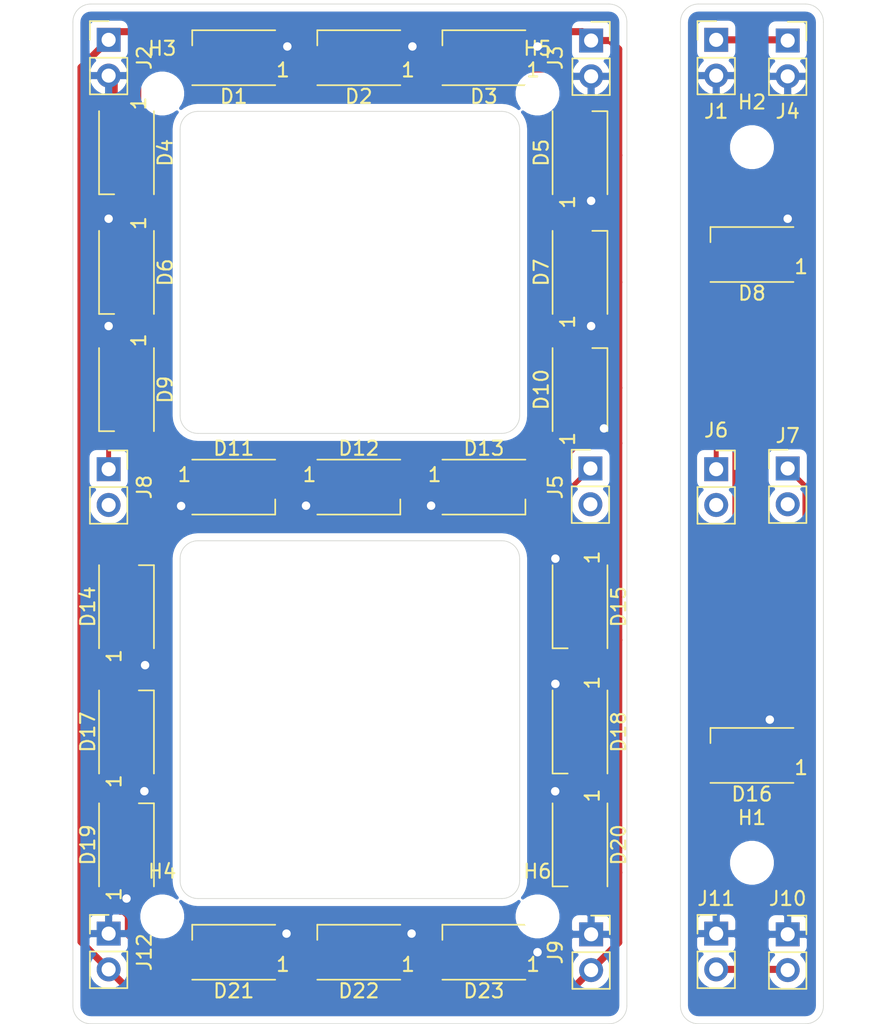
<source format=kicad_pcb>
(kicad_pcb (version 20171130) (host pcbnew "(5.1.9)-1")

  (general
    (thickness 1.6)
    (drawings 32)
    (tracks 303)
    (zones 0)
    (modules 41)
    (nets 32)
  )

  (page A4)
  (layers
    (0 F.Cu signal)
    (31 B.Cu signal)
    (32 B.Adhes user)
    (33 F.Adhes user)
    (34 B.Paste user)
    (35 F.Paste user)
    (36 B.SilkS user)
    (37 F.SilkS user)
    (38 B.Mask user)
    (39 F.Mask user)
    (40 Dwgs.User user)
    (41 Cmts.User user)
    (42 Eco1.User user)
    (43 Eco2.User user)
    (44 Edge.Cuts user)
    (45 Margin user)
    (46 B.CrtYd user)
    (47 F.CrtYd user)
    (48 B.Fab user)
    (49 F.Fab user)
  )

  (setup
    (last_trace_width 0.35)
    (trace_clearance 0.2)
    (zone_clearance 0.508)
    (zone_45_only no)
    (trace_min 0.2)
    (via_size 0.8)
    (via_drill 0.4)
    (via_min_size 0.4)
    (via_min_drill 0.3)
    (uvia_size 0.3)
    (uvia_drill 0.1)
    (uvias_allowed no)
    (uvia_min_size 0.2)
    (uvia_min_drill 0.1)
    (edge_width 0.05)
    (segment_width 0.2)
    (pcb_text_width 0.3)
    (pcb_text_size 1.5 1.5)
    (mod_edge_width 0.12)
    (mod_text_size 1 1)
    (mod_text_width 0.15)
    (pad_size 1.524 1.524)
    (pad_drill 0.762)
    (pad_to_mask_clearance 0)
    (aux_axis_origin 0 0)
    (visible_elements FFFFFF7F)
    (pcbplotparams
      (layerselection 0x010fc_ffffffff)
      (usegerberextensions false)
      (usegerberattributes true)
      (usegerberadvancedattributes true)
      (creategerberjobfile true)
      (excludeedgelayer true)
      (linewidth 0.100000)
      (plotframeref false)
      (viasonmask false)
      (mode 1)
      (useauxorigin false)
      (hpglpennumber 1)
      (hpglpenspeed 20)
      (hpglpendiameter 15.000000)
      (psnegative false)
      (psa4output false)
      (plotreference true)
      (plotvalue true)
      (plotinvisibletext false)
      (padsonsilk false)
      (subtractmaskfromsilk false)
      (outputformat 1)
      (mirror false)
      (drillshape 1)
      (scaleselection 1)
      (outputdirectory ""))
  )

  (net 0 "")
  (net 1 "Net-(D1-Pad1)")
  (net 2 GND)
  (net 3 +5V)
  (net 4 "Net-(D1-Pad3)")
  (net 5 "Net-(D2-Pad1)")
  (net 6 "Net-(D3-Pad1)")
  (net 7 "Net-(D4-Pad3)")
  (net 8 "Net-(D5-Pad1)")
  (net 9 "Net-(D6-Pad3)")
  (net 10 "Net-(D10-Pad3)")
  (net 11 "Net-(D16-Pad3)")
  (net 12 "Net-(D8-Pad3)")
  (net 13 "Net-(D9-Pad3)")
  (net 14 "Net-(D10-Pad1)")
  (net 15 "Net-(D11-Pad1)")
  (net 16 "Net-(D11-Pad3)")
  (net 17 "Net-(D12-Pad3)")
  (net 18 "Net-(D14-Pad1)")
  (net 19 "Net-(D15-Pad1)")
  (net 20 "Net-(D15-Pad3)")
  (net 21 "Net-(D16-Pad1)")
  (net 22 "Net-(D17-Pad1)")
  (net 23 "Net-(D18-Pad3)")
  (net 24 "Net-(D19-Pad1)")
  (net 25 "Net-(D20-Pad3)")
  (net 26 "Net-(D21-Pad1)")
  (net 27 "Net-(D22-Pad1)")
  (net 28 "Net-(J5-Pad2)")
  (net 29 "Net-(J6-Pad2)")
  (net 30 "Net-(J7-Pad2)")
  (net 31 "Net-(J8-Pad2)")

  (net_class Default "This is the default net class."
    (clearance 0.2)
    (trace_width 0.35)
    (via_dia 0.8)
    (via_drill 0.4)
    (uvia_dia 0.3)
    (uvia_drill 0.1)
    (add_net "Net-(D1-Pad1)")
    (add_net "Net-(D1-Pad3)")
    (add_net "Net-(D10-Pad1)")
    (add_net "Net-(D10-Pad3)")
    (add_net "Net-(D11-Pad1)")
    (add_net "Net-(D11-Pad3)")
    (add_net "Net-(D12-Pad3)")
    (add_net "Net-(D14-Pad1)")
    (add_net "Net-(D15-Pad1)")
    (add_net "Net-(D15-Pad3)")
    (add_net "Net-(D16-Pad1)")
    (add_net "Net-(D16-Pad3)")
    (add_net "Net-(D17-Pad1)")
    (add_net "Net-(D18-Pad3)")
    (add_net "Net-(D19-Pad1)")
    (add_net "Net-(D2-Pad1)")
    (add_net "Net-(D20-Pad3)")
    (add_net "Net-(D21-Pad1)")
    (add_net "Net-(D22-Pad1)")
    (add_net "Net-(D3-Pad1)")
    (add_net "Net-(D4-Pad3)")
    (add_net "Net-(D5-Pad1)")
    (add_net "Net-(D6-Pad3)")
    (add_net "Net-(D8-Pad3)")
    (add_net "Net-(D9-Pad3)")
    (add_net "Net-(J5-Pad2)")
    (add_net "Net-(J6-Pad2)")
    (add_net "Net-(J7-Pad2)")
    (add_net "Net-(J8-Pad2)")
  )

  (net_class power ""
    (clearance 0.3)
    (trace_width 0.5)
    (via_dia 1)
    (via_drill 0.6)
    (uvia_dia 0.3)
    (uvia_drill 0.1)
    (add_net +5V)
    (add_net GND)
  )

  (module MountingHole:MountingHole_2.1mm (layer F.Cu) (tedit 5B924765) (tstamp 6092FEF9)
    (at 88.9 106.68)
    (descr "Mounting Hole 2.1mm, no annular")
    (tags "mounting hole 2.1mm no annular")
    (path /60ABFBA3)
    (attr virtual)
    (fp_text reference H6 (at 0 -3.2) (layer F.SilkS)
      (effects (font (size 1 1) (thickness 0.15)))
    )
    (fp_text value MountingHole (at 0 3.2) (layer F.Fab)
      (effects (font (size 1 1) (thickness 0.15)))
    )
    (fp_text user %R (at 0.3 0) (layer F.Fab)
      (effects (font (size 1 1) (thickness 0.15)))
    )
    (fp_circle (center 0 0) (end 2.1 0) (layer Cmts.User) (width 0.15))
    (fp_circle (center 0 0) (end 2.35 0) (layer F.CrtYd) (width 0.05))
    (pad "" np_thru_hole circle (at 0 0) (size 2.1 2.1) (drill 2.1) (layers *.Cu *.Mask))
  )

  (module MountingHole:MountingHole_2.1mm (layer F.Cu) (tedit 5B924765) (tstamp 6092FEF1)
    (at 88.9 48.26)
    (descr "Mounting Hole 2.1mm, no annular")
    (tags "mounting hole 2.1mm no annular")
    (path /60ABE8DD)
    (attr virtual)
    (fp_text reference H5 (at 0 -3.2) (layer F.SilkS)
      (effects (font (size 1 1) (thickness 0.15)))
    )
    (fp_text value MountingHole (at 0 3.2) (layer F.Fab)
      (effects (font (size 1 1) (thickness 0.15)))
    )
    (fp_text user %R (at 0.3 0) (layer F.Fab)
      (effects (font (size 1 1) (thickness 0.15)))
    )
    (fp_circle (center 0 0) (end 2.1 0) (layer Cmts.User) (width 0.15))
    (fp_circle (center 0 0) (end 2.35 0) (layer F.CrtYd) (width 0.05))
    (pad "" np_thru_hole circle (at 0 0) (size 2.1 2.1) (drill 2.1) (layers *.Cu *.Mask))
  )

  (module MountingHole:MountingHole_2.1mm (layer F.Cu) (tedit 5B924765) (tstamp 6092FEE9)
    (at 62.23 106.68)
    (descr "Mounting Hole 2.1mm, no annular")
    (tags "mounting hole 2.1mm no annular")
    (path /60AC1B1D)
    (attr virtual)
    (fp_text reference H4 (at 0 -3.2) (layer F.SilkS)
      (effects (font (size 1 1) (thickness 0.15)))
    )
    (fp_text value MountingHole (at 0 3.2) (layer F.Fab)
      (effects (font (size 1 1) (thickness 0.15)))
    )
    (fp_text user %R (at 0.3 0) (layer F.Fab)
      (effects (font (size 1 1) (thickness 0.15)))
    )
    (fp_circle (center 0 0) (end 2.1 0) (layer Cmts.User) (width 0.15))
    (fp_circle (center 0 0) (end 2.35 0) (layer F.CrtYd) (width 0.05))
    (pad "" np_thru_hole circle (at 0 0) (size 2.1 2.1) (drill 2.1) (layers *.Cu *.Mask))
  )

  (module MountingHole:MountingHole_2.1mm (layer F.Cu) (tedit 5B924765) (tstamp 6092FEE1)
    (at 62.23 48.26)
    (descr "Mounting Hole 2.1mm, no annular")
    (tags "mounting hole 2.1mm no annular")
    (path /60ABD86A)
    (attr virtual)
    (fp_text reference H3 (at 0 -3.2) (layer F.SilkS)
      (effects (font (size 1 1) (thickness 0.15)))
    )
    (fp_text value MountingHole (at 0 3.2) (layer F.Fab)
      (effects (font (size 1 1) (thickness 0.15)))
    )
    (fp_text user %R (at 0.3 0) (layer F.Fab)
      (effects (font (size 1 1) (thickness 0.15)))
    )
    (fp_circle (center 0 0) (end 2.1 0) (layer Cmts.User) (width 0.15))
    (fp_circle (center 0 0) (end 2.35 0) (layer F.CrtYd) (width 0.05))
    (pad "" np_thru_hole circle (at 0 0) (size 2.1 2.1) (drill 2.1) (layers *.Cu *.Mask))
  )

  (module MountingHole:MountingHole_2.1mm (layer F.Cu) (tedit 5B924765) (tstamp 6092FED9)
    (at 104.14 52.07)
    (descr "Mounting Hole 2.1mm, no annular")
    (tags "mounting hole 2.1mm no annular")
    (path /60AC0B56)
    (attr virtual)
    (fp_text reference H2 (at 0 -3.2) (layer F.SilkS)
      (effects (font (size 1 1) (thickness 0.15)))
    )
    (fp_text value MountingHole (at 0 3.2) (layer F.Fab)
      (effects (font (size 1 1) (thickness 0.15)))
    )
    (fp_text user %R (at 0.3 0) (layer F.Fab)
      (effects (font (size 1 1) (thickness 0.15)))
    )
    (fp_circle (center 0 0) (end 2.1 0) (layer Cmts.User) (width 0.15))
    (fp_circle (center 0 0) (end 2.35 0) (layer F.CrtYd) (width 0.05))
    (pad "" np_thru_hole circle (at 0 0) (size 2.1 2.1) (drill 2.1) (layers *.Cu *.Mask))
  )

  (module MountingHole:MountingHole_2.1mm (layer F.Cu) (tedit 5B924765) (tstamp 6092FED1)
    (at 104.14 102.87)
    (descr "Mounting Hole 2.1mm, no annular")
    (tags "mounting hole 2.1mm no annular")
    (path /60ABC5D7)
    (attr virtual)
    (fp_text reference H1 (at 0 -3.2) (layer F.SilkS)
      (effects (font (size 1 1) (thickness 0.15)))
    )
    (fp_text value MountingHole (at 0 3.2) (layer F.Fab)
      (effects (font (size 1 1) (thickness 0.15)))
    )
    (fp_text user %R (at 0.3 0) (layer F.Fab)
      (effects (font (size 1 1) (thickness 0.15)))
    )
    (fp_circle (center 0 0) (end 2.1 0) (layer Cmts.User) (width 0.15))
    (fp_circle (center 0 0) (end 2.35 0) (layer F.CrtYd) (width 0.05))
    (pad "" np_thru_hole circle (at 0 0) (size 2.1 2.1) (drill 2.1) (layers *.Cu *.Mask))
  )

  (module Connector_PinSocket_2.54mm:PinSocket_1x02_P2.54mm_Vertical (layer F.Cu) (tedit 5A19A420) (tstamp 6092BAC0)
    (at 58.42 74.93)
    (descr "Through hole straight socket strip, 1x02, 2.54mm pitch, single row (from Kicad 4.0.7), script generated")
    (tags "Through hole socket strip THT 1x02 2.54mm single row")
    (path /609F334D)
    (fp_text reference J8 (at 2.54 1.27 90) (layer F.SilkS)
      (effects (font (size 1 1) (thickness 0.15)))
    )
    (fp_text value Conn_01x02_Female (at 0 5.31) (layer F.Fab)
      (effects (font (size 1 1) (thickness 0.15)))
    )
    (fp_text user %R (at 0 1.27 90) (layer F.Fab)
      (effects (font (size 1 1) (thickness 0.15)))
    )
    (fp_line (start -1.27 -1.27) (end 0.635 -1.27) (layer F.Fab) (width 0.1))
    (fp_line (start 0.635 -1.27) (end 1.27 -0.635) (layer F.Fab) (width 0.1))
    (fp_line (start 1.27 -0.635) (end 1.27 3.81) (layer F.Fab) (width 0.1))
    (fp_line (start 1.27 3.81) (end -1.27 3.81) (layer F.Fab) (width 0.1))
    (fp_line (start -1.27 3.81) (end -1.27 -1.27) (layer F.Fab) (width 0.1))
    (fp_line (start -1.33 1.27) (end 1.33 1.27) (layer F.SilkS) (width 0.12))
    (fp_line (start -1.33 1.27) (end -1.33 3.87) (layer F.SilkS) (width 0.12))
    (fp_line (start -1.33 3.87) (end 1.33 3.87) (layer F.SilkS) (width 0.12))
    (fp_line (start 1.33 1.27) (end 1.33 3.87) (layer F.SilkS) (width 0.12))
    (fp_line (start 1.33 -1.33) (end 1.33 0) (layer F.SilkS) (width 0.12))
    (fp_line (start 0 -1.33) (end 1.33 -1.33) (layer F.SilkS) (width 0.12))
    (fp_line (start -1.8 -1.8) (end 1.75 -1.8) (layer F.CrtYd) (width 0.05))
    (fp_line (start 1.75 -1.8) (end 1.75 4.3) (layer F.CrtYd) (width 0.05))
    (fp_line (start 1.75 4.3) (end -1.8 4.3) (layer F.CrtYd) (width 0.05))
    (fp_line (start -1.8 4.3) (end -1.8 -1.8) (layer F.CrtYd) (width 0.05))
    (pad 2 thru_hole oval (at 0 2.54) (size 1.7 1.7) (drill 1) (layers *.Cu *.Mask)
      (net 31 "Net-(J8-Pad2)"))
    (pad 1 thru_hole rect (at 0 0) (size 1.7 1.7) (drill 1) (layers *.Cu *.Mask)
      (net 13 "Net-(D9-Pad3)"))
    (model ${KISYS3DMOD}/Connector_PinSocket_2.54mm.3dshapes/PinSocket_1x02_P2.54mm_Vertical.wrl
      (at (xyz 0 0 0))
      (scale (xyz 1 1 1))
      (rotate (xyz 0 0 0))
    )
  )

  (module Connector_PinHeader_2.54mm:PinHeader_1x02_P2.54mm_Vertical (layer F.Cu) (tedit 59FED5CC) (tstamp 6092BAAA)
    (at 106.68 74.88)
    (descr "Through hole straight pin header, 1x02, 2.54mm pitch, single row")
    (tags "Through hole pin header THT 1x02 2.54mm single row")
    (path /609F78CE)
    (fp_text reference J7 (at 0 -2.33) (layer F.SilkS)
      (effects (font (size 1 1) (thickness 0.15)))
    )
    (fp_text value Conn_01x02_Male (at 0 4.87) (layer F.Fab)
      (effects (font (size 1 1) (thickness 0.15)))
    )
    (fp_text user %R (at 0 1.27 90) (layer F.Fab)
      (effects (font (size 1 1) (thickness 0.15)))
    )
    (fp_line (start -0.635 -1.27) (end 1.27 -1.27) (layer F.Fab) (width 0.1))
    (fp_line (start 1.27 -1.27) (end 1.27 3.81) (layer F.Fab) (width 0.1))
    (fp_line (start 1.27 3.81) (end -1.27 3.81) (layer F.Fab) (width 0.1))
    (fp_line (start -1.27 3.81) (end -1.27 -0.635) (layer F.Fab) (width 0.1))
    (fp_line (start -1.27 -0.635) (end -0.635 -1.27) (layer F.Fab) (width 0.1))
    (fp_line (start -1.33 3.87) (end 1.33 3.87) (layer F.SilkS) (width 0.12))
    (fp_line (start -1.33 1.27) (end -1.33 3.87) (layer F.SilkS) (width 0.12))
    (fp_line (start 1.33 1.27) (end 1.33 3.87) (layer F.SilkS) (width 0.12))
    (fp_line (start -1.33 1.27) (end 1.33 1.27) (layer F.SilkS) (width 0.12))
    (fp_line (start -1.33 0) (end -1.33 -1.33) (layer F.SilkS) (width 0.12))
    (fp_line (start -1.33 -1.33) (end 0 -1.33) (layer F.SilkS) (width 0.12))
    (fp_line (start -1.8 -1.8) (end -1.8 4.35) (layer F.CrtYd) (width 0.05))
    (fp_line (start -1.8 4.35) (end 1.8 4.35) (layer F.CrtYd) (width 0.05))
    (fp_line (start 1.8 4.35) (end 1.8 -1.8) (layer F.CrtYd) (width 0.05))
    (fp_line (start 1.8 -1.8) (end -1.8 -1.8) (layer F.CrtYd) (width 0.05))
    (pad 2 thru_hole oval (at 0 2.54) (size 1.7 1.7) (drill 1) (layers *.Cu *.Mask)
      (net 30 "Net-(J7-Pad2)"))
    (pad 1 thru_hole rect (at 0 0) (size 1.7 1.7) (drill 1) (layers *.Cu *.Mask)
      (net 21 "Net-(D16-Pad1)"))
    (model ${KISYS3DMOD}/Connector_PinHeader_2.54mm.3dshapes/PinHeader_1x02_P2.54mm_Vertical.wrl
      (at (xyz 0 0 0))
      (scale (xyz 1 1 1))
      (rotate (xyz 0 0 0))
    )
  )

  (module Connector_PinSocket_2.54mm:PinSocket_1x02_P2.54mm_Vertical (layer F.Cu) (tedit 5A19A420) (tstamp 6092BA94)
    (at 101.6 74.93)
    (descr "Through hole straight socket strip, 1x02, 2.54mm pitch, single row (from Kicad 4.0.7), script generated")
    (tags "Through hole socket strip THT 1x02 2.54mm single row")
    (path /609F55ED)
    (fp_text reference J6 (at 0 -2.77) (layer F.SilkS)
      (effects (font (size 1 1) (thickness 0.15)))
    )
    (fp_text value Conn_01x02_Female (at 0 5.31) (layer F.Fab)
      (effects (font (size 1 1) (thickness 0.15)))
    )
    (fp_text user %R (at 0 1.27 90) (layer F.Fab)
      (effects (font (size 1 1) (thickness 0.15)))
    )
    (fp_line (start -1.27 -1.27) (end 0.635 -1.27) (layer F.Fab) (width 0.1))
    (fp_line (start 0.635 -1.27) (end 1.27 -0.635) (layer F.Fab) (width 0.1))
    (fp_line (start 1.27 -0.635) (end 1.27 3.81) (layer F.Fab) (width 0.1))
    (fp_line (start 1.27 3.81) (end -1.27 3.81) (layer F.Fab) (width 0.1))
    (fp_line (start -1.27 3.81) (end -1.27 -1.27) (layer F.Fab) (width 0.1))
    (fp_line (start -1.33 1.27) (end 1.33 1.27) (layer F.SilkS) (width 0.12))
    (fp_line (start -1.33 1.27) (end -1.33 3.87) (layer F.SilkS) (width 0.12))
    (fp_line (start -1.33 3.87) (end 1.33 3.87) (layer F.SilkS) (width 0.12))
    (fp_line (start 1.33 1.27) (end 1.33 3.87) (layer F.SilkS) (width 0.12))
    (fp_line (start 1.33 -1.33) (end 1.33 0) (layer F.SilkS) (width 0.12))
    (fp_line (start 0 -1.33) (end 1.33 -1.33) (layer F.SilkS) (width 0.12))
    (fp_line (start -1.8 -1.8) (end 1.75 -1.8) (layer F.CrtYd) (width 0.05))
    (fp_line (start 1.75 -1.8) (end 1.75 4.3) (layer F.CrtYd) (width 0.05))
    (fp_line (start 1.75 4.3) (end -1.8 4.3) (layer F.CrtYd) (width 0.05))
    (fp_line (start -1.8 4.3) (end -1.8 -1.8) (layer F.CrtYd) (width 0.05))
    (pad 2 thru_hole oval (at 0 2.54) (size 1.7 1.7) (drill 1) (layers *.Cu *.Mask)
      (net 29 "Net-(J6-Pad2)"))
    (pad 1 thru_hole rect (at 0 0) (size 1.7 1.7) (drill 1) (layers *.Cu *.Mask)
      (net 12 "Net-(D8-Pad3)"))
    (model ${KISYS3DMOD}/Connector_PinSocket_2.54mm.3dshapes/PinSocket_1x02_P2.54mm_Vertical.wrl
      (at (xyz 0 0 0))
      (scale (xyz 1 1 1))
      (rotate (xyz 0 0 0))
    )
  )

  (module Connector_PinHeader_2.54mm:PinHeader_1x02_P2.54mm_Vertical (layer F.Cu) (tedit 59FED5CC) (tstamp 6092BA7E)
    (at 92.66 74.88)
    (descr "Through hole straight pin header, 1x02, 2.54mm pitch, single row")
    (tags "Through hole pin header THT 1x02 2.54mm single row")
    (path /609EF087)
    (fp_text reference J5 (at -2.49 1.32 90) (layer F.SilkS)
      (effects (font (size 1 1) (thickness 0.15)))
    )
    (fp_text value Conn_01x02_Male (at 0 4.87) (layer F.Fab)
      (effects (font (size 1 1) (thickness 0.15)))
    )
    (fp_text user %R (at 0 3.392858 90) (layer F.Fab)
      (effects (font (size 1 1) (thickness 0.15)))
    )
    (fp_line (start -0.635 -1.27) (end 1.27 -1.27) (layer F.Fab) (width 0.1))
    (fp_line (start 1.27 -1.27) (end 1.27 3.81) (layer F.Fab) (width 0.1))
    (fp_line (start 1.27 3.81) (end -1.27 3.81) (layer F.Fab) (width 0.1))
    (fp_line (start -1.27 3.81) (end -1.27 -0.635) (layer F.Fab) (width 0.1))
    (fp_line (start -1.27 -0.635) (end -0.635 -1.27) (layer F.Fab) (width 0.1))
    (fp_line (start -1.33 3.87) (end 1.33 3.87) (layer F.SilkS) (width 0.12))
    (fp_line (start -1.33 1.27) (end -1.33 3.87) (layer F.SilkS) (width 0.12))
    (fp_line (start 1.33 1.27) (end 1.33 3.87) (layer F.SilkS) (width 0.12))
    (fp_line (start -1.33 1.27) (end 1.33 1.27) (layer F.SilkS) (width 0.12))
    (fp_line (start -1.33 0) (end -1.33 -1.33) (layer F.SilkS) (width 0.12))
    (fp_line (start -1.33 -1.33) (end 0 -1.33) (layer F.SilkS) (width 0.12))
    (fp_line (start -1.8 -1.8) (end -1.8 4.35) (layer F.CrtYd) (width 0.05))
    (fp_line (start -1.8 4.35) (end 1.8 4.35) (layer F.CrtYd) (width 0.05))
    (fp_line (start 1.8 4.35) (end 1.8 -1.8) (layer F.CrtYd) (width 0.05))
    (fp_line (start 1.8 -1.8) (end -1.8 -1.8) (layer F.CrtYd) (width 0.05))
    (pad 2 thru_hole oval (at 0 2.54) (size 1.7 1.7) (drill 1) (layers *.Cu *.Mask)
      (net 28 "Net-(J5-Pad2)"))
    (pad 1 thru_hole rect (at 0 0) (size 1.7 1.7) (drill 1) (layers *.Cu *.Mask)
      (net 19 "Net-(D15-Pad1)"))
    (model ${KISYS3DMOD}/Connector_PinHeader_2.54mm.3dshapes/PinHeader_1x02_P2.54mm_Vertical.wrl
      (at (xyz 0 0 0))
      (scale (xyz 1 1 1))
      (rotate (xyz 0 0 0))
    )
  )

  (module Connector_PinHeader_2.54mm:PinHeader_1x02_P2.54mm_Vertical (layer F.Cu) (tedit 59FED5CC) (tstamp 6092A0C0)
    (at 58.42 107.9)
    (descr "Through hole straight pin header, 1x02, 2.54mm pitch, single row")
    (tags "Through hole pin header THT 1x02 2.54mm single row")
    (path /6097CCC5)
    (fp_text reference J12 (at 2.54 1.32 90) (layer F.SilkS)
      (effects (font (size 1 1) (thickness 0.15)))
    )
    (fp_text value Conn_01x02_Male (at 0 4.87) (layer F.Fab)
      (effects (font (size 1 1) (thickness 0.15)))
    )
    (fp_text user %R (at 0 1.27 90) (layer F.Fab)
      (effects (font (size 1 1) (thickness 0.15)))
    )
    (fp_line (start -0.635 -1.27) (end 1.27 -1.27) (layer F.Fab) (width 0.1))
    (fp_line (start 1.27 -1.27) (end 1.27 3.81) (layer F.Fab) (width 0.1))
    (fp_line (start 1.27 3.81) (end -1.27 3.81) (layer F.Fab) (width 0.1))
    (fp_line (start -1.27 3.81) (end -1.27 -0.635) (layer F.Fab) (width 0.1))
    (fp_line (start -1.27 -0.635) (end -0.635 -1.27) (layer F.Fab) (width 0.1))
    (fp_line (start -1.33 3.87) (end 1.33 3.87) (layer F.SilkS) (width 0.12))
    (fp_line (start -1.33 1.27) (end -1.33 3.87) (layer F.SilkS) (width 0.12))
    (fp_line (start 1.33 1.27) (end 1.33 3.87) (layer F.SilkS) (width 0.12))
    (fp_line (start -1.33 1.27) (end 1.33 1.27) (layer F.SilkS) (width 0.12))
    (fp_line (start -1.33 0) (end -1.33 -1.33) (layer F.SilkS) (width 0.12))
    (fp_line (start -1.33 -1.33) (end 0 -1.33) (layer F.SilkS) (width 0.12))
    (fp_line (start -1.8 -1.8) (end -1.8 4.35) (layer F.CrtYd) (width 0.05))
    (fp_line (start -1.8 4.35) (end 1.8 4.35) (layer F.CrtYd) (width 0.05))
    (fp_line (start 1.8 4.35) (end 1.8 -1.8) (layer F.CrtYd) (width 0.05))
    (fp_line (start 1.8 -1.8) (end -1.8 -1.8) (layer F.CrtYd) (width 0.05))
    (pad 2 thru_hole oval (at 0 2.54) (size 1.7 1.7) (drill 1) (layers *.Cu *.Mask)
      (net 3 +5V))
    (pad 1 thru_hole rect (at 0 0) (size 1.7 1.7) (drill 1) (layers *.Cu *.Mask)
      (net 2 GND))
    (model ${KISYS3DMOD}/Connector_PinHeader_2.54mm.3dshapes/PinHeader_1x02_P2.54mm_Vertical.wrl
      (at (xyz 0 0 0))
      (scale (xyz 1 1 1))
      (rotate (xyz 0 0 0))
    )
  )

  (module Connector_PinHeader_2.54mm:PinHeader_1x02_P2.54mm_Vertical (layer F.Cu) (tedit 59FED5CC) (tstamp 6092A0AA)
    (at 101.6 107.9)
    (descr "Through hole straight pin header, 1x02, 2.54mm pitch, single row")
    (tags "Through hole pin header THT 1x02 2.54mm single row")
    (path /60997D31)
    (fp_text reference J11 (at 0 -2.49) (layer F.SilkS)
      (effects (font (size 1 1) (thickness 0.15)))
    )
    (fp_text value Conn_01x02_Male (at 0 4.87) (layer F.Fab)
      (effects (font (size 1 1) (thickness 0.15)))
    )
    (fp_text user %R (at 0 1.27 90) (layer F.Fab)
      (effects (font (size 1 1) (thickness 0.15)))
    )
    (fp_line (start -0.635 -1.27) (end 1.27 -1.27) (layer F.Fab) (width 0.1))
    (fp_line (start 1.27 -1.27) (end 1.27 3.81) (layer F.Fab) (width 0.1))
    (fp_line (start 1.27 3.81) (end -1.27 3.81) (layer F.Fab) (width 0.1))
    (fp_line (start -1.27 3.81) (end -1.27 -0.635) (layer F.Fab) (width 0.1))
    (fp_line (start -1.27 -0.635) (end -0.635 -1.27) (layer F.Fab) (width 0.1))
    (fp_line (start -1.33 3.87) (end 1.33 3.87) (layer F.SilkS) (width 0.12))
    (fp_line (start -1.33 1.27) (end -1.33 3.87) (layer F.SilkS) (width 0.12))
    (fp_line (start 1.33 1.27) (end 1.33 3.87) (layer F.SilkS) (width 0.12))
    (fp_line (start -1.33 1.27) (end 1.33 1.27) (layer F.SilkS) (width 0.12))
    (fp_line (start -1.33 0) (end -1.33 -1.33) (layer F.SilkS) (width 0.12))
    (fp_line (start -1.33 -1.33) (end 0 -1.33) (layer F.SilkS) (width 0.12))
    (fp_line (start -1.8 -1.8) (end -1.8 4.35) (layer F.CrtYd) (width 0.05))
    (fp_line (start -1.8 4.35) (end 1.8 4.35) (layer F.CrtYd) (width 0.05))
    (fp_line (start 1.8 4.35) (end 1.8 -1.8) (layer F.CrtYd) (width 0.05))
    (fp_line (start 1.8 -1.8) (end -1.8 -1.8) (layer F.CrtYd) (width 0.05))
    (pad 2 thru_hole oval (at 0 2.54) (size 1.7 1.7) (drill 1) (layers *.Cu *.Mask)
      (net 3 +5V))
    (pad 1 thru_hole rect (at 0 0) (size 1.7 1.7) (drill 1) (layers *.Cu *.Mask)
      (net 2 GND))
    (model ${KISYS3DMOD}/Connector_PinHeader_2.54mm.3dshapes/PinHeader_1x02_P2.54mm_Vertical.wrl
      (at (xyz 0 0 0))
      (scale (xyz 1 1 1))
      (rotate (xyz 0 0 0))
    )
  )

  (module Connector_PinSocket_2.54mm:PinSocket_1x02_P2.54mm_Vertical (layer F.Cu) (tedit 5A19A420) (tstamp 6092A094)
    (at 106.68 107.95)
    (descr "Through hole straight socket strip, 1x02, 2.54mm pitch, single row (from Kicad 4.0.7), script generated")
    (tags "Through hole socket strip THT 1x02 2.54mm single row")
    (path /60980963)
    (fp_text reference J10 (at 0 -2.54) (layer F.SilkS)
      (effects (font (size 1 1) (thickness 0.15)))
    )
    (fp_text value Conn_01x02_Female (at 0 5.31) (layer F.Fab)
      (effects (font (size 1 1) (thickness 0.15)))
    )
    (fp_text user %R (at 0 2.916668 90) (layer F.Fab)
      (effects (font (size 1 1) (thickness 0.15)))
    )
    (fp_line (start -1.27 -1.27) (end 0.635 -1.27) (layer F.Fab) (width 0.1))
    (fp_line (start 0.635 -1.27) (end 1.27 -0.635) (layer F.Fab) (width 0.1))
    (fp_line (start 1.27 -0.635) (end 1.27 3.81) (layer F.Fab) (width 0.1))
    (fp_line (start 1.27 3.81) (end -1.27 3.81) (layer F.Fab) (width 0.1))
    (fp_line (start -1.27 3.81) (end -1.27 -1.27) (layer F.Fab) (width 0.1))
    (fp_line (start -1.33 1.27) (end 1.33 1.27) (layer F.SilkS) (width 0.12))
    (fp_line (start -1.33 1.27) (end -1.33 3.87) (layer F.SilkS) (width 0.12))
    (fp_line (start -1.33 3.87) (end 1.33 3.87) (layer F.SilkS) (width 0.12))
    (fp_line (start 1.33 1.27) (end 1.33 3.87) (layer F.SilkS) (width 0.12))
    (fp_line (start 1.33 -1.33) (end 1.33 0) (layer F.SilkS) (width 0.12))
    (fp_line (start 0 -1.33) (end 1.33 -1.33) (layer F.SilkS) (width 0.12))
    (fp_line (start -1.8 -1.8) (end 1.75 -1.8) (layer F.CrtYd) (width 0.05))
    (fp_line (start 1.75 -1.8) (end 1.75 4.3) (layer F.CrtYd) (width 0.05))
    (fp_line (start 1.75 4.3) (end -1.8 4.3) (layer F.CrtYd) (width 0.05))
    (fp_line (start -1.8 4.3) (end -1.8 -1.8) (layer F.CrtYd) (width 0.05))
    (pad 2 thru_hole oval (at 0 2.54) (size 1.7 1.7) (drill 1) (layers *.Cu *.Mask)
      (net 3 +5V))
    (pad 1 thru_hole rect (at 0 0) (size 1.7 1.7) (drill 1) (layers *.Cu *.Mask)
      (net 2 GND))
    (model ${KISYS3DMOD}/Connector_PinSocket_2.54mm.3dshapes/PinSocket_1x02_P2.54mm_Vertical.wrl
      (at (xyz 0 0 0))
      (scale (xyz 1 1 1))
      (rotate (xyz 0 0 0))
    )
  )

  (module Connector_PinSocket_2.54mm:PinSocket_1x02_P2.54mm_Vertical (layer F.Cu) (tedit 5A19A420) (tstamp 6092A07E)
    (at 92.71 107.95)
    (descr "Through hole straight socket strip, 1x02, 2.54mm pitch, single row (from Kicad 4.0.7), script generated")
    (tags "Through hole socket strip THT 1x02 2.54mm single row")
    (path /609A57C0)
    (fp_text reference J9 (at -2.54 1.27 90) (layer F.SilkS)
      (effects (font (size 1 1) (thickness 0.15)))
    )
    (fp_text value Conn_01x02_Female (at 0 5.31) (layer F.Fab)
      (effects (font (size 1 1) (thickness 0.15)))
    )
    (fp_text user %R (at 0 1.27 90) (layer F.Fab)
      (effects (font (size 1 1) (thickness 0.15)))
    )
    (fp_line (start -1.27 -1.27) (end 0.635 -1.27) (layer F.Fab) (width 0.1))
    (fp_line (start 0.635 -1.27) (end 1.27 -0.635) (layer F.Fab) (width 0.1))
    (fp_line (start 1.27 -0.635) (end 1.27 3.81) (layer F.Fab) (width 0.1))
    (fp_line (start 1.27 3.81) (end -1.27 3.81) (layer F.Fab) (width 0.1))
    (fp_line (start -1.27 3.81) (end -1.27 -1.27) (layer F.Fab) (width 0.1))
    (fp_line (start -1.33 1.27) (end 1.33 1.27) (layer F.SilkS) (width 0.12))
    (fp_line (start -1.33 1.27) (end -1.33 3.87) (layer F.SilkS) (width 0.12))
    (fp_line (start -1.33 3.87) (end 1.33 3.87) (layer F.SilkS) (width 0.12))
    (fp_line (start 1.33 1.27) (end 1.33 3.87) (layer F.SilkS) (width 0.12))
    (fp_line (start 1.33 -1.33) (end 1.33 0) (layer F.SilkS) (width 0.12))
    (fp_line (start 0 -1.33) (end 1.33 -1.33) (layer F.SilkS) (width 0.12))
    (fp_line (start -1.8 -1.8) (end 1.75 -1.8) (layer F.CrtYd) (width 0.05))
    (fp_line (start 1.75 -1.8) (end 1.75 4.3) (layer F.CrtYd) (width 0.05))
    (fp_line (start 1.75 4.3) (end -1.8 4.3) (layer F.CrtYd) (width 0.05))
    (fp_line (start -1.8 4.3) (end -1.8 -1.8) (layer F.CrtYd) (width 0.05))
    (pad 2 thru_hole oval (at 0 2.54) (size 1.7 1.7) (drill 1) (layers *.Cu *.Mask)
      (net 3 +5V))
    (pad 1 thru_hole rect (at 0 0) (size 1.7 1.7) (drill 1) (layers *.Cu *.Mask)
      (net 2 GND))
    (model ${KISYS3DMOD}/Connector_PinSocket_2.54mm.3dshapes/PinSocket_1x02_P2.54mm_Vertical.wrl
      (at (xyz 0 0 0))
      (scale (xyz 1 1 1))
      (rotate (xyz 0 0 0))
    )
  )

  (module Connector_PinSocket_2.54mm:PinSocket_1x02_P2.54mm_Vertical (layer F.Cu) (tedit 5A19A420) (tstamp 6092A008)
    (at 106.68 44.5)
    (descr "Through hole straight socket strip, 1x02, 2.54mm pitch, single row (from Kicad 4.0.7), script generated")
    (tags "Through hole socket strip THT 1x02 2.54mm single row")
    (path /6097F686)
    (fp_text reference J4 (at 0 5.03) (layer F.SilkS)
      (effects (font (size 1 1) (thickness 0.15)))
    )
    (fp_text value Conn_01x02_Female (at 0 5.31) (layer F.Fab)
      (effects (font (size 1 1) (thickness 0.15)))
    )
    (fp_text user %R (at 0 1.27 90) (layer F.Fab)
      (effects (font (size 1 1) (thickness 0.15)))
    )
    (fp_line (start -1.27 -1.27) (end 0.635 -1.27) (layer F.Fab) (width 0.1))
    (fp_line (start 0.635 -1.27) (end 1.27 -0.635) (layer F.Fab) (width 0.1))
    (fp_line (start 1.27 -0.635) (end 1.27 3.81) (layer F.Fab) (width 0.1))
    (fp_line (start 1.27 3.81) (end -1.27 3.81) (layer F.Fab) (width 0.1))
    (fp_line (start -1.27 3.81) (end -1.27 -1.27) (layer F.Fab) (width 0.1))
    (fp_line (start -1.33 1.27) (end 1.33 1.27) (layer F.SilkS) (width 0.12))
    (fp_line (start -1.33 1.27) (end -1.33 3.87) (layer F.SilkS) (width 0.12))
    (fp_line (start -1.33 3.87) (end 1.33 3.87) (layer F.SilkS) (width 0.12))
    (fp_line (start 1.33 1.27) (end 1.33 3.87) (layer F.SilkS) (width 0.12))
    (fp_line (start 1.33 -1.33) (end 1.33 0) (layer F.SilkS) (width 0.12))
    (fp_line (start 0 -1.33) (end 1.33 -1.33) (layer F.SilkS) (width 0.12))
    (fp_line (start -1.8 -1.8) (end 1.75 -1.8) (layer F.CrtYd) (width 0.05))
    (fp_line (start 1.75 -1.8) (end 1.75 4.3) (layer F.CrtYd) (width 0.05))
    (fp_line (start 1.75 4.3) (end -1.8 4.3) (layer F.CrtYd) (width 0.05))
    (fp_line (start -1.8 4.3) (end -1.8 -1.8) (layer F.CrtYd) (width 0.05))
    (pad 2 thru_hole oval (at 0 2.54) (size 1.7 1.7) (drill 1) (layers *.Cu *.Mask)
      (net 2 GND))
    (pad 1 thru_hole rect (at 0 0) (size 1.7 1.7) (drill 1) (layers *.Cu *.Mask)
      (net 3 +5V))
    (model ${KISYS3DMOD}/Connector_PinSocket_2.54mm.3dshapes/PinSocket_1x02_P2.54mm_Vertical.wrl
      (at (xyz 0 0 0))
      (scale (xyz 1 1 1))
      (rotate (xyz 0 0 0))
    )
  )

  (module Connector_PinSocket_2.54mm:PinSocket_1x02_P2.54mm_Vertical (layer F.Cu) (tedit 5A19A420) (tstamp 60929FF2)
    (at 92.71 44.5)
    (descr "Through hole straight socket strip, 1x02, 2.54mm pitch, single row (from Kicad 4.0.7), script generated")
    (tags "Through hole socket strip THT 1x02 2.54mm single row")
    (path /609A57BA)
    (fp_text reference J3 (at -2.54 1.22 90) (layer F.SilkS)
      (effects (font (size 1 1) (thickness 0.15)))
    )
    (fp_text value Conn_01x02_Female (at 0 5.31) (layer F.Fab)
      (effects (font (size 1 1) (thickness 0.15)))
    )
    (fp_text user %R (at 0 1.27 90) (layer F.Fab)
      (effects (font (size 1 1) (thickness 0.15)))
    )
    (fp_line (start -1.27 -1.27) (end 0.635 -1.27) (layer F.Fab) (width 0.1))
    (fp_line (start 0.635 -1.27) (end 1.27 -0.635) (layer F.Fab) (width 0.1))
    (fp_line (start 1.27 -0.635) (end 1.27 3.81) (layer F.Fab) (width 0.1))
    (fp_line (start 1.27 3.81) (end -1.27 3.81) (layer F.Fab) (width 0.1))
    (fp_line (start -1.27 3.81) (end -1.27 -1.27) (layer F.Fab) (width 0.1))
    (fp_line (start -1.33 1.27) (end 1.33 1.27) (layer F.SilkS) (width 0.12))
    (fp_line (start -1.33 1.27) (end -1.33 3.87) (layer F.SilkS) (width 0.12))
    (fp_line (start -1.33 3.87) (end 1.33 3.87) (layer F.SilkS) (width 0.12))
    (fp_line (start 1.33 1.27) (end 1.33 3.87) (layer F.SilkS) (width 0.12))
    (fp_line (start 1.33 -1.33) (end 1.33 0) (layer F.SilkS) (width 0.12))
    (fp_line (start 0 -1.33) (end 1.33 -1.33) (layer F.SilkS) (width 0.12))
    (fp_line (start -1.8 -1.8) (end 1.75 -1.8) (layer F.CrtYd) (width 0.05))
    (fp_line (start 1.75 -1.8) (end 1.75 4.3) (layer F.CrtYd) (width 0.05))
    (fp_line (start 1.75 4.3) (end -1.8 4.3) (layer F.CrtYd) (width 0.05))
    (fp_line (start -1.8 4.3) (end -1.8 -1.8) (layer F.CrtYd) (width 0.05))
    (pad 2 thru_hole oval (at 0 2.54) (size 1.7 1.7) (drill 1) (layers *.Cu *.Mask)
      (net 2 GND))
    (pad 1 thru_hole rect (at 0 0) (size 1.7 1.7) (drill 1) (layers *.Cu *.Mask)
      (net 3 +5V))
    (model ${KISYS3DMOD}/Connector_PinSocket_2.54mm.3dshapes/PinSocket_1x02_P2.54mm_Vertical.wrl
      (at (xyz 0 0 0))
      (scale (xyz 1 1 1))
      (rotate (xyz 0 0 0))
    )
  )

  (module Connector_PinHeader_2.54mm:PinHeader_1x02_P2.54mm_Vertical (layer F.Cu) (tedit 59FED5CC) (tstamp 60929FDC)
    (at 58.42 44.45)
    (descr "Through hole straight pin header, 1x02, 2.54mm pitch, single row")
    (tags "Through hole pin header THT 1x02 2.54mm single row")
    (path /6097B9C5)
    (fp_text reference J2 (at 2.54 1.27 90) (layer F.SilkS)
      (effects (font (size 1 1) (thickness 0.15)))
    )
    (fp_text value Conn_01x02_Male (at 0 4.87) (layer F.Fab)
      (effects (font (size 1 1) (thickness 0.15)))
    )
    (fp_text user %R (at 0 1.27 90) (layer F.Fab)
      (effects (font (size 1 1) (thickness 0.15)))
    )
    (fp_line (start -0.635 -1.27) (end 1.27 -1.27) (layer F.Fab) (width 0.1))
    (fp_line (start 1.27 -1.27) (end 1.27 3.81) (layer F.Fab) (width 0.1))
    (fp_line (start 1.27 3.81) (end -1.27 3.81) (layer F.Fab) (width 0.1))
    (fp_line (start -1.27 3.81) (end -1.27 -0.635) (layer F.Fab) (width 0.1))
    (fp_line (start -1.27 -0.635) (end -0.635 -1.27) (layer F.Fab) (width 0.1))
    (fp_line (start -1.33 3.87) (end 1.33 3.87) (layer F.SilkS) (width 0.12))
    (fp_line (start -1.33 1.27) (end -1.33 3.87) (layer F.SilkS) (width 0.12))
    (fp_line (start 1.33 1.27) (end 1.33 3.87) (layer F.SilkS) (width 0.12))
    (fp_line (start -1.33 1.27) (end 1.33 1.27) (layer F.SilkS) (width 0.12))
    (fp_line (start -1.33 0) (end -1.33 -1.33) (layer F.SilkS) (width 0.12))
    (fp_line (start -1.33 -1.33) (end 0 -1.33) (layer F.SilkS) (width 0.12))
    (fp_line (start -1.8 -1.8) (end -1.8 4.35) (layer F.CrtYd) (width 0.05))
    (fp_line (start -1.8 4.35) (end 1.8 4.35) (layer F.CrtYd) (width 0.05))
    (fp_line (start 1.8 4.35) (end 1.8 -1.8) (layer F.CrtYd) (width 0.05))
    (fp_line (start 1.8 -1.8) (end -1.8 -1.8) (layer F.CrtYd) (width 0.05))
    (pad 2 thru_hole oval (at 0 2.54) (size 1.7 1.7) (drill 1) (layers *.Cu *.Mask)
      (net 2 GND))
    (pad 1 thru_hole rect (at 0 0) (size 1.7 1.7) (drill 1) (layers *.Cu *.Mask)
      (net 3 +5V))
    (model ${KISYS3DMOD}/Connector_PinHeader_2.54mm.3dshapes/PinHeader_1x02_P2.54mm_Vertical.wrl
      (at (xyz 0 0 0))
      (scale (xyz 1 1 1))
      (rotate (xyz 0 0 0))
    )
  )

  (module Connector_PinHeader_2.54mm:PinHeader_1x02_P2.54mm_Vertical (layer F.Cu) (tedit 59FED5CC) (tstamp 60929FC6)
    (at 101.6 44.45)
    (descr "Through hole straight pin header, 1x02, 2.54mm pitch, single row")
    (tags "Through hole pin header THT 1x02 2.54mm single row")
    (path /60997D2B)
    (fp_text reference J1 (at 0 5.08) (layer F.SilkS)
      (effects (font (size 1 1) (thickness 0.15)))
    )
    (fp_text value Conn_01x02_Male (at 0 4.87) (layer F.Fab)
      (effects (font (size 1 1) (thickness 0.15)))
    )
    (fp_text user %R (at 0 1.27 90) (layer F.Fab)
      (effects (font (size 1 1) (thickness 0.15)))
    )
    (fp_line (start -0.635 -1.27) (end 1.27 -1.27) (layer F.Fab) (width 0.1))
    (fp_line (start 1.27 -1.27) (end 1.27 3.81) (layer F.Fab) (width 0.1))
    (fp_line (start 1.27 3.81) (end -1.27 3.81) (layer F.Fab) (width 0.1))
    (fp_line (start -1.27 3.81) (end -1.27 -0.635) (layer F.Fab) (width 0.1))
    (fp_line (start -1.27 -0.635) (end -0.635 -1.27) (layer F.Fab) (width 0.1))
    (fp_line (start -1.33 3.87) (end 1.33 3.87) (layer F.SilkS) (width 0.12))
    (fp_line (start -1.33 1.27) (end -1.33 3.87) (layer F.SilkS) (width 0.12))
    (fp_line (start 1.33 1.27) (end 1.33 3.87) (layer F.SilkS) (width 0.12))
    (fp_line (start -1.33 1.27) (end 1.33 1.27) (layer F.SilkS) (width 0.12))
    (fp_line (start -1.33 0) (end -1.33 -1.33) (layer F.SilkS) (width 0.12))
    (fp_line (start -1.33 -1.33) (end 0 -1.33) (layer F.SilkS) (width 0.12))
    (fp_line (start -1.8 -1.8) (end -1.8 4.35) (layer F.CrtYd) (width 0.05))
    (fp_line (start -1.8 4.35) (end 1.8 4.35) (layer F.CrtYd) (width 0.05))
    (fp_line (start 1.8 4.35) (end 1.8 -1.8) (layer F.CrtYd) (width 0.05))
    (fp_line (start 1.8 -1.8) (end -1.8 -1.8) (layer F.CrtYd) (width 0.05))
    (pad 2 thru_hole oval (at 0 2.54) (size 1.7 1.7) (drill 1) (layers *.Cu *.Mask)
      (net 2 GND))
    (pad 1 thru_hole rect (at 0 0) (size 1.7 1.7) (drill 1) (layers *.Cu *.Mask)
      (net 3 +5V))
    (model ${KISYS3DMOD}/Connector_PinHeader_2.54mm.3dshapes/PinHeader_1x02_P2.54mm_Vertical.wrl
      (at (xyz 0 0 0))
      (scale (xyz 1 1 1))
      (rotate (xyz 0 0 0))
    )
  )

  (module LED_SMD:LED_SK6812MINI_PLCC4_3.5x3.5mm_P1.75mm (layer F.Cu) (tedit 5AA4B22F) (tstamp 60929FB0)
    (at 85.09 109.22 180)
    (descr https://cdn-shop.adafruit.com/product-files/2686/SK6812MINI_REV.01-1-2.pdf)
    (tags "LED RGB NeoPixel Mini")
    (path /609478EA)
    (attr smd)
    (fp_text reference D23 (at 0 -2.75) (layer F.SilkS)
      (effects (font (size 1 1) (thickness 0.15)))
    )
    (fp_text value SK6812MINI (at 0 3.25) (layer F.Fab)
      (effects (font (size 1 1) (thickness 0.15)))
    )
    (fp_text user %R (at 0 0) (layer F.Fab)
      (effects (font (size 0.5 0.5) (thickness 0.1)))
    )
    (fp_text user 1 (at -3.5 -0.875) (layer F.SilkS)
      (effects (font (size 1 1) (thickness 0.15)))
    )
    (fp_line (start 2.8 -2) (end -2.8 -2) (layer F.CrtYd) (width 0.05))
    (fp_line (start 2.8 2) (end 2.8 -2) (layer F.CrtYd) (width 0.05))
    (fp_line (start -2.8 2) (end 2.8 2) (layer F.CrtYd) (width 0.05))
    (fp_line (start -2.8 -2) (end -2.8 2) (layer F.CrtYd) (width 0.05))
    (fp_line (start 1.75 0.75) (end 0.75 1.75) (layer F.Fab) (width 0.1))
    (fp_line (start -1.75 -1.75) (end -1.75 1.75) (layer F.Fab) (width 0.1))
    (fp_line (start -1.75 1.75) (end 1.75 1.75) (layer F.Fab) (width 0.1))
    (fp_line (start 1.75 1.75) (end 1.75 -1.75) (layer F.Fab) (width 0.1))
    (fp_line (start 1.75 -1.75) (end -1.75 -1.75) (layer F.Fab) (width 0.1))
    (fp_line (start -2.95 -1.95) (end 2.95 -1.95) (layer F.SilkS) (width 0.12))
    (fp_line (start -2.95 1.95) (end 2.95 1.95) (layer F.SilkS) (width 0.12))
    (fp_line (start 2.95 1.95) (end 2.95 0.875) (layer F.SilkS) (width 0.12))
    (fp_circle (center 0 0) (end 0 -1.5) (layer F.Fab) (width 0.1))
    (pad 1 smd rect (at -1.75 -0.875 180) (size 1.6 0.85) (layers F.Cu F.Paste F.Mask)
      (net 25 "Net-(D20-Pad3)"))
    (pad 2 smd rect (at -1.75 0.875 180) (size 1.6 0.85) (layers F.Cu F.Paste F.Mask)
      (net 2 GND))
    (pad 4 smd rect (at 1.75 -0.875 180) (size 1.6 0.85) (layers F.Cu F.Paste F.Mask)
      (net 3 +5V))
    (pad 3 smd rect (at 1.75 0.875 180) (size 1.6 0.85) (layers F.Cu F.Paste F.Mask)
      (net 27 "Net-(D22-Pad1)"))
    (model ${KISYS3DMOD}/LED_SMD.3dshapes/LED_SK6812MINI_PLCC4_3.5x3.5mm_P1.75mm.wrl
      (at (xyz 0 0 0))
      (scale (xyz 1 1 1))
      (rotate (xyz 0 0 0))
    )
  )

  (module LED_SMD:LED_SK6812MINI_PLCC4_3.5x3.5mm_P1.75mm (layer F.Cu) (tedit 5AA4B22F) (tstamp 60929F99)
    (at 76.2 109.22 180)
    (descr https://cdn-shop.adafruit.com/product-files/2686/SK6812MINI_REV.01-1-2.pdf)
    (tags "LED RGB NeoPixel Mini")
    (path /60946B24)
    (attr smd)
    (fp_text reference D22 (at 0 -2.75) (layer F.SilkS)
      (effects (font (size 1 1) (thickness 0.15)))
    )
    (fp_text value SK6812MINI (at 0 3.25) (layer F.Fab)
      (effects (font (size 1 1) (thickness 0.15)))
    )
    (fp_text user %R (at 0 0) (layer F.Fab)
      (effects (font (size 0.5 0.5) (thickness 0.1)))
    )
    (fp_text user 1 (at -3.5 -0.875) (layer F.SilkS)
      (effects (font (size 1 1) (thickness 0.15)))
    )
    (fp_line (start 2.8 -2) (end -2.8 -2) (layer F.CrtYd) (width 0.05))
    (fp_line (start 2.8 2) (end 2.8 -2) (layer F.CrtYd) (width 0.05))
    (fp_line (start -2.8 2) (end 2.8 2) (layer F.CrtYd) (width 0.05))
    (fp_line (start -2.8 -2) (end -2.8 2) (layer F.CrtYd) (width 0.05))
    (fp_line (start 1.75 0.75) (end 0.75 1.75) (layer F.Fab) (width 0.1))
    (fp_line (start -1.75 -1.75) (end -1.75 1.75) (layer F.Fab) (width 0.1))
    (fp_line (start -1.75 1.75) (end 1.75 1.75) (layer F.Fab) (width 0.1))
    (fp_line (start 1.75 1.75) (end 1.75 -1.75) (layer F.Fab) (width 0.1))
    (fp_line (start 1.75 -1.75) (end -1.75 -1.75) (layer F.Fab) (width 0.1))
    (fp_line (start -2.95 -1.95) (end 2.95 -1.95) (layer F.SilkS) (width 0.12))
    (fp_line (start -2.95 1.95) (end 2.95 1.95) (layer F.SilkS) (width 0.12))
    (fp_line (start 2.95 1.95) (end 2.95 0.875) (layer F.SilkS) (width 0.12))
    (fp_circle (center 0 0) (end 0 -1.5) (layer F.Fab) (width 0.1))
    (pad 1 smd rect (at -1.75 -0.875 180) (size 1.6 0.85) (layers F.Cu F.Paste F.Mask)
      (net 27 "Net-(D22-Pad1)"))
    (pad 2 smd rect (at -1.75 0.875 180) (size 1.6 0.85) (layers F.Cu F.Paste F.Mask)
      (net 2 GND))
    (pad 4 smd rect (at 1.75 -0.875 180) (size 1.6 0.85) (layers F.Cu F.Paste F.Mask)
      (net 3 +5V))
    (pad 3 smd rect (at 1.75 0.875 180) (size 1.6 0.85) (layers F.Cu F.Paste F.Mask)
      (net 26 "Net-(D21-Pad1)"))
    (model ${KISYS3DMOD}/LED_SMD.3dshapes/LED_SK6812MINI_PLCC4_3.5x3.5mm_P1.75mm.wrl
      (at (xyz 0 0 0))
      (scale (xyz 1 1 1))
      (rotate (xyz 0 0 0))
    )
  )

  (module LED_SMD:LED_SK6812MINI_PLCC4_3.5x3.5mm_P1.75mm (layer F.Cu) (tedit 5AA4B22F) (tstamp 60929F82)
    (at 67.31 109.22 180)
    (descr https://cdn-shop.adafruit.com/product-files/2686/SK6812MINI_REV.01-1-2.pdf)
    (tags "LED RGB NeoPixel Mini")
    (path /60945FB3)
    (attr smd)
    (fp_text reference D21 (at 0 -2.75) (layer F.SilkS)
      (effects (font (size 1 1) (thickness 0.15)))
    )
    (fp_text value SK6812MINI (at 0 3.25) (layer F.Fab)
      (effects (font (size 1 1) (thickness 0.15)))
    )
    (fp_text user %R (at 0 0) (layer F.Fab)
      (effects (font (size 0.5 0.5) (thickness 0.1)))
    )
    (fp_text user 1 (at -3.5 -0.875) (layer F.SilkS)
      (effects (font (size 1 1) (thickness 0.15)))
    )
    (fp_line (start 2.8 -2) (end -2.8 -2) (layer F.CrtYd) (width 0.05))
    (fp_line (start 2.8 2) (end 2.8 -2) (layer F.CrtYd) (width 0.05))
    (fp_line (start -2.8 2) (end 2.8 2) (layer F.CrtYd) (width 0.05))
    (fp_line (start -2.8 -2) (end -2.8 2) (layer F.CrtYd) (width 0.05))
    (fp_line (start 1.75 0.75) (end 0.75 1.75) (layer F.Fab) (width 0.1))
    (fp_line (start -1.75 -1.75) (end -1.75 1.75) (layer F.Fab) (width 0.1))
    (fp_line (start -1.75 1.75) (end 1.75 1.75) (layer F.Fab) (width 0.1))
    (fp_line (start 1.75 1.75) (end 1.75 -1.75) (layer F.Fab) (width 0.1))
    (fp_line (start 1.75 -1.75) (end -1.75 -1.75) (layer F.Fab) (width 0.1))
    (fp_line (start -2.95 -1.95) (end 2.95 -1.95) (layer F.SilkS) (width 0.12))
    (fp_line (start -2.95 1.95) (end 2.95 1.95) (layer F.SilkS) (width 0.12))
    (fp_line (start 2.95 1.95) (end 2.95 0.875) (layer F.SilkS) (width 0.12))
    (fp_circle (center 0 0) (end 0 -1.5) (layer F.Fab) (width 0.1))
    (pad 1 smd rect (at -1.75 -0.875 180) (size 1.6 0.85) (layers F.Cu F.Paste F.Mask)
      (net 26 "Net-(D21-Pad1)"))
    (pad 2 smd rect (at -1.75 0.875 180) (size 1.6 0.85) (layers F.Cu F.Paste F.Mask)
      (net 2 GND))
    (pad 4 smd rect (at 1.75 -0.875 180) (size 1.6 0.85) (layers F.Cu F.Paste F.Mask)
      (net 3 +5V))
    (pad 3 smd rect (at 1.75 0.875 180) (size 1.6 0.85) (layers F.Cu F.Paste F.Mask)
      (net 24 "Net-(D19-Pad1)"))
    (model ${KISYS3DMOD}/LED_SMD.3dshapes/LED_SK6812MINI_PLCC4_3.5x3.5mm_P1.75mm.wrl
      (at (xyz 0 0 0))
      (scale (xyz 1 1 1))
      (rotate (xyz 0 0 0))
    )
  )

  (module LED_SMD:LED_SK6812MINI_PLCC4_3.5x3.5mm_P1.75mm (layer F.Cu) (tedit 5AA4B22F) (tstamp 60929F6B)
    (at 91.92 101.6 270)
    (descr https://cdn-shop.adafruit.com/product-files/2686/SK6812MINI_REV.01-1-2.pdf)
    (tags "LED RGB NeoPixel Mini")
    (path /609492E9)
    (attr smd)
    (fp_text reference D20 (at 0 -2.75 90) (layer F.SilkS)
      (effects (font (size 1 1) (thickness 0.15)))
    )
    (fp_text value SK6812MINI (at 0 3.25 90) (layer F.Fab)
      (effects (font (size 1 1) (thickness 0.15)))
    )
    (fp_text user %R (at 0 0 90) (layer F.Fab)
      (effects (font (size 0.5 0.5) (thickness 0.1)))
    )
    (fp_text user 1 (at -3.5 -0.875 90) (layer F.SilkS)
      (effects (font (size 1 1) (thickness 0.15)))
    )
    (fp_line (start 2.8 -2) (end -2.8 -2) (layer F.CrtYd) (width 0.05))
    (fp_line (start 2.8 2) (end 2.8 -2) (layer F.CrtYd) (width 0.05))
    (fp_line (start -2.8 2) (end 2.8 2) (layer F.CrtYd) (width 0.05))
    (fp_line (start -2.8 -2) (end -2.8 2) (layer F.CrtYd) (width 0.05))
    (fp_line (start 1.75 0.75) (end 0.75 1.75) (layer F.Fab) (width 0.1))
    (fp_line (start -1.75 -1.75) (end -1.75 1.75) (layer F.Fab) (width 0.1))
    (fp_line (start -1.75 1.75) (end 1.75 1.75) (layer F.Fab) (width 0.1))
    (fp_line (start 1.75 1.75) (end 1.75 -1.75) (layer F.Fab) (width 0.1))
    (fp_line (start 1.75 -1.75) (end -1.75 -1.75) (layer F.Fab) (width 0.1))
    (fp_line (start -2.95 -1.95) (end 2.95 -1.95) (layer F.SilkS) (width 0.12))
    (fp_line (start -2.95 1.95) (end 2.95 1.95) (layer F.SilkS) (width 0.12))
    (fp_line (start 2.95 1.95) (end 2.95 0.875) (layer F.SilkS) (width 0.12))
    (fp_circle (center 0 0) (end 0 -1.5) (layer F.Fab) (width 0.1))
    (pad 1 smd rect (at -1.75 -0.875 270) (size 1.6 0.85) (layers F.Cu F.Paste F.Mask)
      (net 23 "Net-(D18-Pad3)"))
    (pad 2 smd rect (at -1.75 0.875 270) (size 1.6 0.85) (layers F.Cu F.Paste F.Mask)
      (net 2 GND))
    (pad 4 smd rect (at 1.75 -0.875 270) (size 1.6 0.85) (layers F.Cu F.Paste F.Mask)
      (net 3 +5V))
    (pad 3 smd rect (at 1.75 0.875 270) (size 1.6 0.85) (layers F.Cu F.Paste F.Mask)
      (net 25 "Net-(D20-Pad3)"))
    (model ${KISYS3DMOD}/LED_SMD.3dshapes/LED_SK6812MINI_PLCC4_3.5x3.5mm_P1.75mm.wrl
      (at (xyz 0 0 0))
      (scale (xyz 1 1 1))
      (rotate (xyz 0 0 0))
    )
  )

  (module LED_SMD:LED_SK6812MINI_PLCC4_3.5x3.5mm_P1.75mm (layer F.Cu) (tedit 5AA4B22F) (tstamp 60929F54)
    (at 59.69 101.6 90)
    (descr https://cdn-shop.adafruit.com/product-files/2686/SK6812MINI_REV.01-1-2.pdf)
    (tags "LED RGB NeoPixel Mini")
    (path /6094395C)
    (attr smd)
    (fp_text reference D19 (at 0 -2.75 90) (layer F.SilkS)
      (effects (font (size 1 1) (thickness 0.15)))
    )
    (fp_text value SK6812MINI (at 0 3.25 90) (layer F.Fab)
      (effects (font (size 1 1) (thickness 0.15)))
    )
    (fp_text user %R (at 0 0 90) (layer F.Fab)
      (effects (font (size 0.5 0.5) (thickness 0.1)))
    )
    (fp_text user 1 (at -3.5 -0.875 90) (layer F.SilkS)
      (effects (font (size 1 1) (thickness 0.15)))
    )
    (fp_line (start 2.8 -2) (end -2.8 -2) (layer F.CrtYd) (width 0.05))
    (fp_line (start 2.8 2) (end 2.8 -2) (layer F.CrtYd) (width 0.05))
    (fp_line (start -2.8 2) (end 2.8 2) (layer F.CrtYd) (width 0.05))
    (fp_line (start -2.8 -2) (end -2.8 2) (layer F.CrtYd) (width 0.05))
    (fp_line (start 1.75 0.75) (end 0.75 1.75) (layer F.Fab) (width 0.1))
    (fp_line (start -1.75 -1.75) (end -1.75 1.75) (layer F.Fab) (width 0.1))
    (fp_line (start -1.75 1.75) (end 1.75 1.75) (layer F.Fab) (width 0.1))
    (fp_line (start 1.75 1.75) (end 1.75 -1.75) (layer F.Fab) (width 0.1))
    (fp_line (start 1.75 -1.75) (end -1.75 -1.75) (layer F.Fab) (width 0.1))
    (fp_line (start -2.95 -1.95) (end 2.95 -1.95) (layer F.SilkS) (width 0.12))
    (fp_line (start -2.95 1.95) (end 2.95 1.95) (layer F.SilkS) (width 0.12))
    (fp_line (start 2.95 1.95) (end 2.95 0.875) (layer F.SilkS) (width 0.12))
    (fp_circle (center 0 0) (end 0 -1.5) (layer F.Fab) (width 0.1))
    (pad 1 smd rect (at -1.75 -0.875 90) (size 1.6 0.85) (layers F.Cu F.Paste F.Mask)
      (net 24 "Net-(D19-Pad1)"))
    (pad 2 smd rect (at -1.75 0.875 90) (size 1.6 0.85) (layers F.Cu F.Paste F.Mask)
      (net 2 GND))
    (pad 4 smd rect (at 1.75 -0.875 90) (size 1.6 0.85) (layers F.Cu F.Paste F.Mask)
      (net 3 +5V))
    (pad 3 smd rect (at 1.75 0.875 90) (size 1.6 0.85) (layers F.Cu F.Paste F.Mask)
      (net 22 "Net-(D17-Pad1)"))
    (model ${KISYS3DMOD}/LED_SMD.3dshapes/LED_SK6812MINI_PLCC4_3.5x3.5mm_P1.75mm.wrl
      (at (xyz 0 0 0))
      (scale (xyz 1 1 1))
      (rotate (xyz 0 0 0))
    )
  )

  (module LED_SMD:LED_SK6812MINI_PLCC4_3.5x3.5mm_P1.75mm (layer F.Cu) (tedit 5AA4B22F) (tstamp 60929F3D)
    (at 91.92 93.585 270)
    (descr https://cdn-shop.adafruit.com/product-files/2686/SK6812MINI_REV.01-1-2.pdf)
    (tags "LED RGB NeoPixel Mini")
    (path /6094A7C7)
    (attr smd)
    (fp_text reference D18 (at 0 -2.75 90) (layer F.SilkS)
      (effects (font (size 1 1) (thickness 0.15)))
    )
    (fp_text value SK6812MINI (at 0 3.25 90) (layer F.Fab)
      (effects (font (size 1 1) (thickness 0.15)))
    )
    (fp_text user %R (at 0 0 90) (layer F.Fab)
      (effects (font (size 0.5 0.5) (thickness 0.1)))
    )
    (fp_text user 1 (at -3.5 -0.875 90) (layer F.SilkS)
      (effects (font (size 1 1) (thickness 0.15)))
    )
    (fp_line (start 2.8 -2) (end -2.8 -2) (layer F.CrtYd) (width 0.05))
    (fp_line (start 2.8 2) (end 2.8 -2) (layer F.CrtYd) (width 0.05))
    (fp_line (start -2.8 2) (end 2.8 2) (layer F.CrtYd) (width 0.05))
    (fp_line (start -2.8 -2) (end -2.8 2) (layer F.CrtYd) (width 0.05))
    (fp_line (start 1.75 0.75) (end 0.75 1.75) (layer F.Fab) (width 0.1))
    (fp_line (start -1.75 -1.75) (end -1.75 1.75) (layer F.Fab) (width 0.1))
    (fp_line (start -1.75 1.75) (end 1.75 1.75) (layer F.Fab) (width 0.1))
    (fp_line (start 1.75 1.75) (end 1.75 -1.75) (layer F.Fab) (width 0.1))
    (fp_line (start 1.75 -1.75) (end -1.75 -1.75) (layer F.Fab) (width 0.1))
    (fp_line (start -2.95 -1.95) (end 2.95 -1.95) (layer F.SilkS) (width 0.12))
    (fp_line (start -2.95 1.95) (end 2.95 1.95) (layer F.SilkS) (width 0.12))
    (fp_line (start 2.95 1.95) (end 2.95 0.875) (layer F.SilkS) (width 0.12))
    (fp_circle (center 0 0) (end 0 -1.5) (layer F.Fab) (width 0.1))
    (pad 1 smd rect (at -1.75 -0.875 270) (size 1.6 0.85) (layers F.Cu F.Paste F.Mask)
      (net 20 "Net-(D15-Pad3)"))
    (pad 2 smd rect (at -1.75 0.875 270) (size 1.6 0.85) (layers F.Cu F.Paste F.Mask)
      (net 2 GND))
    (pad 4 smd rect (at 1.75 -0.875 270) (size 1.6 0.85) (layers F.Cu F.Paste F.Mask)
      (net 3 +5V))
    (pad 3 smd rect (at 1.75 0.875 270) (size 1.6 0.85) (layers F.Cu F.Paste F.Mask)
      (net 23 "Net-(D18-Pad3)"))
    (model ${KISYS3DMOD}/LED_SMD.3dshapes/LED_SK6812MINI_PLCC4_3.5x3.5mm_P1.75mm.wrl
      (at (xyz 0 0 0))
      (scale (xyz 1 1 1))
      (rotate (xyz 0 0 0))
    )
  )

  (module LED_SMD:LED_SK6812MINI_PLCC4_3.5x3.5mm_P1.75mm (layer F.Cu) (tedit 5AA4B22F) (tstamp 60929F26)
    (at 59.69 93.585 90)
    (descr https://cdn-shop.adafruit.com/product-files/2686/SK6812MINI_REV.01-1-2.pdf)
    (tags "LED RGB NeoPixel Mini")
    (path /60942E38)
    (attr smd)
    (fp_text reference D17 (at 0 -2.75 90) (layer F.SilkS)
      (effects (font (size 1 1) (thickness 0.15)))
    )
    (fp_text value SK6812MINI (at 0 3.25 90) (layer F.Fab)
      (effects (font (size 1 1) (thickness 0.15)))
    )
    (fp_text user %R (at 0 0 90) (layer F.Fab)
      (effects (font (size 0.5 0.5) (thickness 0.1)))
    )
    (fp_text user 1 (at -3.5 -0.875 90) (layer F.SilkS)
      (effects (font (size 1 1) (thickness 0.15)))
    )
    (fp_line (start 2.8 -2) (end -2.8 -2) (layer F.CrtYd) (width 0.05))
    (fp_line (start 2.8 2) (end 2.8 -2) (layer F.CrtYd) (width 0.05))
    (fp_line (start -2.8 2) (end 2.8 2) (layer F.CrtYd) (width 0.05))
    (fp_line (start -2.8 -2) (end -2.8 2) (layer F.CrtYd) (width 0.05))
    (fp_line (start 1.75 0.75) (end 0.75 1.75) (layer F.Fab) (width 0.1))
    (fp_line (start -1.75 -1.75) (end -1.75 1.75) (layer F.Fab) (width 0.1))
    (fp_line (start -1.75 1.75) (end 1.75 1.75) (layer F.Fab) (width 0.1))
    (fp_line (start 1.75 1.75) (end 1.75 -1.75) (layer F.Fab) (width 0.1))
    (fp_line (start 1.75 -1.75) (end -1.75 -1.75) (layer F.Fab) (width 0.1))
    (fp_line (start -2.95 -1.95) (end 2.95 -1.95) (layer F.SilkS) (width 0.12))
    (fp_line (start -2.95 1.95) (end 2.95 1.95) (layer F.SilkS) (width 0.12))
    (fp_line (start 2.95 1.95) (end 2.95 0.875) (layer F.SilkS) (width 0.12))
    (fp_circle (center 0 0) (end 0 -1.5) (layer F.Fab) (width 0.1))
    (pad 1 smd rect (at -1.75 -0.875 90) (size 1.6 0.85) (layers F.Cu F.Paste F.Mask)
      (net 22 "Net-(D17-Pad1)"))
    (pad 2 smd rect (at -1.75 0.875 90) (size 1.6 0.85) (layers F.Cu F.Paste F.Mask)
      (net 2 GND))
    (pad 4 smd rect (at 1.75 -0.875 90) (size 1.6 0.85) (layers F.Cu F.Paste F.Mask)
      (net 3 +5V))
    (pad 3 smd rect (at 1.75 0.875 90) (size 1.6 0.85) (layers F.Cu F.Paste F.Mask)
      (net 18 "Net-(D14-Pad1)"))
    (model ${KISYS3DMOD}/LED_SMD.3dshapes/LED_SK6812MINI_PLCC4_3.5x3.5mm_P1.75mm.wrl
      (at (xyz 0 0 0))
      (scale (xyz 1 1 1))
      (rotate (xyz 0 0 0))
    )
  )

  (module LED_SMD:LED_SK6812MINI_PLCC4_3.5x3.5mm_P1.75mm (layer F.Cu) (tedit 5AA4B22F) (tstamp 60929F0F)
    (at 104.14 95.25 180)
    (descr https://cdn-shop.adafruit.com/product-files/2686/SK6812MINI_REV.01-1-2.pdf)
    (tags "LED RGB NeoPixel Mini")
    (path /6094F1E9)
    (attr smd)
    (fp_text reference D16 (at 0 -2.75) (layer F.SilkS)
      (effects (font (size 1 1) (thickness 0.15)))
    )
    (fp_text value SK6812MINI (at 0 3.25) (layer F.Fab)
      (effects (font (size 1 1) (thickness 0.15)))
    )
    (fp_text user %R (at 0 0) (layer F.Fab)
      (effects (font (size 0.5 0.5) (thickness 0.1)))
    )
    (fp_text user 1 (at -3.5 -0.875) (layer F.SilkS)
      (effects (font (size 1 1) (thickness 0.15)))
    )
    (fp_line (start 2.8 -2) (end -2.8 -2) (layer F.CrtYd) (width 0.05))
    (fp_line (start 2.8 2) (end 2.8 -2) (layer F.CrtYd) (width 0.05))
    (fp_line (start -2.8 2) (end 2.8 2) (layer F.CrtYd) (width 0.05))
    (fp_line (start -2.8 -2) (end -2.8 2) (layer F.CrtYd) (width 0.05))
    (fp_line (start 1.75 0.75) (end 0.75 1.75) (layer F.Fab) (width 0.1))
    (fp_line (start -1.75 -1.75) (end -1.75 1.75) (layer F.Fab) (width 0.1))
    (fp_line (start -1.75 1.75) (end 1.75 1.75) (layer F.Fab) (width 0.1))
    (fp_line (start 1.75 1.75) (end 1.75 -1.75) (layer F.Fab) (width 0.1))
    (fp_line (start 1.75 -1.75) (end -1.75 -1.75) (layer F.Fab) (width 0.1))
    (fp_line (start -2.95 -1.95) (end 2.95 -1.95) (layer F.SilkS) (width 0.12))
    (fp_line (start -2.95 1.95) (end 2.95 1.95) (layer F.SilkS) (width 0.12))
    (fp_line (start 2.95 1.95) (end 2.95 0.875) (layer F.SilkS) (width 0.12))
    (fp_circle (center 0 0) (end 0 -1.5) (layer F.Fab) (width 0.1))
    (pad 1 smd rect (at -1.75 -0.875 180) (size 1.6 0.85) (layers F.Cu F.Paste F.Mask)
      (net 21 "Net-(D16-Pad1)"))
    (pad 2 smd rect (at -1.75 0.875 180) (size 1.6 0.85) (layers F.Cu F.Paste F.Mask)
      (net 2 GND))
    (pad 4 smd rect (at 1.75 -0.875 180) (size 1.6 0.85) (layers F.Cu F.Paste F.Mask)
      (net 3 +5V))
    (pad 3 smd rect (at 1.75 0.875 180) (size 1.6 0.85) (layers F.Cu F.Paste F.Mask)
      (net 11 "Net-(D16-Pad3)"))
    (model ${KISYS3DMOD}/LED_SMD.3dshapes/LED_SK6812MINI_PLCC4_3.5x3.5mm_P1.75mm.wrl
      (at (xyz 0 0 0))
      (scale (xyz 1 1 1))
      (rotate (xyz 0 0 0))
    )
  )

  (module LED_SMD:LED_SK6812MINI_PLCC4_3.5x3.5mm_P1.75mm (layer F.Cu) (tedit 5AA4B22F) (tstamp 60929EF8)
    (at 91.92 84.695 270)
    (descr https://cdn-shop.adafruit.com/product-files/2686/SK6812MINI_REV.01-1-2.pdf)
    (tags "LED RGB NeoPixel Mini")
    (path /6094B820)
    (attr smd)
    (fp_text reference D15 (at 0 -2.75 90) (layer F.SilkS)
      (effects (font (size 1 1) (thickness 0.15)))
    )
    (fp_text value SK6812MINI (at 0 3.25 90) (layer F.Fab)
      (effects (font (size 1 1) (thickness 0.15)))
    )
    (fp_text user %R (at 0 0 90) (layer F.Fab)
      (effects (font (size 0.5 0.5) (thickness 0.1)))
    )
    (fp_text user 1 (at -3.5 -0.875 90) (layer F.SilkS)
      (effects (font (size 1 1) (thickness 0.15)))
    )
    (fp_line (start 2.8 -2) (end -2.8 -2) (layer F.CrtYd) (width 0.05))
    (fp_line (start 2.8 2) (end 2.8 -2) (layer F.CrtYd) (width 0.05))
    (fp_line (start -2.8 2) (end 2.8 2) (layer F.CrtYd) (width 0.05))
    (fp_line (start -2.8 -2) (end -2.8 2) (layer F.CrtYd) (width 0.05))
    (fp_line (start 1.75 0.75) (end 0.75 1.75) (layer F.Fab) (width 0.1))
    (fp_line (start -1.75 -1.75) (end -1.75 1.75) (layer F.Fab) (width 0.1))
    (fp_line (start -1.75 1.75) (end 1.75 1.75) (layer F.Fab) (width 0.1))
    (fp_line (start 1.75 1.75) (end 1.75 -1.75) (layer F.Fab) (width 0.1))
    (fp_line (start 1.75 -1.75) (end -1.75 -1.75) (layer F.Fab) (width 0.1))
    (fp_line (start -2.95 -1.95) (end 2.95 -1.95) (layer F.SilkS) (width 0.12))
    (fp_line (start -2.95 1.95) (end 2.95 1.95) (layer F.SilkS) (width 0.12))
    (fp_line (start 2.95 1.95) (end 2.95 0.875) (layer F.SilkS) (width 0.12))
    (fp_circle (center 0 0) (end 0 -1.5) (layer F.Fab) (width 0.1))
    (pad 1 smd rect (at -1.75 -0.875 270) (size 1.6 0.85) (layers F.Cu F.Paste F.Mask)
      (net 19 "Net-(D15-Pad1)"))
    (pad 2 smd rect (at -1.75 0.875 270) (size 1.6 0.85) (layers F.Cu F.Paste F.Mask)
      (net 2 GND))
    (pad 4 smd rect (at 1.75 -0.875 270) (size 1.6 0.85) (layers F.Cu F.Paste F.Mask)
      (net 3 +5V))
    (pad 3 smd rect (at 1.75 0.875 270) (size 1.6 0.85) (layers F.Cu F.Paste F.Mask)
      (net 20 "Net-(D15-Pad3)"))
    (model ${KISYS3DMOD}/LED_SMD.3dshapes/LED_SK6812MINI_PLCC4_3.5x3.5mm_P1.75mm.wrl
      (at (xyz 0 0 0))
      (scale (xyz 1 1 1))
      (rotate (xyz 0 0 0))
    )
  )

  (module LED_SMD:LED_SK6812MINI_PLCC4_3.5x3.5mm_P1.75mm (layer F.Cu) (tedit 5AA4B22F) (tstamp 60929EE1)
    (at 59.69 84.695 90)
    (descr https://cdn-shop.adafruit.com/product-files/2686/SK6812MINI_REV.01-1-2.pdf)
    (tags "LED RGB NeoPixel Mini")
    (path /6094200B)
    (attr smd)
    (fp_text reference D14 (at 0 -2.75 90) (layer F.SilkS)
      (effects (font (size 1 1) (thickness 0.15)))
    )
    (fp_text value SK6812MINI (at 0 3.25 90) (layer F.Fab)
      (effects (font (size 1 1) (thickness 0.15)))
    )
    (fp_text user %R (at 0 0 90) (layer F.Fab)
      (effects (font (size 0.5 0.5) (thickness 0.1)))
    )
    (fp_text user 1 (at -3.5 -0.875 90) (layer F.SilkS)
      (effects (font (size 1 1) (thickness 0.15)))
    )
    (fp_line (start 2.8 -2) (end -2.8 -2) (layer F.CrtYd) (width 0.05))
    (fp_line (start 2.8 2) (end 2.8 -2) (layer F.CrtYd) (width 0.05))
    (fp_line (start -2.8 2) (end 2.8 2) (layer F.CrtYd) (width 0.05))
    (fp_line (start -2.8 -2) (end -2.8 2) (layer F.CrtYd) (width 0.05))
    (fp_line (start 1.75 0.75) (end 0.75 1.75) (layer F.Fab) (width 0.1))
    (fp_line (start -1.75 -1.75) (end -1.75 1.75) (layer F.Fab) (width 0.1))
    (fp_line (start -1.75 1.75) (end 1.75 1.75) (layer F.Fab) (width 0.1))
    (fp_line (start 1.75 1.75) (end 1.75 -1.75) (layer F.Fab) (width 0.1))
    (fp_line (start 1.75 -1.75) (end -1.75 -1.75) (layer F.Fab) (width 0.1))
    (fp_line (start -2.95 -1.95) (end 2.95 -1.95) (layer F.SilkS) (width 0.12))
    (fp_line (start -2.95 1.95) (end 2.95 1.95) (layer F.SilkS) (width 0.12))
    (fp_line (start 2.95 1.95) (end 2.95 0.875) (layer F.SilkS) (width 0.12))
    (fp_circle (center 0 0) (end 0 -1.5) (layer F.Fab) (width 0.1))
    (pad 1 smd rect (at -1.75 -0.875 90) (size 1.6 0.85) (layers F.Cu F.Paste F.Mask)
      (net 18 "Net-(D14-Pad1)"))
    (pad 2 smd rect (at -1.75 0.875 90) (size 1.6 0.85) (layers F.Cu F.Paste F.Mask)
      (net 2 GND))
    (pad 4 smd rect (at 1.75 -0.875 90) (size 1.6 0.85) (layers F.Cu F.Paste F.Mask)
      (net 3 +5V))
    (pad 3 smd rect (at 1.75 0.875 90) (size 1.6 0.85) (layers F.Cu F.Paste F.Mask)
      (net 15 "Net-(D11-Pad1)"))
    (model ${KISYS3DMOD}/LED_SMD.3dshapes/LED_SK6812MINI_PLCC4_3.5x3.5mm_P1.75mm.wrl
      (at (xyz 0 0 0))
      (scale (xyz 1 1 1))
      (rotate (xyz 0 0 0))
    )
  )

  (module LED_SMD:LED_SK6812MINI_PLCC4_3.5x3.5mm_P1.75mm (layer F.Cu) (tedit 5AA4B22F) (tstamp 60929ECA)
    (at 85.09 76.2)
    (descr https://cdn-shop.adafruit.com/product-files/2686/SK6812MINI_REV.01-1-2.pdf)
    (tags "LED RGB NeoPixel Mini")
    (path /6093E057)
    (attr smd)
    (fp_text reference D13 (at 0 -2.75) (layer F.SilkS)
      (effects (font (size 1 1) (thickness 0.15)))
    )
    (fp_text value SK6812MINI (at 0 3.25) (layer F.Fab)
      (effects (font (size 1 1) (thickness 0.15)))
    )
    (fp_text user %R (at 0 0) (layer F.Fab)
      (effects (font (size 0.5 0.5) (thickness 0.1)))
    )
    (fp_text user 1 (at -3.5 -0.875) (layer F.SilkS)
      (effects (font (size 1 1) (thickness 0.15)))
    )
    (fp_line (start 2.8 -2) (end -2.8 -2) (layer F.CrtYd) (width 0.05))
    (fp_line (start 2.8 2) (end 2.8 -2) (layer F.CrtYd) (width 0.05))
    (fp_line (start -2.8 2) (end 2.8 2) (layer F.CrtYd) (width 0.05))
    (fp_line (start -2.8 -2) (end -2.8 2) (layer F.CrtYd) (width 0.05))
    (fp_line (start 1.75 0.75) (end 0.75 1.75) (layer F.Fab) (width 0.1))
    (fp_line (start -1.75 -1.75) (end -1.75 1.75) (layer F.Fab) (width 0.1))
    (fp_line (start -1.75 1.75) (end 1.75 1.75) (layer F.Fab) (width 0.1))
    (fp_line (start 1.75 1.75) (end 1.75 -1.75) (layer F.Fab) (width 0.1))
    (fp_line (start 1.75 -1.75) (end -1.75 -1.75) (layer F.Fab) (width 0.1))
    (fp_line (start -2.95 -1.95) (end 2.95 -1.95) (layer F.SilkS) (width 0.12))
    (fp_line (start -2.95 1.95) (end 2.95 1.95) (layer F.SilkS) (width 0.12))
    (fp_line (start 2.95 1.95) (end 2.95 0.875) (layer F.SilkS) (width 0.12))
    (fp_circle (center 0 0) (end 0 -1.5) (layer F.Fab) (width 0.1))
    (pad 1 smd rect (at -1.75 -0.875) (size 1.6 0.85) (layers F.Cu F.Paste F.Mask)
      (net 17 "Net-(D12-Pad3)"))
    (pad 2 smd rect (at -1.75 0.875) (size 1.6 0.85) (layers F.Cu F.Paste F.Mask)
      (net 2 GND))
    (pad 4 smd rect (at 1.75 -0.875) (size 1.6 0.85) (layers F.Cu F.Paste F.Mask)
      (net 3 +5V))
    (pad 3 smd rect (at 1.75 0.875) (size 1.6 0.85) (layers F.Cu F.Paste F.Mask)
      (net 14 "Net-(D10-Pad1)"))
    (model ${KISYS3DMOD}/LED_SMD.3dshapes/LED_SK6812MINI_PLCC4_3.5x3.5mm_P1.75mm.wrl
      (at (xyz 0 0 0))
      (scale (xyz 1 1 1))
      (rotate (xyz 0 0 0))
    )
  )

  (module LED_SMD:LED_SK6812MINI_PLCC4_3.5x3.5mm_P1.75mm (layer F.Cu) (tedit 5AA4B22F) (tstamp 60929EB3)
    (at 76.2 76.2)
    (descr https://cdn-shop.adafruit.com/product-files/2686/SK6812MINI_REV.01-1-2.pdf)
    (tags "LED RGB NeoPixel Mini")
    (path /6093F89E)
    (attr smd)
    (fp_text reference D12 (at 0 -2.75) (layer F.SilkS)
      (effects (font (size 1 1) (thickness 0.15)))
    )
    (fp_text value SK6812MINI (at 0 3.25) (layer F.Fab)
      (effects (font (size 1 1) (thickness 0.15)))
    )
    (fp_text user %R (at 0 0) (layer F.Fab)
      (effects (font (size 0.5 0.5) (thickness 0.1)))
    )
    (fp_text user 1 (at -3.5 -0.875) (layer F.SilkS)
      (effects (font (size 1 1) (thickness 0.15)))
    )
    (fp_line (start 2.8 -2) (end -2.8 -2) (layer F.CrtYd) (width 0.05))
    (fp_line (start 2.8 2) (end 2.8 -2) (layer F.CrtYd) (width 0.05))
    (fp_line (start -2.8 2) (end 2.8 2) (layer F.CrtYd) (width 0.05))
    (fp_line (start -2.8 -2) (end -2.8 2) (layer F.CrtYd) (width 0.05))
    (fp_line (start 1.75 0.75) (end 0.75 1.75) (layer F.Fab) (width 0.1))
    (fp_line (start -1.75 -1.75) (end -1.75 1.75) (layer F.Fab) (width 0.1))
    (fp_line (start -1.75 1.75) (end 1.75 1.75) (layer F.Fab) (width 0.1))
    (fp_line (start 1.75 1.75) (end 1.75 -1.75) (layer F.Fab) (width 0.1))
    (fp_line (start 1.75 -1.75) (end -1.75 -1.75) (layer F.Fab) (width 0.1))
    (fp_line (start -2.95 -1.95) (end 2.95 -1.95) (layer F.SilkS) (width 0.12))
    (fp_line (start -2.95 1.95) (end 2.95 1.95) (layer F.SilkS) (width 0.12))
    (fp_line (start 2.95 1.95) (end 2.95 0.875) (layer F.SilkS) (width 0.12))
    (fp_circle (center 0 0) (end 0 -1.5) (layer F.Fab) (width 0.1))
    (pad 1 smd rect (at -1.75 -0.875) (size 1.6 0.85) (layers F.Cu F.Paste F.Mask)
      (net 16 "Net-(D11-Pad3)"))
    (pad 2 smd rect (at -1.75 0.875) (size 1.6 0.85) (layers F.Cu F.Paste F.Mask)
      (net 2 GND))
    (pad 4 smd rect (at 1.75 -0.875) (size 1.6 0.85) (layers F.Cu F.Paste F.Mask)
      (net 3 +5V))
    (pad 3 smd rect (at 1.75 0.875) (size 1.6 0.85) (layers F.Cu F.Paste F.Mask)
      (net 17 "Net-(D12-Pad3)"))
    (model ${KISYS3DMOD}/LED_SMD.3dshapes/LED_SK6812MINI_PLCC4_3.5x3.5mm_P1.75mm.wrl
      (at (xyz 0 0 0))
      (scale (xyz 1 1 1))
      (rotate (xyz 0 0 0))
    )
  )

  (module LED_SMD:LED_SK6812MINI_PLCC4_3.5x3.5mm_P1.75mm (layer F.Cu) (tedit 5AA4B22F) (tstamp 60929E9C)
    (at 67.31 76.2)
    (descr https://cdn-shop.adafruit.com/product-files/2686/SK6812MINI_REV.01-1-2.pdf)
    (tags "LED RGB NeoPixel Mini")
    (path /60940908)
    (attr smd)
    (fp_text reference D11 (at 0 -2.75) (layer F.SilkS)
      (effects (font (size 1 1) (thickness 0.15)))
    )
    (fp_text value SK6812MINI (at 0 3.25) (layer F.Fab)
      (effects (font (size 1 1) (thickness 0.15)))
    )
    (fp_text user %R (at 2.233811 0) (layer F.Fab)
      (effects (font (size 0.5 0.5) (thickness 0.1)))
    )
    (fp_text user 1 (at -3.5 -0.875) (layer F.SilkS)
      (effects (font (size 1 1) (thickness 0.15)))
    )
    (fp_line (start 2.8 -2) (end -2.8 -2) (layer F.CrtYd) (width 0.05))
    (fp_line (start 2.8 2) (end 2.8 -2) (layer F.CrtYd) (width 0.05))
    (fp_line (start -2.8 2) (end 2.8 2) (layer F.CrtYd) (width 0.05))
    (fp_line (start -2.8 -2) (end -2.8 2) (layer F.CrtYd) (width 0.05))
    (fp_line (start 1.75 0.75) (end 0.75 1.75) (layer F.Fab) (width 0.1))
    (fp_line (start -1.75 -1.75) (end -1.75 1.75) (layer F.Fab) (width 0.1))
    (fp_line (start -1.75 1.75) (end 1.75 1.75) (layer F.Fab) (width 0.1))
    (fp_line (start 1.75 1.75) (end 1.75 -1.75) (layer F.Fab) (width 0.1))
    (fp_line (start 1.75 -1.75) (end -1.75 -1.75) (layer F.Fab) (width 0.1))
    (fp_line (start -2.95 -1.95) (end 2.95 -1.95) (layer F.SilkS) (width 0.12))
    (fp_line (start -2.95 1.95) (end 2.95 1.95) (layer F.SilkS) (width 0.12))
    (fp_line (start 2.95 1.95) (end 2.95 0.875) (layer F.SilkS) (width 0.12))
    (fp_circle (center 0 0) (end 0 -1.5) (layer F.Fab) (width 0.1))
    (pad 1 smd rect (at -1.75 -0.875) (size 1.6 0.85) (layers F.Cu F.Paste F.Mask)
      (net 15 "Net-(D11-Pad1)"))
    (pad 2 smd rect (at -1.75 0.875) (size 1.6 0.85) (layers F.Cu F.Paste F.Mask)
      (net 2 GND))
    (pad 4 smd rect (at 1.75 -0.875) (size 1.6 0.85) (layers F.Cu F.Paste F.Mask)
      (net 3 +5V))
    (pad 3 smd rect (at 1.75 0.875) (size 1.6 0.85) (layers F.Cu F.Paste F.Mask)
      (net 16 "Net-(D11-Pad3)"))
    (model ${KISYS3DMOD}/LED_SMD.3dshapes/LED_SK6812MINI_PLCC4_3.5x3.5mm_P1.75mm.wrl
      (at (xyz 0 0 0))
      (scale (xyz 1 1 1))
      (rotate (xyz 0 0 0))
    )
  )

  (module LED_SMD:LED_SK6812MINI_PLCC4_3.5x3.5mm_P1.75mm (layer F.Cu) (tedit 5AA4B22F) (tstamp 60929E85)
    (at 91.92 69.282 90)
    (descr https://cdn-shop.adafruit.com/product-files/2686/SK6812MINI_REV.01-1-2.pdf)
    (tags "LED RGB NeoPixel Mini")
    (path /6093BB0D)
    (attr smd)
    (fp_text reference D10 (at 0 -2.75 90) (layer F.SilkS)
      (effects (font (size 1 1) (thickness 0.15)))
    )
    (fp_text value SK6812MINI (at 0 3.25 90) (layer F.Fab)
      (effects (font (size 1 1) (thickness 0.15)))
    )
    (fp_text user %R (at 0 0 90) (layer F.Fab)
      (effects (font (size 0.5 0.5) (thickness 0.1)))
    )
    (fp_text user 1 (at -3.5 -0.875 90) (layer F.SilkS)
      (effects (font (size 1 1) (thickness 0.15)))
    )
    (fp_line (start 2.8 -2) (end -2.8 -2) (layer F.CrtYd) (width 0.05))
    (fp_line (start 2.8 2) (end 2.8 -2) (layer F.CrtYd) (width 0.05))
    (fp_line (start -2.8 2) (end 2.8 2) (layer F.CrtYd) (width 0.05))
    (fp_line (start -2.8 -2) (end -2.8 2) (layer F.CrtYd) (width 0.05))
    (fp_line (start 1.75 0.75) (end 0.75 1.75) (layer F.Fab) (width 0.1))
    (fp_line (start -1.75 -1.75) (end -1.75 1.75) (layer F.Fab) (width 0.1))
    (fp_line (start -1.75 1.75) (end 1.75 1.75) (layer F.Fab) (width 0.1))
    (fp_line (start 1.75 1.75) (end 1.75 -1.75) (layer F.Fab) (width 0.1))
    (fp_line (start 1.75 -1.75) (end -1.75 -1.75) (layer F.Fab) (width 0.1))
    (fp_line (start -2.95 -1.95) (end 2.95 -1.95) (layer F.SilkS) (width 0.12))
    (fp_line (start -2.95 1.95) (end 2.95 1.95) (layer F.SilkS) (width 0.12))
    (fp_line (start 2.95 1.95) (end 2.95 0.875) (layer F.SilkS) (width 0.12))
    (fp_circle (center 0 0) (end 0 -1.5) (layer F.Fab) (width 0.1))
    (pad 1 smd rect (at -1.75 -0.875 90) (size 1.6 0.85) (layers F.Cu F.Paste F.Mask)
      (net 14 "Net-(D10-Pad1)"))
    (pad 2 smd rect (at -1.75 0.875 90) (size 1.6 0.85) (layers F.Cu F.Paste F.Mask)
      (net 2 GND))
    (pad 4 smd rect (at 1.75 -0.875 90) (size 1.6 0.85) (layers F.Cu F.Paste F.Mask)
      (net 3 +5V))
    (pad 3 smd rect (at 1.75 0.875 90) (size 1.6 0.85) (layers F.Cu F.Paste F.Mask)
      (net 10 "Net-(D10-Pad3)"))
    (model ${KISYS3DMOD}/LED_SMD.3dshapes/LED_SK6812MINI_PLCC4_3.5x3.5mm_P1.75mm.wrl
      (at (xyz 0 0 0))
      (scale (xyz 1 1 1))
      (rotate (xyz 0 0 0))
    )
  )

  (module LED_SMD:LED_SK6812MINI_PLCC4_3.5x3.5mm_P1.75mm (layer F.Cu) (tedit 5AA4B22F) (tstamp 60929E6E)
    (at 59.69 69.282 270)
    (descr https://cdn-shop.adafruit.com/product-files/2686/SK6812MINI_REV.01-1-2.pdf)
    (tags "LED RGB NeoPixel Mini")
    (path /609377BF)
    (attr smd)
    (fp_text reference D9 (at 0 -2.75 90) (layer F.SilkS)
      (effects (font (size 1 1) (thickness 0.15)))
    )
    (fp_text value SK6812MINI (at 0 3.25 90) (layer F.Fab)
      (effects (font (size 1 1) (thickness 0.15)))
    )
    (fp_text user %R (at 0 0 90) (layer F.Fab)
      (effects (font (size 0.5 0.5) (thickness 0.1)))
    )
    (fp_text user 1 (at -3.5 -0.875 90) (layer F.SilkS)
      (effects (font (size 1 1) (thickness 0.15)))
    )
    (fp_line (start 2.8 -2) (end -2.8 -2) (layer F.CrtYd) (width 0.05))
    (fp_line (start 2.8 2) (end 2.8 -2) (layer F.CrtYd) (width 0.05))
    (fp_line (start -2.8 2) (end 2.8 2) (layer F.CrtYd) (width 0.05))
    (fp_line (start -2.8 -2) (end -2.8 2) (layer F.CrtYd) (width 0.05))
    (fp_line (start 1.75 0.75) (end 0.75 1.75) (layer F.Fab) (width 0.1))
    (fp_line (start -1.75 -1.75) (end -1.75 1.75) (layer F.Fab) (width 0.1))
    (fp_line (start -1.75 1.75) (end 1.75 1.75) (layer F.Fab) (width 0.1))
    (fp_line (start 1.75 1.75) (end 1.75 -1.75) (layer F.Fab) (width 0.1))
    (fp_line (start 1.75 -1.75) (end -1.75 -1.75) (layer F.Fab) (width 0.1))
    (fp_line (start -2.95 -1.95) (end 2.95 -1.95) (layer F.SilkS) (width 0.12))
    (fp_line (start -2.95 1.95) (end 2.95 1.95) (layer F.SilkS) (width 0.12))
    (fp_line (start 2.95 1.95) (end 2.95 0.875) (layer F.SilkS) (width 0.12))
    (fp_circle (center 0 0) (end 0 -1.5) (layer F.Fab) (width 0.1))
    (pad 1 smd rect (at -1.75 -0.875 270) (size 1.6 0.85) (layers F.Cu F.Paste F.Mask)
      (net 9 "Net-(D6-Pad3)"))
    (pad 2 smd rect (at -1.75 0.875 270) (size 1.6 0.85) (layers F.Cu F.Paste F.Mask)
      (net 2 GND))
    (pad 4 smd rect (at 1.75 -0.875 270) (size 1.6 0.85) (layers F.Cu F.Paste F.Mask)
      (net 3 +5V))
    (pad 3 smd rect (at 1.75 0.875 270) (size 1.6 0.85) (layers F.Cu F.Paste F.Mask)
      (net 13 "Net-(D9-Pad3)"))
    (model ${KISYS3DMOD}/LED_SMD.3dshapes/LED_SK6812MINI_PLCC4_3.5x3.5mm_P1.75mm.wrl
      (at (xyz 0 0 0))
      (scale (xyz 1 1 1))
      (rotate (xyz 0 0 0))
    )
  )

  (module LED_SMD:LED_SK6812MINI_PLCC4_3.5x3.5mm_P1.75mm (layer F.Cu) (tedit 5AA4B22F) (tstamp 60929E57)
    (at 104.14 59.69 180)
    (descr https://cdn-shop.adafruit.com/product-files/2686/SK6812MINI_REV.01-1-2.pdf)
    (tags "LED RGB NeoPixel Mini")
    (path /6094E403)
    (attr smd)
    (fp_text reference D8 (at 0 -2.75) (layer F.SilkS)
      (effects (font (size 1 1) (thickness 0.15)))
    )
    (fp_text value SK6812MINI (at 0 3.25) (layer F.Fab)
      (effects (font (size 1 1) (thickness 0.15)))
    )
    (fp_text user %R (at 0 0) (layer F.Fab)
      (effects (font (size 0.5 0.5) (thickness 0.1)))
    )
    (fp_text user 1 (at -3.5 -0.875) (layer F.SilkS)
      (effects (font (size 1 1) (thickness 0.15)))
    )
    (fp_line (start 2.8 -2) (end -2.8 -2) (layer F.CrtYd) (width 0.05))
    (fp_line (start 2.8 2) (end 2.8 -2) (layer F.CrtYd) (width 0.05))
    (fp_line (start -2.8 2) (end 2.8 2) (layer F.CrtYd) (width 0.05))
    (fp_line (start -2.8 -2) (end -2.8 2) (layer F.CrtYd) (width 0.05))
    (fp_line (start 1.75 0.75) (end 0.75 1.75) (layer F.Fab) (width 0.1))
    (fp_line (start -1.75 -1.75) (end -1.75 1.75) (layer F.Fab) (width 0.1))
    (fp_line (start -1.75 1.75) (end 1.75 1.75) (layer F.Fab) (width 0.1))
    (fp_line (start 1.75 1.75) (end 1.75 -1.75) (layer F.Fab) (width 0.1))
    (fp_line (start 1.75 -1.75) (end -1.75 -1.75) (layer F.Fab) (width 0.1))
    (fp_line (start -2.95 -1.95) (end 2.95 -1.95) (layer F.SilkS) (width 0.12))
    (fp_line (start -2.95 1.95) (end 2.95 1.95) (layer F.SilkS) (width 0.12))
    (fp_line (start 2.95 1.95) (end 2.95 0.875) (layer F.SilkS) (width 0.12))
    (fp_circle (center 0 0) (end 0 -1.5) (layer F.Fab) (width 0.1))
    (pad 1 smd rect (at -1.75 -0.875 180) (size 1.6 0.85) (layers F.Cu F.Paste F.Mask)
      (net 11 "Net-(D16-Pad3)"))
    (pad 2 smd rect (at -1.75 0.875 180) (size 1.6 0.85) (layers F.Cu F.Paste F.Mask)
      (net 2 GND))
    (pad 4 smd rect (at 1.75 -0.875 180) (size 1.6 0.85) (layers F.Cu F.Paste F.Mask)
      (net 3 +5V))
    (pad 3 smd rect (at 1.75 0.875 180) (size 1.6 0.85) (layers F.Cu F.Paste F.Mask)
      (net 12 "Net-(D8-Pad3)"))
    (model ${KISYS3DMOD}/LED_SMD.3dshapes/LED_SK6812MINI_PLCC4_3.5x3.5mm_P1.75mm.wrl
      (at (xyz 0 0 0))
      (scale (xyz 1 1 1))
      (rotate (xyz 0 0 0))
    )
  )

  (module LED_SMD:LED_SK6812MINI_PLCC4_3.5x3.5mm_P1.75mm (layer F.Cu) (tedit 5AA4B22F) (tstamp 60929E40)
    (at 91.92 60.96 90)
    (descr https://cdn-shop.adafruit.com/product-files/2686/SK6812MINI_REV.01-1-2.pdf)
    (tags "LED RGB NeoPixel Mini")
    (path /6093A8E2)
    (attr smd)
    (fp_text reference D7 (at 0 -2.75 90) (layer F.SilkS)
      (effects (font (size 1 1) (thickness 0.15)))
    )
    (fp_text value SK6812MINI (at 0 3.25 90) (layer F.Fab)
      (effects (font (size 1 1) (thickness 0.15)))
    )
    (fp_text user %R (at 0 0 90) (layer F.Fab)
      (effects (font (size 0.5 0.5) (thickness 0.1)))
    )
    (fp_text user 1 (at -3.5 -0.875 90) (layer F.SilkS)
      (effects (font (size 1 1) (thickness 0.15)))
    )
    (fp_line (start 2.8 -2) (end -2.8 -2) (layer F.CrtYd) (width 0.05))
    (fp_line (start 2.8 2) (end 2.8 -2) (layer F.CrtYd) (width 0.05))
    (fp_line (start -2.8 2) (end 2.8 2) (layer F.CrtYd) (width 0.05))
    (fp_line (start -2.8 -2) (end -2.8 2) (layer F.CrtYd) (width 0.05))
    (fp_line (start 1.75 0.75) (end 0.75 1.75) (layer F.Fab) (width 0.1))
    (fp_line (start -1.75 -1.75) (end -1.75 1.75) (layer F.Fab) (width 0.1))
    (fp_line (start -1.75 1.75) (end 1.75 1.75) (layer F.Fab) (width 0.1))
    (fp_line (start 1.75 1.75) (end 1.75 -1.75) (layer F.Fab) (width 0.1))
    (fp_line (start 1.75 -1.75) (end -1.75 -1.75) (layer F.Fab) (width 0.1))
    (fp_line (start -2.95 -1.95) (end 2.95 -1.95) (layer F.SilkS) (width 0.12))
    (fp_line (start -2.95 1.95) (end 2.95 1.95) (layer F.SilkS) (width 0.12))
    (fp_line (start 2.95 1.95) (end 2.95 0.875) (layer F.SilkS) (width 0.12))
    (fp_circle (center 0 0) (end 0 -1.5) (layer F.Fab) (width 0.1))
    (pad 1 smd rect (at -1.75 -0.875 90) (size 1.6 0.85) (layers F.Cu F.Paste F.Mask)
      (net 10 "Net-(D10-Pad3)"))
    (pad 2 smd rect (at -1.75 0.875 90) (size 1.6 0.85) (layers F.Cu F.Paste F.Mask)
      (net 2 GND))
    (pad 4 smd rect (at 1.75 -0.875 90) (size 1.6 0.85) (layers F.Cu F.Paste F.Mask)
      (net 3 +5V))
    (pad 3 smd rect (at 1.75 0.875 90) (size 1.6 0.85) (layers F.Cu F.Paste F.Mask)
      (net 8 "Net-(D5-Pad1)"))
    (model ${KISYS3DMOD}/LED_SMD.3dshapes/LED_SK6812MINI_PLCC4_3.5x3.5mm_P1.75mm.wrl
      (at (xyz 0 0 0))
      (scale (xyz 1 1 1))
      (rotate (xyz 0 0 0))
    )
  )

  (module LED_SMD:LED_SK6812MINI_PLCC4_3.5x3.5mm_P1.75mm (layer F.Cu) (tedit 5AA4B22F) (tstamp 60929E29)
    (at 59.69 60.96 270)
    (descr https://cdn-shop.adafruit.com/product-files/2686/SK6812MINI_REV.01-1-2.pdf)
    (tags "LED RGB NeoPixel Mini")
    (path /60936341)
    (attr smd)
    (fp_text reference D6 (at 0 -2.75 90) (layer F.SilkS)
      (effects (font (size 1 1) (thickness 0.15)))
    )
    (fp_text value SK6812MINI (at 0 3.25 90) (layer F.Fab)
      (effects (font (size 1 1) (thickness 0.15)))
    )
    (fp_text user %R (at 0 0 90) (layer F.Fab)
      (effects (font (size 0.5 0.5) (thickness 0.1)))
    )
    (fp_text user 1 (at -3.5 -0.875 90) (layer F.SilkS)
      (effects (font (size 1 1) (thickness 0.15)))
    )
    (fp_line (start 2.8 -2) (end -2.8 -2) (layer F.CrtYd) (width 0.05))
    (fp_line (start 2.8 2) (end 2.8 -2) (layer F.CrtYd) (width 0.05))
    (fp_line (start -2.8 2) (end 2.8 2) (layer F.CrtYd) (width 0.05))
    (fp_line (start -2.8 -2) (end -2.8 2) (layer F.CrtYd) (width 0.05))
    (fp_line (start 1.75 0.75) (end 0.75 1.75) (layer F.Fab) (width 0.1))
    (fp_line (start -1.75 -1.75) (end -1.75 1.75) (layer F.Fab) (width 0.1))
    (fp_line (start -1.75 1.75) (end 1.75 1.75) (layer F.Fab) (width 0.1))
    (fp_line (start 1.75 1.75) (end 1.75 -1.75) (layer F.Fab) (width 0.1))
    (fp_line (start 1.75 -1.75) (end -1.75 -1.75) (layer F.Fab) (width 0.1))
    (fp_line (start -2.95 -1.95) (end 2.95 -1.95) (layer F.SilkS) (width 0.12))
    (fp_line (start -2.95 1.95) (end 2.95 1.95) (layer F.SilkS) (width 0.12))
    (fp_line (start 2.95 1.95) (end 2.95 0.875) (layer F.SilkS) (width 0.12))
    (fp_circle (center 0 0) (end 0 -1.5) (layer F.Fab) (width 0.1))
    (pad 1 smd rect (at -1.75 -0.875 270) (size 1.6 0.85) (layers F.Cu F.Paste F.Mask)
      (net 7 "Net-(D4-Pad3)"))
    (pad 2 smd rect (at -1.75 0.875 270) (size 1.6 0.85) (layers F.Cu F.Paste F.Mask)
      (net 2 GND))
    (pad 4 smd rect (at 1.75 -0.875 270) (size 1.6 0.85) (layers F.Cu F.Paste F.Mask)
      (net 3 +5V))
    (pad 3 smd rect (at 1.75 0.875 270) (size 1.6 0.85) (layers F.Cu F.Paste F.Mask)
      (net 9 "Net-(D6-Pad3)"))
    (model ${KISYS3DMOD}/LED_SMD.3dshapes/LED_SK6812MINI_PLCC4_3.5x3.5mm_P1.75mm.wrl
      (at (xyz 0 0 0))
      (scale (xyz 1 1 1))
      (rotate (xyz 0 0 0))
    )
  )

  (module LED_SMD:LED_SK6812MINI_PLCC4_3.5x3.5mm_P1.75mm (layer F.Cu) (tedit 5AA4B22F) (tstamp 60929E12)
    (at 91.92 52.465 90)
    (descr https://cdn-shop.adafruit.com/product-files/2686/SK6812MINI_REV.01-1-2.pdf)
    (tags "LED RGB NeoPixel Mini")
    (path /6093980A)
    (attr smd)
    (fp_text reference D5 (at 0 -2.75 90) (layer F.SilkS)
      (effects (font (size 1 1) (thickness 0.15)))
    )
    (fp_text value SK6812MINI (at 0 3.25 90) (layer F.Fab)
      (effects (font (size 1 1) (thickness 0.15)))
    )
    (fp_text user %R (at 0 0 90) (layer F.Fab)
      (effects (font (size 0.5 0.5) (thickness 0.1)))
    )
    (fp_text user 1 (at -3.5 -0.875 90) (layer F.SilkS)
      (effects (font (size 1 1) (thickness 0.15)))
    )
    (fp_line (start 2.8 -2) (end -2.8 -2) (layer F.CrtYd) (width 0.05))
    (fp_line (start 2.8 2) (end 2.8 -2) (layer F.CrtYd) (width 0.05))
    (fp_line (start -2.8 2) (end 2.8 2) (layer F.CrtYd) (width 0.05))
    (fp_line (start -2.8 -2) (end -2.8 2) (layer F.CrtYd) (width 0.05))
    (fp_line (start 1.75 0.75) (end 0.75 1.75) (layer F.Fab) (width 0.1))
    (fp_line (start -1.75 -1.75) (end -1.75 1.75) (layer F.Fab) (width 0.1))
    (fp_line (start -1.75 1.75) (end 1.75 1.75) (layer F.Fab) (width 0.1))
    (fp_line (start 1.75 1.75) (end 1.75 -1.75) (layer F.Fab) (width 0.1))
    (fp_line (start 1.75 -1.75) (end -1.75 -1.75) (layer F.Fab) (width 0.1))
    (fp_line (start -2.95 -1.95) (end 2.95 -1.95) (layer F.SilkS) (width 0.12))
    (fp_line (start -2.95 1.95) (end 2.95 1.95) (layer F.SilkS) (width 0.12))
    (fp_line (start 2.95 1.95) (end 2.95 0.875) (layer F.SilkS) (width 0.12))
    (fp_circle (center 0 0) (end 0 -1.5) (layer F.Fab) (width 0.1))
    (pad 1 smd rect (at -1.75 -0.875 90) (size 1.6 0.85) (layers F.Cu F.Paste F.Mask)
      (net 8 "Net-(D5-Pad1)"))
    (pad 2 smd rect (at -1.75 0.875 90) (size 1.6 0.85) (layers F.Cu F.Paste F.Mask)
      (net 2 GND))
    (pad 4 smd rect (at 1.75 -0.875 90) (size 1.6 0.85) (layers F.Cu F.Paste F.Mask)
      (net 3 +5V))
    (pad 3 smd rect (at 1.75 0.875 90) (size 1.6 0.85) (layers F.Cu F.Paste F.Mask)
      (net 6 "Net-(D3-Pad1)"))
    (model ${KISYS3DMOD}/LED_SMD.3dshapes/LED_SK6812MINI_PLCC4_3.5x3.5mm_P1.75mm.wrl
      (at (xyz 0 0 0))
      (scale (xyz 1 1 1))
      (rotate (xyz 0 0 0))
    )
  )

  (module LED_SMD:LED_SK6812MINI_PLCC4_3.5x3.5mm_P1.75mm (layer F.Cu) (tedit 5AA4B22F) (tstamp 60929DFB)
    (at 59.69 52.465 270)
    (descr https://cdn-shop.adafruit.com/product-files/2686/SK6812MINI_REV.01-1-2.pdf)
    (tags "LED RGB NeoPixel Mini")
    (path /6093419A)
    (attr smd)
    (fp_text reference D4 (at 0 -2.75 90) (layer F.SilkS)
      (effects (font (size 1 1) (thickness 0.15)))
    )
    (fp_text value SK6812MINI (at 0 3.25 90) (layer F.Fab)
      (effects (font (size 1 1) (thickness 0.15)))
    )
    (fp_text user %R (at 0 0 90) (layer F.Fab)
      (effects (font (size 0.5 0.5) (thickness 0.1)))
    )
    (fp_text user 1 (at -3.5 -0.875 90) (layer F.SilkS)
      (effects (font (size 1 1) (thickness 0.15)))
    )
    (fp_line (start 2.8 -2) (end -2.8 -2) (layer F.CrtYd) (width 0.05))
    (fp_line (start 2.8 2) (end 2.8 -2) (layer F.CrtYd) (width 0.05))
    (fp_line (start -2.8 2) (end 2.8 2) (layer F.CrtYd) (width 0.05))
    (fp_line (start -2.8 -2) (end -2.8 2) (layer F.CrtYd) (width 0.05))
    (fp_line (start 1.75 0.75) (end 0.75 1.75) (layer F.Fab) (width 0.1))
    (fp_line (start -1.75 -1.75) (end -1.75 1.75) (layer F.Fab) (width 0.1))
    (fp_line (start -1.75 1.75) (end 1.75 1.75) (layer F.Fab) (width 0.1))
    (fp_line (start 1.75 1.75) (end 1.75 -1.75) (layer F.Fab) (width 0.1))
    (fp_line (start 1.75 -1.75) (end -1.75 -1.75) (layer F.Fab) (width 0.1))
    (fp_line (start -2.95 -1.95) (end 2.95 -1.95) (layer F.SilkS) (width 0.12))
    (fp_line (start -2.95 1.95) (end 2.95 1.95) (layer F.SilkS) (width 0.12))
    (fp_line (start 2.95 1.95) (end 2.95 0.875) (layer F.SilkS) (width 0.12))
    (fp_circle (center 0 0) (end 0 -1.5) (layer F.Fab) (width 0.1))
    (pad 1 smd rect (at -1.75 -0.875 270) (size 1.6 0.85) (layers F.Cu F.Paste F.Mask)
      (net 4 "Net-(D1-Pad3)"))
    (pad 2 smd rect (at -1.75 0.875 270) (size 1.6 0.85) (layers F.Cu F.Paste F.Mask)
      (net 2 GND))
    (pad 4 smd rect (at 1.75 -0.875 270) (size 1.6 0.85) (layers F.Cu F.Paste F.Mask)
      (net 3 +5V))
    (pad 3 smd rect (at 1.75 0.875 270) (size 1.6 0.85) (layers F.Cu F.Paste F.Mask)
      (net 7 "Net-(D4-Pad3)"))
    (model ${KISYS3DMOD}/LED_SMD.3dshapes/LED_SK6812MINI_PLCC4_3.5x3.5mm_P1.75mm.wrl
      (at (xyz 0 0 0))
      (scale (xyz 1 1 1))
      (rotate (xyz 0 0 0))
    )
  )

  (module LED_SMD:LED_SK6812MINI_PLCC4_3.5x3.5mm_P1.75mm (layer F.Cu) (tedit 5AA4B22F) (tstamp 60929DE4)
    (at 85.09 45.72 180)
    (descr https://cdn-shop.adafruit.com/product-files/2686/SK6812MINI_REV.01-1-2.pdf)
    (tags "LED RGB NeoPixel Mini")
    (path /6092A93C)
    (attr smd)
    (fp_text reference D3 (at 0 -2.75) (layer F.SilkS)
      (effects (font (size 1 1) (thickness 0.15)))
    )
    (fp_text value SK6812MINI (at 0 3.25) (layer F.Fab)
      (effects (font (size 1 1) (thickness 0.15)))
    )
    (fp_text user %R (at 0 0) (layer F.Fab)
      (effects (font (size 0.5 0.5) (thickness 0.1)))
    )
    (fp_text user 1 (at -3.5 -0.875) (layer F.SilkS)
      (effects (font (size 1 1) (thickness 0.15)))
    )
    (fp_line (start 2.8 -2) (end -2.8 -2) (layer F.CrtYd) (width 0.05))
    (fp_line (start 2.8 2) (end 2.8 -2) (layer F.CrtYd) (width 0.05))
    (fp_line (start -2.8 2) (end 2.8 2) (layer F.CrtYd) (width 0.05))
    (fp_line (start -2.8 -2) (end -2.8 2) (layer F.CrtYd) (width 0.05))
    (fp_line (start 1.75 0.75) (end 0.75 1.75) (layer F.Fab) (width 0.1))
    (fp_line (start -1.75 -1.75) (end -1.75 1.75) (layer F.Fab) (width 0.1))
    (fp_line (start -1.75 1.75) (end 1.75 1.75) (layer F.Fab) (width 0.1))
    (fp_line (start 1.75 1.75) (end 1.75 -1.75) (layer F.Fab) (width 0.1))
    (fp_line (start 1.75 -1.75) (end -1.75 -1.75) (layer F.Fab) (width 0.1))
    (fp_line (start -2.95 -1.95) (end 2.95 -1.95) (layer F.SilkS) (width 0.12))
    (fp_line (start -2.95 1.95) (end 2.95 1.95) (layer F.SilkS) (width 0.12))
    (fp_line (start 2.95 1.95) (end 2.95 0.875) (layer F.SilkS) (width 0.12))
    (fp_circle (center 0 0) (end 0 -1.5) (layer F.Fab) (width 0.1))
    (pad 1 smd rect (at -1.75 -0.875 180) (size 1.6 0.85) (layers F.Cu F.Paste F.Mask)
      (net 6 "Net-(D3-Pad1)"))
    (pad 2 smd rect (at -1.75 0.875 180) (size 1.6 0.85) (layers F.Cu F.Paste F.Mask)
      (net 2 GND))
    (pad 4 smd rect (at 1.75 -0.875 180) (size 1.6 0.85) (layers F.Cu F.Paste F.Mask)
      (net 3 +5V))
    (pad 3 smd rect (at 1.75 0.875 180) (size 1.6 0.85) (layers F.Cu F.Paste F.Mask)
      (net 5 "Net-(D2-Pad1)"))
    (model ${KISYS3DMOD}/LED_SMD.3dshapes/LED_SK6812MINI_PLCC4_3.5x3.5mm_P1.75mm.wrl
      (at (xyz 0 0 0))
      (scale (xyz 1 1 1))
      (rotate (xyz 0 0 0))
    )
  )

  (module LED_SMD:LED_SK6812MINI_PLCC4_3.5x3.5mm_P1.75mm (layer F.Cu) (tedit 5AA4B22F) (tstamp 60929DCD)
    (at 76.2 45.72 180)
    (descr https://cdn-shop.adafruit.com/product-files/2686/SK6812MINI_REV.01-1-2.pdf)
    (tags "LED RGB NeoPixel Mini")
    (path /60927C9F)
    (attr smd)
    (fp_text reference D2 (at 0 -2.75) (layer F.SilkS)
      (effects (font (size 1 1) (thickness 0.15)))
    )
    (fp_text value SK6812MINI (at 0 3.25) (layer F.Fab)
      (effects (font (size 1 1) (thickness 0.15)))
    )
    (fp_text user %R (at 0 0) (layer F.Fab)
      (effects (font (size 0.5 0.5) (thickness 0.1)))
    )
    (fp_text user 1 (at -3.5 -0.875) (layer F.SilkS)
      (effects (font (size 1 1) (thickness 0.15)))
    )
    (fp_line (start 2.8 -2) (end -2.8 -2) (layer F.CrtYd) (width 0.05))
    (fp_line (start 2.8 2) (end 2.8 -2) (layer F.CrtYd) (width 0.05))
    (fp_line (start -2.8 2) (end 2.8 2) (layer F.CrtYd) (width 0.05))
    (fp_line (start -2.8 -2) (end -2.8 2) (layer F.CrtYd) (width 0.05))
    (fp_line (start 1.75 0.75) (end 0.75 1.75) (layer F.Fab) (width 0.1))
    (fp_line (start -1.75 -1.75) (end -1.75 1.75) (layer F.Fab) (width 0.1))
    (fp_line (start -1.75 1.75) (end 1.75 1.75) (layer F.Fab) (width 0.1))
    (fp_line (start 1.75 1.75) (end 1.75 -1.75) (layer F.Fab) (width 0.1))
    (fp_line (start 1.75 -1.75) (end -1.75 -1.75) (layer F.Fab) (width 0.1))
    (fp_line (start -2.95 -1.95) (end 2.95 -1.95) (layer F.SilkS) (width 0.12))
    (fp_line (start -2.95 1.95) (end 2.95 1.95) (layer F.SilkS) (width 0.12))
    (fp_line (start 2.95 1.95) (end 2.95 0.875) (layer F.SilkS) (width 0.12))
    (fp_circle (center 0 0) (end 0 -1.5) (layer F.Fab) (width 0.1))
    (pad 1 smd rect (at -1.75 -0.875 180) (size 1.6 0.85) (layers F.Cu F.Paste F.Mask)
      (net 5 "Net-(D2-Pad1)"))
    (pad 2 smd rect (at -1.75 0.875 180) (size 1.6 0.85) (layers F.Cu F.Paste F.Mask)
      (net 2 GND))
    (pad 4 smd rect (at 1.75 -0.875 180) (size 1.6 0.85) (layers F.Cu F.Paste F.Mask)
      (net 3 +5V))
    (pad 3 smd rect (at 1.75 0.875 180) (size 1.6 0.85) (layers F.Cu F.Paste F.Mask)
      (net 1 "Net-(D1-Pad1)"))
    (model ${KISYS3DMOD}/LED_SMD.3dshapes/LED_SK6812MINI_PLCC4_3.5x3.5mm_P1.75mm.wrl
      (at (xyz 0 0 0))
      (scale (xyz 1 1 1))
      (rotate (xyz 0 0 0))
    )
  )

  (module LED_SMD:LED_SK6812MINI_PLCC4_3.5x3.5mm_P1.75mm (layer F.Cu) (tedit 5AA4B22F) (tstamp 60929DB6)
    (at 67.31 45.72 180)
    (descr https://cdn-shop.adafruit.com/product-files/2686/SK6812MINI_REV.01-1-2.pdf)
    (tags "LED RGB NeoPixel Mini")
    (path /60923B08)
    (attr smd)
    (fp_text reference D1 (at 0 -2.75) (layer F.SilkS)
      (effects (font (size 1 1) (thickness 0.15)))
    )
    (fp_text value SK6812MINI (at 0 3.25) (layer F.Fab)
      (effects (font (size 1 1) (thickness 0.15)))
    )
    (fp_text user %R (at 0 0) (layer F.Fab)
      (effects (font (size 0.5 0.5) (thickness 0.1)))
    )
    (fp_text user 1 (at -3.5 -0.875) (layer F.SilkS)
      (effects (font (size 1 1) (thickness 0.15)))
    )
    (fp_line (start 2.8 -2) (end -2.8 -2) (layer F.CrtYd) (width 0.05))
    (fp_line (start 2.8 2) (end 2.8 -2) (layer F.CrtYd) (width 0.05))
    (fp_line (start -2.8 2) (end 2.8 2) (layer F.CrtYd) (width 0.05))
    (fp_line (start -2.8 -2) (end -2.8 2) (layer F.CrtYd) (width 0.05))
    (fp_line (start 1.75 0.75) (end 0.75 1.75) (layer F.Fab) (width 0.1))
    (fp_line (start -1.75 -1.75) (end -1.75 1.75) (layer F.Fab) (width 0.1))
    (fp_line (start -1.75 1.75) (end 1.75 1.75) (layer F.Fab) (width 0.1))
    (fp_line (start 1.75 1.75) (end 1.75 -1.75) (layer F.Fab) (width 0.1))
    (fp_line (start 1.75 -1.75) (end -1.75 -1.75) (layer F.Fab) (width 0.1))
    (fp_line (start -2.95 -1.95) (end 2.95 -1.95) (layer F.SilkS) (width 0.12))
    (fp_line (start -2.95 1.95) (end 2.95 1.95) (layer F.SilkS) (width 0.12))
    (fp_line (start 2.95 1.95) (end 2.95 0.875) (layer F.SilkS) (width 0.12))
    (fp_circle (center 0 0) (end 0 -1.5) (layer F.Fab) (width 0.1))
    (pad 1 smd rect (at -1.75 -0.875 180) (size 1.6 0.85) (layers F.Cu F.Paste F.Mask)
      (net 1 "Net-(D1-Pad1)"))
    (pad 2 smd rect (at -1.75 0.875 180) (size 1.6 0.85) (layers F.Cu F.Paste F.Mask)
      (net 2 GND))
    (pad 4 smd rect (at 1.75 -0.875 180) (size 1.6 0.85) (layers F.Cu F.Paste F.Mask)
      (net 3 +5V))
    (pad 3 smd rect (at 1.75 0.875 180) (size 1.6 0.85) (layers F.Cu F.Paste F.Mask)
      (net 4 "Net-(D1-Pad3)"))
    (model ${KISYS3DMOD}/LED_SMD.3dshapes/LED_SK6812MINI_PLCC4_3.5x3.5mm_P1.75mm.wrl
      (at (xyz 0 0 0))
      (scale (xyz 1 1 1))
      (rotate (xyz 0 0 0))
    )
  )

  (gr_line (start 63.5 81.28) (end 63.5 104.14) (layer Edge.Cuts) (width 0.05) (tstamp 6092D93C))
  (gr_line (start 86.36 80.01) (end 64.77 80.01) (layer Edge.Cuts) (width 0.05) (tstamp 6092D93B))
  (gr_line (start 87.63 104.14) (end 87.63 81.28) (layer Edge.Cuts) (width 0.05) (tstamp 6092D93A))
  (gr_line (start 64.77 105.41) (end 86.36 105.41) (layer Edge.Cuts) (width 0.05) (tstamp 6092D939))
  (gr_line (start 64.77 72.39) (end 86.36 72.39) (layer Edge.Cuts) (width 0.05) (tstamp 6092D938))
  (gr_line (start 63.5 50.8) (end 63.5 71.12) (layer Edge.Cuts) (width 0.05) (tstamp 6092D937))
  (gr_line (start 86.36 49.53) (end 64.77 49.53) (layer Edge.Cuts) (width 0.05) (tstamp 6092D936))
  (gr_line (start 87.63 71.12) (end 87.63 50.8) (layer Edge.Cuts) (width 0.05) (tstamp 6092D935))
  (gr_arc (start 64.77 50.8) (end 64.77 49.53) (angle -90) (layer Edge.Cuts) (width 0.05) (tstamp 6092D8E4))
  (gr_arc (start 86.36 50.8) (end 87.63 50.8) (angle -90) (layer Edge.Cuts) (width 0.05) (tstamp 6092D8E4))
  (gr_arc (start 86.36 71.12) (end 86.36 72.39) (angle -90) (layer Edge.Cuts) (width 0.05) (tstamp 6092D8E4))
  (gr_arc (start 64.77 71.12) (end 63.5 71.12) (angle -90) (layer Edge.Cuts) (width 0.05) (tstamp 6092D8E4))
  (gr_arc (start 64.77 81.28) (end 64.77 80.01) (angle -90) (layer Edge.Cuts) (width 0.05) (tstamp 6092D8E4))
  (gr_arc (start 86.36 81.28) (end 87.63 81.28) (angle -90) (layer Edge.Cuts) (width 0.05) (tstamp 6092D8E4))
  (gr_arc (start 86.36 104.14) (end 86.36 105.41) (angle -90) (layer Edge.Cuts) (width 0.05) (tstamp 6092D8E4))
  (gr_arc (start 64.77 104.14) (end 63.5 104.14) (angle -90) (layer Edge.Cuts) (width 0.05) (tstamp 6092D8E4))
  (gr_line (start 55.88 43.18) (end 55.88 113.03) (layer Edge.Cuts) (width 0.05) (tstamp 6092D908))
  (gr_line (start 93.98 41.91) (end 57.15 41.91) (layer Edge.Cuts) (width 0.05) (tstamp 6092D907))
  (gr_arc (start 93.98 43.18) (end 95.25 43.18) (angle -90) (layer Edge.Cuts) (width 0.05) (tstamp 6092D8E4))
  (gr_line (start 95.25 113.03) (end 95.25 43.18) (layer Edge.Cuts) (width 0.05) (tstamp 6092D8FE))
  (gr_line (start 93.98 114.3) (end 57.15 114.3) (layer Edge.Cuts) (width 0.05) (tstamp 6092D8FD))
  (gr_arc (start 57.15 113.03) (end 55.88 113.03) (angle -90) (layer Edge.Cuts) (width 0.05) (tstamp 6092D8E4))
  (gr_arc (start 93.98 113.03) (end 93.98 114.3) (angle -90) (layer Edge.Cuts) (width 0.05) (tstamp 6092D8E4))
  (gr_arc (start 57.15 43.18) (end 57.15 41.91) (angle -90) (layer Edge.Cuts) (width 0.05) (tstamp 6092D8E4))
  (gr_line (start 100.33 41.91) (end 107.95 41.91) (layer Edge.Cuts) (width 0.05) (tstamp 6092D8F2))
  (gr_line (start 107.95 114.3) (end 100.33 114.3) (layer Edge.Cuts) (width 0.05) (tstamp 6092D8F1))
  (gr_line (start 109.22 43.18) (end 109.22 113.03) (layer Edge.Cuts) (width 0.05) (tstamp 6092D8F0))
  (gr_line (start 99.06 113.03) (end 99.06 43.18) (layer Edge.Cuts) (width 0.05) (tstamp 6092D8EF))
  (gr_arc (start 100.33 113.03) (end 99.06 113.03) (angle -90) (layer Edge.Cuts) (width 0.05) (tstamp 6092D8E4))
  (gr_arc (start 107.95 113.03) (end 107.95 114.3) (angle -90) (layer Edge.Cuts) (width 0.05) (tstamp 6092D8E4))
  (gr_arc (start 107.95 43.18) (end 109.22 43.18) (angle -90) (layer Edge.Cuts) (width 0.05) (tstamp 6092D8E4))
  (gr_arc (start 100.33 43.18) (end 100.33 41.91) (angle -90) (layer Edge.Cuts) (width 0.05) (tstamp 6092D8E4))

  (segment (start 72.638001 44.845) (end 74.45 44.845) (width 0.35) (layer F.Cu) (net 1))
  (segment (start 70.888001 46.595) (end 72.638001 44.845) (width 0.35) (layer F.Cu) (net 1))
  (segment (start 69.06 46.595) (end 70.888001 46.595) (width 0.35) (layer F.Cu) (net 1))
  (via (at 88.9 44.919999) (size 1) (drill 0.6) (layers F.Cu B.Cu) (net 2))
  (segment (start 88.825001 44.845) (end 88.9 44.919999) (width 0.5) (layer F.Cu) (net 2))
  (segment (start 86.84 44.845) (end 88.825001 44.845) (width 0.5) (layer F.Cu) (net 2))
  (via (at 71.12 44.919999) (size 1) (drill 0.6) (layers F.Cu B.Cu) (net 2))
  (segment (start 71.045001 44.845) (end 71.12 44.919999) (width 0.5) (layer F.Cu) (net 2))
  (segment (start 69.06 44.845) (end 71.045001 44.845) (width 0.5) (layer F.Cu) (net 2))
  (via (at 80.01 44.919999) (size 1) (drill 0.6) (layers F.Cu B.Cu) (net 2))
  (segment (start 79.935001 44.845) (end 80.01 44.919999) (width 0.5) (layer F.Cu) (net 2))
  (segment (start 77.95 44.845) (end 79.935001 44.845) (width 0.5) (layer F.Cu) (net 2))
  (via (at 106.68 57.15) (size 1) (drill 0.6) (layers F.Cu B.Cu) (net 2))
  (segment (start 105.89 57.94) (end 106.68 57.15) (width 0.5) (layer F.Cu) (net 2))
  (segment (start 105.89 58.815) (end 105.89 57.94) (width 0.5) (layer F.Cu) (net 2))
  (via (at 105.41 92.71) (size 1) (drill 0.6) (layers F.Cu B.Cu) (net 2))
  (segment (start 105.89 93.19) (end 105.41 92.71) (width 0.5) (layer F.Cu) (net 2))
  (segment (start 105.89 94.375) (end 105.89 93.19) (width 0.5) (layer F.Cu) (net 2))
  (via (at 58.42 64.77) (size 1) (drill 0.6) (layers F.Cu B.Cu) (net 2))
  (segment (start 58.815 65.165) (end 58.42 64.77) (width 0.5) (layer F.Cu) (net 2))
  (segment (start 58.815 67.532) (end 58.815 65.165) (width 0.5) (layer F.Cu) (net 2))
  (segment (start 58.815 57.545) (end 58.42 57.15) (width 0.5) (layer F.Cu) (net 2))
  (via (at 58.42 57.15) (size 1) (drill 0.6) (layers F.Cu B.Cu) (net 2))
  (segment (start 58.815 59.21) (end 58.815 57.545) (width 0.5) (layer F.Cu) (net 2))
  (segment (start 58.815 47.385) (end 58.42 46.99) (width 0.5) (layer F.Cu) (net 2))
  (segment (start 58.815 50.715) (end 58.815 47.385) (width 0.5) (layer F.Cu) (net 2))
  (via (at 92.71 55.88) (size 1) (drill 0.6) (layers F.Cu B.Cu) (net 2))
  (segment (start 92.795 55.795) (end 92.71 55.88) (width 0.5) (layer F.Cu) (net 2))
  (segment (start 92.795 54.215) (end 92.795 55.795) (width 0.5) (layer F.Cu) (net 2))
  (via (at 92.71 64.77) (size 1) (drill 0.6) (layers F.Cu B.Cu) (net 2))
  (segment (start 92.795 64.685) (end 92.71 64.77) (width 0.5) (layer F.Cu) (net 2))
  (segment (start 92.795 62.71) (end 92.795 64.685) (width 0.5) (layer F.Cu) (net 2))
  (via (at 93.62499 72.03499) (size 1) (drill 0.6) (layers F.Cu B.Cu) (net 2))
  (segment (start 92.795 71.205) (end 93.62499 72.03499) (width 0.5) (layer F.Cu) (net 2))
  (segment (start 92.795 71.032) (end 92.795 71.205) (width 0.5) (layer F.Cu) (net 2))
  (via (at 90.156352 97.796161) (size 1) (drill 0.6) (layers F.Cu B.Cu) (net 2))
  (segment (start 91.045 98.684809) (end 90.156352 97.796161) (width 0.5) (layer F.Cu) (net 2))
  (segment (start 91.045 99.85) (end 91.045 98.684809) (width 0.5) (layer F.Cu) (net 2))
  (via (at 90.17 90.17) (size 1) (drill 0.6) (layers F.Cu B.Cu) (net 2))
  (segment (start 91.045 91.045) (end 90.17 90.17) (width 0.5) (layer F.Cu) (net 2))
  (segment (start 91.045 91.835) (end 91.045 91.045) (width 0.5) (layer F.Cu) (net 2))
  (via (at 90.17 81.28) (size 1) (drill 0.6) (layers F.Cu B.Cu) (net 2))
  (segment (start 91.045 82.155) (end 90.17 81.28) (width 0.5) (layer F.Cu) (net 2))
  (segment (start 91.045 82.945) (end 91.045 82.155) (width 0.5) (layer F.Cu) (net 2))
  (via (at 72.448173 77.520686) (size 1) (drill 0.6) (layers F.Cu B.Cu) (net 2))
  (segment (start 72.893859 77.075) (end 72.448173 77.520686) (width 0.5) (layer F.Cu) (net 2))
  (segment (start 74.45 77.075) (end 72.893859 77.075) (width 0.5) (layer F.Cu) (net 2))
  (via (at 81.338173 77.520686) (size 1) (drill 0.6) (layers F.Cu B.Cu) (net 2))
  (segment (start 81.783859 77.075) (end 81.338173 77.520686) (width 0.5) (layer F.Cu) (net 2))
  (segment (start 83.34 77.075) (end 81.783859 77.075) (width 0.5) (layer F.Cu) (net 2))
  (via (at 63.57193 77.54193) (size 1) (drill 0.6) (layers F.Cu B.Cu) (net 2))
  (segment (start 64.03886 77.075) (end 63.57193 77.54193) (width 0.5) (layer F.Cu) (net 2))
  (segment (start 65.56 77.075) (end 64.03886 77.075) (width 0.5) (layer F.Cu) (net 2))
  (via (at 61.010686 88.841827) (size 1) (drill 0.6) (layers F.Cu B.Cu) (net 2))
  (segment (start 60.565 88.396141) (end 61.010686 88.841827) (width 0.5) (layer F.Cu) (net 2))
  (segment (start 60.565 86.445) (end 60.565 88.396141) (width 0.5) (layer F.Cu) (net 2))
  (via (at 60.96 97.79) (size 1) (drill 0.6) (layers F.Cu B.Cu) (net 2))
  (segment (start 60.565 97.395) (end 60.96 97.79) (width 0.5) (layer F.Cu) (net 2))
  (segment (start 60.565 95.335) (end 60.565 97.395) (width 0.5) (layer F.Cu) (net 2))
  (via (at 59.69 105.41) (size 1) (drill 0.6) (layers F.Cu B.Cu) (net 2))
  (segment (start 60.565 104.535) (end 59.69 105.41) (width 0.5) (layer F.Cu) (net 2))
  (segment (start 60.565 103.35) (end 60.565 104.535) (width 0.5) (layer F.Cu) (net 2))
  (via (at 88.9 109.22) (size 1) (drill 0.6) (layers F.Cu B.Cu) (net 2))
  (segment (start 88.025 108.345) (end 88.9 109.22) (width 0.5) (layer F.Cu) (net 2))
  (segment (start 86.84 108.345) (end 88.025 108.345) (width 0.5) (layer F.Cu) (net 2))
  (via (at 79.951827 107.899314) (size 1) (drill 0.6) (layers F.Cu B.Cu) (net 2))
  (segment (start 79.506141 108.345) (end 79.951827 107.899314) (width 0.5) (layer F.Cu) (net 2))
  (segment (start 77.95 108.345) (end 79.506141 108.345) (width 0.5) (layer F.Cu) (net 2))
  (via (at 71.061827 107.899314) (size 1) (drill 0.6) (layers F.Cu B.Cu) (net 2))
  (segment (start 70.616141 108.345) (end 71.061827 107.899314) (width 0.5) (layer F.Cu) (net 2))
  (segment (start 69.06 108.345) (end 70.616141 108.345) (width 0.5) (layer F.Cu) (net 2))
  (segment (start 92.079999 43.869999) (end 92.71 44.5) (width 0.5) (layer F.Cu) (net 3))
  (segment (start 58.42 44.45) (end 59.000001 43.869999) (width 0.5) (layer F.Cu) (net 3))
  (segment (start 65.56 46.595) (end 66.435 46.595) (width 0.5) (layer F.Cu) (net 3))
  (segment (start 66.910001 44.050001) (end 66.729999 43.869999) (width 0.5) (layer F.Cu) (net 3))
  (segment (start 66.910001 46.119999) (end 66.910001 44.050001) (width 0.5) (layer F.Cu) (net 3))
  (segment (start 66.435 46.595) (end 66.910001 46.119999) (width 0.5) (layer F.Cu) (net 3))
  (segment (start 59.000001 43.869999) (end 66.729999 43.869999) (width 0.5) (layer F.Cu) (net 3))
  (segment (start 74.45 46.595) (end 75.325 46.595) (width 0.5) (layer F.Cu) (net 3))
  (segment (start 75.800001 46.119999) (end 75.800001 44.050001) (width 0.5) (layer F.Cu) (net 3))
  (segment (start 75.800001 44.050001) (end 75.619999 43.869999) (width 0.5) (layer F.Cu) (net 3))
  (segment (start 75.325 46.595) (end 75.800001 46.119999) (width 0.5) (layer F.Cu) (net 3))
  (segment (start 66.729999 43.869999) (end 75.619999 43.869999) (width 0.5) (layer F.Cu) (net 3))
  (segment (start 83.34 46.595) (end 84.215 46.595) (width 0.5) (layer F.Cu) (net 3))
  (segment (start 84.690001 44.050001) (end 84.509999 43.869999) (width 0.5) (layer F.Cu) (net 3))
  (segment (start 84.690001 46.119999) (end 84.690001 44.050001) (width 0.5) (layer F.Cu) (net 3))
  (segment (start 84.215 46.595) (end 84.690001 46.119999) (width 0.5) (layer F.Cu) (net 3))
  (segment (start 84.509999 43.869999) (end 92.079999 43.869999) (width 0.5) (layer F.Cu) (net 3))
  (segment (start 75.619999 43.869999) (end 84.509999 43.869999) (width 0.5) (layer F.Cu) (net 3))
  (segment (start 94.06 44.5) (end 94.67499 45.11499) (width 0.5) (layer F.Cu) (net 3))
  (segment (start 92.71 44.5) (end 94.06 44.5) (width 0.5) (layer F.Cu) (net 3))
  (segment (start 94.67499 108.52501) (end 92.71 110.49) (width 0.5) (layer F.Cu) (net 3))
  (segment (start 94.46 103.35) (end 94.67499 103.56499) (width 0.5) (layer F.Cu) (net 3))
  (segment (start 92.795 103.35) (end 94.46 103.35) (width 0.5) (layer F.Cu) (net 3))
  (segment (start 94.67499 103.56499) (end 94.67499 108.52501) (width 0.5) (layer F.Cu) (net 3))
  (segment (start 94.01498 95.335) (end 94.67499 94.67499) (width 0.5) (layer F.Cu) (net 3))
  (segment (start 92.795 95.335) (end 94.01498 95.335) (width 0.5) (layer F.Cu) (net 3))
  (segment (start 94.67499 94.67499) (end 94.67499 103.56499) (width 0.5) (layer F.Cu) (net 3))
  (segment (start 94.065 86.445) (end 94.67499 87.05499) (width 0.5) (layer F.Cu) (net 3))
  (segment (start 92.795 86.445) (end 94.065 86.445) (width 0.5) (layer F.Cu) (net 3))
  (segment (start 94.67499 87.05499) (end 94.67499 94.67499) (width 0.5) (layer F.Cu) (net 3))
  (segment (start 56.45501 108.47501) (end 58.42 110.44) (width 0.5) (layer F.Cu) (net 3))
  (segment (start 58.42 44.45) (end 56.45501 46.41499) (width 0.5) (layer F.Cu) (net 3))
  (segment (start 56.67 99.85) (end 56.45501 99.63501) (width 0.5) (layer F.Cu) (net 3))
  (segment (start 58.815 99.85) (end 56.67 99.85) (width 0.5) (layer F.Cu) (net 3))
  (segment (start 56.45501 99.63501) (end 56.45501 108.47501) (width 0.5) (layer F.Cu) (net 3))
  (segment (start 56.63502 91.835) (end 56.45501 92.01501) (width 0.5) (layer F.Cu) (net 3))
  (segment (start 58.815 91.835) (end 56.63502 91.835) (width 0.5) (layer F.Cu) (net 3))
  (segment (start 56.45501 92.01501) (end 56.45501 99.63501) (width 0.5) (layer F.Cu) (net 3))
  (segment (start 56.63502 82.945) (end 56.45501 83.12501) (width 0.5) (layer F.Cu) (net 3))
  (segment (start 58.815 82.945) (end 56.63502 82.945) (width 0.5) (layer F.Cu) (net 3))
  (segment (start 56.45501 83.12501) (end 56.45501 92.01501) (width 0.5) (layer F.Cu) (net 3))
  (segment (start 60.565 71.032) (end 60.565 69.747002) (width 0.5) (layer F.Cu) (net 3))
  (segment (start 56.847999 68.882001) (end 56.45501 69.27499) (width 0.5) (layer F.Cu) (net 3))
  (segment (start 59.699999 68.882001) (end 56.847999 68.882001) (width 0.5) (layer F.Cu) (net 3))
  (segment (start 60.565 69.747002) (end 59.699999 68.882001) (width 0.5) (layer F.Cu) (net 3))
  (segment (start 60.565 62.71) (end 60.565 61.835) (width 0.5) (layer F.Cu) (net 3))
  (segment (start 56.630021 61.359999) (end 56.45501 61.53501) (width 0.5) (layer F.Cu) (net 3))
  (segment (start 60.089999 61.359999) (end 56.630021 61.359999) (width 0.5) (layer F.Cu) (net 3))
  (segment (start 60.565 61.835) (end 60.089999 61.359999) (width 0.5) (layer F.Cu) (net 3))
  (segment (start 56.45501 61.53501) (end 56.45501 69.27499) (width 0.5) (layer F.Cu) (net 3))
  (segment (start 60.565 54.215) (end 60.565 52.945) (width 0.5) (layer F.Cu) (net 3))
  (segment (start 57.025021 52.065001) (end 56.45501 51.49499) (width 0.5) (layer F.Cu) (net 3))
  (segment (start 59.685001 52.065001) (end 57.025021 52.065001) (width 0.5) (layer F.Cu) (net 3))
  (segment (start 60.565 52.945) (end 59.685001 52.065001) (width 0.5) (layer F.Cu) (net 3))
  (segment (start 56.45501 51.49499) (end 56.45501 61.53501) (width 0.5) (layer F.Cu) (net 3))
  (segment (start 56.45501 46.41499) (end 56.45501 51.49499) (width 0.5) (layer F.Cu) (net 3))
  (segment (start 91.36801 69.15501) (end 94.67499 69.15501) (width 0.5) (layer F.Cu) (net 3))
  (segment (start 91.045 68.832) (end 91.36801 69.15501) (width 0.5) (layer F.Cu) (net 3))
  (segment (start 91.045 67.532) (end 91.045 68.832) (width 0.5) (layer F.Cu) (net 3))
  (segment (start 94.379999 61.359999) (end 94.67499 61.65499) (width 0.5) (layer F.Cu) (net 3))
  (segment (start 91.894999 61.359999) (end 94.379999 61.359999) (width 0.5) (layer F.Cu) (net 3))
  (segment (start 91.045 60.51) (end 91.894999 61.359999) (width 0.5) (layer F.Cu) (net 3))
  (segment (start 91.045 59.21) (end 91.045 60.51) (width 0.5) (layer F.Cu) (net 3))
  (segment (start 94.67499 61.65499) (end 94.67499 69.15501) (width 0.5) (layer F.Cu) (net 3))
  (segment (start 91.67501 52.64501) (end 94.67499 52.64501) (width 0.5) (layer F.Cu) (net 3))
  (segment (start 91.045 52.015) (end 91.67501 52.64501) (width 0.5) (layer F.Cu) (net 3))
  (segment (start 91.045 50.715) (end 91.045 52.015) (width 0.5) (layer F.Cu) (net 3))
  (segment (start 94.67499 52.64501) (end 94.67499 61.65499) (width 0.5) (layer F.Cu) (net 3))
  (segment (start 94.67499 45.11499) (end 94.67499 52.64501) (width 0.5) (layer F.Cu) (net 3))
  (segment (start 94.67499 73.08499) (end 91.765008 73.08499) (width 0.5) (layer F.Cu) (net 3))
  (segment (start 91.765008 73.08499) (end 90.17 74.679998) (width 0.5) (layer F.Cu) (net 3))
  (segment (start 94.67499 69.15501) (end 94.67499 73.08499) (width 0.5) (layer F.Cu) (net 3))
  (segment (start 94.67499 73.08499) (end 94.67499 87.05499) (width 0.5) (layer F.Cu) (net 3))
  (segment (start 90.17 74.679998) (end 90.17 77.47) (width 0.5) (layer F.Cu) (net 3))
  (segment (start 90.17 77.47) (end 88.9 78.74) (width 0.5) (layer F.Cu) (net 3))
  (segment (start 67.76 75.325) (end 67.31 75.775) (width 0.5) (layer F.Cu) (net 3))
  (segment (start 69.06 75.325) (end 67.76 75.325) (width 0.5) (layer F.Cu) (net 3))
  (segment (start 67.31 75.775) (end 67.31 78.74) (width 0.5) (layer F.Cu) (net 3))
  (segment (start 76.65 75.325) (end 76.2 75.775) (width 0.5) (layer F.Cu) (net 3))
  (segment (start 77.95 75.325) (end 76.65 75.325) (width 0.5) (layer F.Cu) (net 3))
  (segment (start 76.2 75.775) (end 76.2 78.74) (width 0.5) (layer F.Cu) (net 3))
  (segment (start 76.2 78.74) (end 67.31 78.74) (width 0.5) (layer F.Cu) (net 3))
  (segment (start 85.54 75.325) (end 85.09 75.775) (width 0.5) (layer F.Cu) (net 3))
  (segment (start 86.84 75.325) (end 85.54 75.325) (width 0.5) (layer F.Cu) (net 3))
  (segment (start 85.09 75.775) (end 85.09 78.74) (width 0.5) (layer F.Cu) (net 3))
  (segment (start 85.09 78.74) (end 76.2 78.74) (width 0.5) (layer F.Cu) (net 3))
  (segment (start 88.9 78.74) (end 85.09 78.74) (width 0.5) (layer F.Cu) (net 3))
  (segment (start 56.45501 69.27499) (end 56.45501 79.43499) (width 0.5) (layer F.Cu) (net 3))
  (segment (start 56.45501 79.43499) (end 58.99501 79.43499) (width 0.5) (layer F.Cu) (net 3))
  (segment (start 56.45501 79.43499) (end 56.45501 83.12501) (width 0.5) (layer F.Cu) (net 3))
  (segment (start 58.99501 79.43499) (end 64.77 73.66) (width 0.5) (layer F.Cu) (net 3))
  (segment (start 85.09 75.775) (end 85.09 73.66) (width 0.5) (layer F.Cu) (net 3))
  (segment (start 76.2 75.775) (end 76.2 73.66) (width 0.5) (layer F.Cu) (net 3))
  (segment (start 67.31 75.775) (end 67.31 73.66) (width 0.5) (layer F.Cu) (net 3))
  (segment (start 67.31 73.66) (end 76.2 73.66) (width 0.5) (layer F.Cu) (net 3))
  (segment (start 64.77 73.66) (end 67.31 73.66) (width 0.5) (layer F.Cu) (net 3))
  (segment (start 58.42 110.44) (end 60.96 112.98) (width 0.5) (layer F.Cu) (net 3))
  (segment (start 90.22 112.98) (end 92.71 110.49) (width 0.5) (layer F.Cu) (net 3))
  (segment (start 83.34 112.55) (end 83.77 112.98) (width 0.5) (layer F.Cu) (net 3))
  (segment (start 83.34 110.095) (end 83.34 112.55) (width 0.5) (layer F.Cu) (net 3))
  (segment (start 83.77 112.98) (end 90.22 112.98) (width 0.5) (layer F.Cu) (net 3))
  (segment (start 74.45 112.55) (end 74.88 112.98) (width 0.5) (layer F.Cu) (net 3))
  (segment (start 74.45 110.095) (end 74.45 112.55) (width 0.5) (layer F.Cu) (net 3))
  (segment (start 74.88 112.98) (end 83.77 112.98) (width 0.5) (layer F.Cu) (net 3))
  (segment (start 65.56 112.55) (end 65.99 112.98) (width 0.5) (layer F.Cu) (net 3))
  (segment (start 65.56 110.095) (end 65.56 112.55) (width 0.5) (layer F.Cu) (net 3))
  (segment (start 65.99 112.98) (end 74.88 112.98) (width 0.5) (layer F.Cu) (net 3))
  (segment (start 60.96 112.98) (end 65.99 112.98) (width 0.5) (layer F.Cu) (net 3))
  (segment (start 76.2 73.66) (end 85.09 73.66) (width 0.5) (layer F.Cu) (net 3))
  (segment (start 106.63 44.45) (end 106.68 44.5) (width 0.5) (layer F.Cu) (net 3))
  (segment (start 102.855002 60.565) (end 102.39 60.565) (width 0.5) (layer F.Cu) (net 3))
  (segment (start 101.6 44.45) (end 104.14 44.45) (width 0.5) (layer F.Cu) (net 3))
  (segment (start 104.14 44.45) (end 106.63 44.45) (width 0.5) (layer F.Cu) (net 3))
  (segment (start 106.63 110.44) (end 106.68 110.49) (width 0.5) (layer F.Cu) (net 3))
  (segment (start 104.19 97.925) (end 102.39 96.125) (width 0.5) (layer F.Cu) (net 3))
  (segment (start 101.6 110.44) (end 104.19 110.44) (width 0.5) (layer F.Cu) (net 3))
  (segment (start 104.19 110.44) (end 106.63 110.44) (width 0.5) (layer F.Cu) (net 3))
  (segment (start 101.039999 96.074999) (end 101.039999 89.460001) (width 0.5) (layer F.Cu) (net 3))
  (segment (start 101.09 96.125) (end 101.039999 96.074999) (width 0.5) (layer F.Cu) (net 3))
  (segment (start 102.39 96.125) (end 101.09 96.125) (width 0.5) (layer F.Cu) (net 3))
  (segment (start 103.000001 87.499999) (end 103.000001 64.639999) (width 0.5) (layer F.Cu) (net 3))
  (segment (start 101.039999 89.460001) (end 103.000001 87.499999) (width 0.5) (layer F.Cu) (net 3))
  (segment (start 103.000001 64.639999) (end 104.14 63.5) (width 0.5) (layer F.Cu) (net 3))
  (segment (start 102.39 60.565) (end 103.745 60.565) (width 0.5) (layer F.Cu) (net 3))
  (segment (start 103.745 60.565) (end 104.14 60.96) (width 0.5) (layer F.Cu) (net 3))
  (segment (start 104.14 63.5) (end 104.14 60.96) (width 0.5) (layer F.Cu) (net 3))
  (segment (start 104.14 48.26) (end 104.14 44.45) (width 0.5) (layer F.Cu) (net 3))
  (segment (start 106.68 50.8) (end 104.14 48.26) (width 0.5) (layer F.Cu) (net 3))
  (segment (start 106.68 54.61) (end 106.68 50.8) (width 0.5) (layer F.Cu) (net 3))
  (segment (start 104.14 57.15) (end 106.68 54.61) (width 0.5) (layer F.Cu) (net 3))
  (segment (start 104.14 60.96) (end 104.14 57.15) (width 0.5) (layer F.Cu) (net 3))
  (segment (start 104.19 97.925) (end 104.275 97.925) (width 0.5) (layer F.Cu) (net 3))
  (segment (start 104.275 97.925) (end 106.68 100.33) (width 0.5) (layer F.Cu) (net 3))
  (segment (start 106.68 100.33) (end 106.68 104.14) (width 0.5) (layer F.Cu) (net 3))
  (segment (start 106.68 104.14) (end 104.14 106.68) (width 0.5) (layer F.Cu) (net 3))
  (segment (start 104.14 110.39) (end 104.19 110.44) (width 0.5) (layer F.Cu) (net 3))
  (segment (start 104.14 106.68) (end 104.14 110.39) (width 0.5) (layer F.Cu) (net 3))
  (segment (start 60.565 50.715) (end 60.565 46.115) (width 0.35) (layer F.Cu) (net 4))
  (segment (start 61.835 44.845) (end 65.56 44.845) (width 0.35) (layer F.Cu) (net 4))
  (segment (start 60.565 46.115) (end 61.835 44.845) (width 0.35) (layer F.Cu) (net 4))
  (segment (start 77.95 46.595) (end 80.405 46.595) (width 0.35) (layer F.Cu) (net 5))
  (segment (start 82.155 44.845) (end 83.34 44.845) (width 0.35) (layer F.Cu) (net 5))
  (segment (start 80.405 46.595) (end 82.155 44.845) (width 0.35) (layer F.Cu) (net 5))
  (segment (start 92.795 49.615) (end 92.795 50.715) (width 0.35) (layer F.Cu) (net 6))
  (segment (start 86.84 46.595) (end 89.775 46.595) (width 0.35) (layer F.Cu) (net 6))
  (segment (start 89.775 46.595) (end 92.795 49.615) (width 0.35) (layer F.Cu) (net 6))
  (segment (start 58.815 56.101998) (end 58.815 54.215) (width 0.35) (layer F.Cu) (net 7))
  (segment (start 60.565 57.851998) (end 58.815 56.101998) (width 0.35) (layer F.Cu) (net 7))
  (segment (start 60.565 59.21) (end 60.565 57.851998) (width 0.35) (layer F.Cu) (net 7))
  (segment (start 91.045 55.658002) (end 92.536998 57.15) (width 0.35) (layer F.Cu) (net 8))
  (segment (start 91.045 54.215) (end 91.045 55.658002) (width 0.35) (layer F.Cu) (net 8))
  (segment (start 92.536998 58.951998) (end 92.795 59.21) (width 0.35) (layer F.Cu) (net 8))
  (segment (start 92.536998 57.15) (end 92.536998 58.951998) (width 0.35) (layer F.Cu) (net 8))
  (segment (start 60.565 67.532) (end 60.565 65.645) (width 0.35) (layer F.Cu) (net 9))
  (segment (start 58.815 63.721998) (end 58.815 62.71) (width 0.35) (layer F.Cu) (net 9))
  (segment (start 59.69 64.596998) (end 58.815 63.721998) (width 0.35) (layer F.Cu) (net 9))
  (segment (start 59.69 64.77) (end 59.69 64.596998) (width 0.35) (layer F.Cu) (net 9))
  (segment (start 60.565 65.645) (end 59.69 64.77) (width 0.35) (layer F.Cu) (net 9))
  (segment (start 91.045 64.548002) (end 92.536998 66.04) (width 0.35) (layer F.Cu) (net 10))
  (segment (start 91.045 62.71) (end 91.045 64.548002) (width 0.35) (layer F.Cu) (net 10))
  (segment (start 92.536998 67.273998) (end 92.795 67.532) (width 0.35) (layer F.Cu) (net 10))
  (segment (start 92.536998 66.04) (end 92.536998 67.273998) (width 0.35) (layer F.Cu) (net 10))
  (segment (start 105.89 60.565) (end 105.89 66.83) (width 0.35) (layer F.Cu) (net 11))
  (segment (start 105.89 66.83) (end 104.14 68.58) (width 0.35) (layer F.Cu) (net 11))
  (segment (start 104.14 68.58) (end 104.14 88.9) (width 0.35) (layer F.Cu) (net 11))
  (segment (start 102.39 90.65) (end 102.39 94.375) (width 0.35) (layer F.Cu) (net 11))
  (segment (start 104.14 88.9) (end 102.39 90.65) (width 0.35) (layer F.Cu) (net 11))
  (segment (start 101.6 74.93) (end 101.6 66.04) (width 0.35) (layer F.Cu) (net 12))
  (segment (start 101.24 58.815) (end 102.39 58.815) (width 0.35) (layer F.Cu) (net 12))
  (segment (start 101.114999 58.940001) (end 101.24 58.815) (width 0.35) (layer F.Cu) (net 12))
  (segment (start 101.114999 65.554999) (end 101.114999 58.940001) (width 0.35) (layer F.Cu) (net 12))
  (segment (start 101.6 66.04) (end 101.114999 65.554999) (width 0.35) (layer F.Cu) (net 12))
  (segment (start 58.42 71.427) (end 58.815 71.032) (width 0.35) (layer F.Cu) (net 13))
  (segment (start 58.42 74.93) (end 58.42 71.427) (width 0.35) (layer F.Cu) (net 13))
  (segment (start 91.045 71.032) (end 91.045 71.515) (width 0.35) (layer F.Cu) (net 14))
  (segment (start 91.045 71.515) (end 88.9 73.66) (width 0.35) (layer F.Cu) (net 14))
  (segment (start 88.9 73.66) (end 88.9 75.345002) (width 0.35) (layer F.Cu) (net 14))
  (segment (start 87.170002 77.075) (end 86.84 77.075) (width 0.35) (layer F.Cu) (net 14))
  (segment (start 88.9 75.345002) (end 87.170002 77.075) (width 0.35) (layer F.Cu) (net 14))
  (segment (start 64.41 75.325) (end 62.265 77.47) (width 0.35) (layer F.Cu) (net 15))
  (segment (start 65.56 75.325) (end 64.41 75.325) (width 0.35) (layer F.Cu) (net 15))
  (segment (start 62.265 77.47) (end 62.23 77.47) (width 0.35) (layer F.Cu) (net 15))
  (segment (start 60.565 79.135) (end 60.565 82.945) (width 0.35) (layer F.Cu) (net 15))
  (segment (start 62.23 77.47) (end 60.565 79.135) (width 0.35) (layer F.Cu) (net 15))
  (segment (start 74.45 75.325) (end 73.265 75.325) (width 0.35) (layer F.Cu) (net 16))
  (segment (start 71.515 77.075) (end 69.06 77.075) (width 0.35) (layer F.Cu) (net 16))
  (segment (start 73.265 75.325) (end 71.515 77.075) (width 0.35) (layer F.Cu) (net 16))
  (segment (start 83.34 75.325) (end 82.155 75.325) (width 0.35) (layer F.Cu) (net 17))
  (segment (start 80.405 77.075) (end 77.95 77.075) (width 0.35) (layer F.Cu) (net 17))
  (segment (start 82.155 75.325) (end 80.405 77.075) (width 0.35) (layer F.Cu) (net 17))
  (segment (start 58.815 86.445) (end 58.815 88.025) (width 0.35) (layer F.Cu) (net 18))
  (segment (start 60.565 89.775) (end 60.565 91.835) (width 0.35) (layer F.Cu) (net 18))
  (segment (start 58.815 88.025) (end 60.565 89.775) (width 0.35) (layer F.Cu) (net 18))
  (segment (start 92.795 81.795) (end 91.01 80.01) (width 0.35) (layer F.Cu) (net 19))
  (segment (start 92.795 82.945) (end 92.795 81.795) (width 0.35) (layer F.Cu) (net 19))
  (segment (start 91.01 76.53) (end 92.66 74.88) (width 0.35) (layer F.Cu) (net 19))
  (segment (start 91.01 80.01) (end 91.01 76.53) (width 0.35) (layer F.Cu) (net 19))
  (segment (start 91.045 88.505) (end 91.045 86.445) (width 0.35) (layer F.Cu) (net 20))
  (segment (start 92.795 90.255) (end 91.045 88.505) (width 0.35) (layer F.Cu) (net 20))
  (segment (start 92.795 91.835) (end 92.795 90.255) (width 0.35) (layer F.Cu) (net 20))
  (segment (start 105.89 96.125) (end 107.075 96.125) (width 0.35) (layer F.Cu) (net 21))
  (segment (start 107.905001 76.105001) (end 106.68 74.88) (width 0.35) (layer F.Cu) (net 21))
  (segment (start 107.905001 95.294999) (end 107.905001 76.105001) (width 0.35) (layer F.Cu) (net 21))
  (segment (start 107.075 96.125) (end 107.905001 95.294999) (width 0.35) (layer F.Cu) (net 21))
  (segment (start 58.815 97.725) (end 58.815 95.335) (width 0.35) (layer F.Cu) (net 22))
  (segment (start 60.565 99.475) (end 58.815 97.725) (width 0.35) (layer F.Cu) (net 22))
  (segment (start 60.565 99.85) (end 60.565 99.475) (width 0.35) (layer F.Cu) (net 22))
  (segment (start 92.795 99.85) (end 92.795 99.145) (width 0.35) (layer F.Cu) (net 23))
  (segment (start 91.045 97.395) (end 91.045 95.335) (width 0.35) (layer F.Cu) (net 23))
  (segment (start 92.795 99.145) (end 91.045 97.395) (width 0.35) (layer F.Cu) (net 23))
  (segment (start 58.714999 103.450001) (end 58.815 103.35) (width 0.35) (layer F.Cu) (net 24))
  (segment (start 58.714999 105.878001) (end 58.714999 103.450001) (width 0.35) (layer F.Cu) (net 24))
  (segment (start 59.460003 106.385001) (end 59.221999 106.385001) (width 0.35) (layer F.Cu) (net 24))
  (segment (start 59.745001 108.005001) (end 59.745001 106.669999) (width 0.35) (layer F.Cu) (net 24))
  (segment (start 60.96 109.22) (end 59.745001 108.005001) (width 0.35) (layer F.Cu) (net 24))
  (segment (start 63.5 109.22) (end 60.96 109.22) (width 0.35) (layer F.Cu) (net 24))
  (segment (start 59.221999 106.385001) (end 58.714999 105.878001) (width 0.35) (layer F.Cu) (net 24))
  (segment (start 64.375 108.345) (end 63.5 109.22) (width 0.35) (layer F.Cu) (net 24))
  (segment (start 59.745001 106.669999) (end 59.460003 106.385001) (width 0.35) (layer F.Cu) (net 24))
  (segment (start 65.56 108.345) (end 64.375 108.345) (width 0.35) (layer F.Cu) (net 24))
  (segment (start 89.368001 110.195001) (end 90.17 109.393002) (width 0.35) (layer F.Cu) (net 25))
  (segment (start 86.940001 110.195001) (end 89.368001 110.195001) (width 0.35) (layer F.Cu) (net 25))
  (segment (start 86.84 110.095) (end 86.940001 110.195001) (width 0.35) (layer F.Cu) (net 25))
  (segment (start 91.045 108.345) (end 91.045 103.35) (width 0.35) (layer F.Cu) (net 25))
  (segment (start 90.17 109.22) (end 91.045 108.345) (width 0.35) (layer F.Cu) (net 25))
  (segment (start 90.17 109.393002) (end 90.17 109.22) (width 0.35) (layer F.Cu) (net 25))
  (segment (start 69.06 110.095) (end 70.245 110.095) (width 0.35) (layer F.Cu) (net 26))
  (segment (start 71.995 108.345) (end 74.45 108.345) (width 0.35) (layer F.Cu) (net 26))
  (segment (start 70.245 110.095) (end 71.995 108.345) (width 0.35) (layer F.Cu) (net 26))
  (segment (start 77.95 110.095) (end 79.135 110.095) (width 0.35) (layer F.Cu) (net 27))
  (segment (start 80.885 108.345) (end 83.34 108.345) (width 0.35) (layer F.Cu) (net 27))
  (segment (start 79.135 110.095) (end 80.885 108.345) (width 0.35) (layer F.Cu) (net 27))

  (zone (net 2) (net_name GND) (layer B.Cu) (tstamp 0) (hatch edge 0.508)
    (connect_pads (clearance 0.508))
    (min_thickness 0.254)
    (fill yes (arc_segments 32) (thermal_gap 0.508) (thermal_bridge_width 0.508))
    (polygon
      (pts
        (xy 95.25 114.3) (xy 55.88 114.3) (xy 55.88 41.91) (xy 95.25 41.91)
      )
    )
    (filled_polygon
      (pts
        (xy 94.097869 42.584722) (xy 94.211246 42.618953) (xy 94.315819 42.674555) (xy 94.407596 42.749407) (xy 94.483091 42.840664)
        (xy 94.539419 42.944844) (xy 94.57444 43.057976) (xy 94.590001 43.206031) (xy 94.59 112.997721) (xy 94.575278 113.147869)
        (xy 94.541047 113.261246) (xy 94.485446 113.365817) (xy 94.410594 113.457595) (xy 94.319335 113.533091) (xy 94.21516 113.589419)
        (xy 94.102024 113.62444) (xy 93.953979 113.64) (xy 57.182279 113.64) (xy 57.032131 113.625278) (xy 56.918754 113.591047)
        (xy 56.814183 113.535446) (xy 56.722405 113.460594) (xy 56.646909 113.369335) (xy 56.590581 113.26516) (xy 56.55556 113.152024)
        (xy 56.54 113.003979) (xy 56.54 108.75) (xy 56.931928 108.75) (xy 56.944188 108.874482) (xy 56.980498 108.99418)
        (xy 57.039463 109.104494) (xy 57.118815 109.201185) (xy 57.215506 109.280537) (xy 57.32582 109.339502) (xy 57.39838 109.361513)
        (xy 57.266525 109.493368) (xy 57.10401 109.736589) (xy 56.992068 110.006842) (xy 56.935 110.29374) (xy 56.935 110.58626)
        (xy 56.992068 110.873158) (xy 57.10401 111.143411) (xy 57.266525 111.386632) (xy 57.473368 111.593475) (xy 57.716589 111.75599)
        (xy 57.986842 111.867932) (xy 58.27374 111.925) (xy 58.56626 111.925) (xy 58.853158 111.867932) (xy 59.123411 111.75599)
        (xy 59.366632 111.593475) (xy 59.573475 111.386632) (xy 59.73599 111.143411) (xy 59.847932 110.873158) (xy 59.905 110.58626)
        (xy 59.905 110.29374) (xy 59.847932 110.006842) (xy 59.73599 109.736589) (xy 59.573475 109.493368) (xy 59.44162 109.361513)
        (xy 59.51418 109.339502) (xy 59.624494 109.280537) (xy 59.721185 109.201185) (xy 59.800537 109.104494) (xy 59.859502 108.99418)
        (xy 59.895812 108.874482) (xy 59.903147 108.8) (xy 91.221928 108.8) (xy 91.234188 108.924482) (xy 91.270498 109.04418)
        (xy 91.329463 109.154494) (xy 91.408815 109.251185) (xy 91.505506 109.330537) (xy 91.61582 109.389502) (xy 91.68838 109.411513)
        (xy 91.556525 109.543368) (xy 91.39401 109.786589) (xy 91.282068 110.056842) (xy 91.225 110.34374) (xy 91.225 110.63626)
        (xy 91.282068 110.923158) (xy 91.39401 111.193411) (xy 91.556525 111.436632) (xy 91.763368 111.643475) (xy 92.006589 111.80599)
        (xy 92.276842 111.917932) (xy 92.56374 111.975) (xy 92.85626 111.975) (xy 93.143158 111.917932) (xy 93.413411 111.80599)
        (xy 93.656632 111.643475) (xy 93.863475 111.436632) (xy 94.02599 111.193411) (xy 94.137932 110.923158) (xy 94.195 110.63626)
        (xy 94.195 110.34374) (xy 94.137932 110.056842) (xy 94.02599 109.786589) (xy 93.863475 109.543368) (xy 93.73162 109.411513)
        (xy 93.80418 109.389502) (xy 93.914494 109.330537) (xy 94.011185 109.251185) (xy 94.090537 109.154494) (xy 94.149502 109.04418)
        (xy 94.185812 108.924482) (xy 94.198072 108.8) (xy 94.195 108.23575) (xy 94.03625 108.077) (xy 92.837 108.077)
        (xy 92.837 108.097) (xy 92.583 108.097) (xy 92.583 108.077) (xy 91.38375 108.077) (xy 91.225 108.23575)
        (xy 91.221928 108.8) (xy 59.903147 108.8) (xy 59.908072 108.75) (xy 59.905 108.18575) (xy 59.74625 108.027)
        (xy 58.547 108.027) (xy 58.547 108.047) (xy 58.293 108.047) (xy 58.293 108.027) (xy 57.09375 108.027)
        (xy 56.935 108.18575) (xy 56.931928 108.75) (xy 56.54 108.75) (xy 56.54 107.05) (xy 56.931928 107.05)
        (xy 56.935 107.61425) (xy 57.09375 107.773) (xy 58.293 107.773) (xy 58.293 106.57375) (xy 58.547 106.57375)
        (xy 58.547 107.773) (xy 59.74625 107.773) (xy 59.905 107.61425) (xy 59.908072 107.05) (xy 59.895812 106.925518)
        (xy 59.859502 106.80582) (xy 59.800537 106.695506) (xy 59.721185 106.598815) (xy 59.624494 106.519463) (xy 59.614353 106.514042)
        (xy 60.545 106.514042) (xy 60.545 106.845958) (xy 60.609754 107.171496) (xy 60.736772 107.478147) (xy 60.921175 107.754125)
        (xy 61.155875 107.988825) (xy 61.431853 108.173228) (xy 61.738504 108.300246) (xy 62.064042 108.365) (xy 62.395958 108.365)
        (xy 62.721496 108.300246) (xy 63.028147 108.173228) (xy 63.304125 107.988825) (xy 63.538825 107.754125) (xy 63.723228 107.478147)
        (xy 63.850246 107.171496) (xy 63.915 106.845958) (xy 63.915 106.514042) (xy 63.850246 106.188504) (xy 63.723228 105.881853)
        (xy 63.557447 105.633745) (xy 63.650053 105.709273) (xy 63.699875 105.742374) (xy 63.749237 105.776173) (xy 63.757343 105.780556)
        (xy 63.976191 105.896919) (xy 64.031479 105.919707) (xy 64.086475 105.943279) (xy 64.095278 105.946003) (xy 64.332559 106.017643)
        (xy 64.391246 106.029264) (xy 64.449752 106.0417) (xy 64.458915 106.042663) (xy 64.458917 106.042663) (xy 64.705595 106.06685)
        (xy 64.705598 106.06685) (xy 64.737581 106.07) (xy 86.392419 106.07) (xy 86.420865 106.067198) (xy 86.428682 106.067253)
        (xy 86.437853 106.066354) (xy 86.684357 106.040446) (xy 86.742986 106.028411) (xy 86.801716 106.017208) (xy 86.810532 106.014546)
        (xy 86.810536 106.014545) (xy 86.810539 106.014544) (xy 87.047314 105.941249) (xy 87.102457 105.918069) (xy 87.15792 105.895661)
        (xy 87.166054 105.891335) (xy 87.166059 105.891333) (xy 87.166064 105.89133) (xy 87.384086 105.773447) (xy 87.433654 105.740012)
        (xy 87.483735 105.707241) (xy 87.490876 105.701416) (xy 87.572401 105.633973) (xy 87.406772 105.881853) (xy 87.279754 106.188504)
        (xy 87.215 106.514042) (xy 87.215 106.845958) (xy 87.279754 107.171496) (xy 87.406772 107.478147) (xy 87.591175 107.754125)
        (xy 87.825875 107.988825) (xy 88.101853 108.173228) (xy 88.408504 108.300246) (xy 88.734042 108.365) (xy 89.065958 108.365)
        (xy 89.391496 108.300246) (xy 89.698147 108.173228) (xy 89.974125 107.988825) (xy 90.208825 107.754125) (xy 90.393228 107.478147)
        (xy 90.520246 107.171496) (xy 90.534467 107.1) (xy 91.221928 107.1) (xy 91.225 107.66425) (xy 91.38375 107.823)
        (xy 92.583 107.823) (xy 92.583 106.62375) (xy 92.837 106.62375) (xy 92.837 107.823) (xy 94.03625 107.823)
        (xy 94.195 107.66425) (xy 94.198072 107.1) (xy 94.185812 106.975518) (xy 94.149502 106.85582) (xy 94.090537 106.745506)
        (xy 94.011185 106.648815) (xy 93.914494 106.569463) (xy 93.80418 106.510498) (xy 93.684482 106.474188) (xy 93.56 106.461928)
        (xy 92.99575 106.465) (xy 92.837 106.62375) (xy 92.583 106.62375) (xy 92.42425 106.465) (xy 91.86 106.461928)
        (xy 91.735518 106.474188) (xy 91.61582 106.510498) (xy 91.505506 106.569463) (xy 91.408815 106.648815) (xy 91.329463 106.745506)
        (xy 91.270498 106.85582) (xy 91.234188 106.975518) (xy 91.221928 107.1) (xy 90.534467 107.1) (xy 90.585 106.845958)
        (xy 90.585 106.514042) (xy 90.520246 106.188504) (xy 90.393228 105.881853) (xy 90.208825 105.605875) (xy 89.974125 105.371175)
        (xy 89.698147 105.186772) (xy 89.391496 105.059754) (xy 89.065958 104.995) (xy 88.734042 104.995) (xy 88.408504 105.059754)
        (xy 88.101853 105.186772) (xy 87.853745 105.352553) (xy 87.929273 105.259947) (xy 87.962374 105.210125) (xy 87.996173 105.160763)
        (xy 88.000556 105.152657) (xy 88.116919 104.933809) (xy 88.139707 104.878521) (xy 88.163279 104.823525) (xy 88.166003 104.814722)
        (xy 88.237643 104.577441) (xy 88.249264 104.518754) (xy 88.2617 104.460248) (xy 88.262663 104.451083) (xy 88.28685 104.204405)
        (xy 88.28685 104.204402) (xy 88.29 104.172419) (xy 88.29 81.247581) (xy 88.287198 81.219135) (xy 88.287253 81.211318)
        (xy 88.286354 81.202147) (xy 88.260446 80.955644) (xy 88.248414 80.897028) (xy 88.237208 80.838284) (xy 88.234544 80.829462)
        (xy 88.161249 80.592686) (xy 88.138074 80.537555) (xy 88.115661 80.48208) (xy 88.111334 80.473944) (xy 87.993446 80.255914)
        (xy 87.960012 80.206346) (xy 87.92724 80.156265) (xy 87.921416 80.149124) (xy 87.763423 79.958144) (xy 87.720988 79.916005)
        (xy 87.679125 79.873255) (xy 87.672024 79.867381) (xy 87.479946 79.710727) (xy 87.430169 79.677655) (xy 87.380763 79.643826)
        (xy 87.372657 79.639444) (xy 87.153809 79.523081) (xy 87.098532 79.500298) (xy 87.043525 79.476721) (xy 87.034722 79.473997)
        (xy 86.797441 79.402357) (xy 86.738754 79.390736) (xy 86.680248 79.3783) (xy 86.671085 79.377337) (xy 86.671083 79.377337)
        (xy 86.424405 79.35315) (xy 86.424402 79.35315) (xy 86.392419 79.35) (xy 64.737581 79.35) (xy 64.709135 79.352802)
        (xy 64.701318 79.352747) (xy 64.692147 79.353646) (xy 64.445644 79.379554) (xy 64.387028 79.391586) (xy 64.328284 79.402792)
        (xy 64.319462 79.405456) (xy 64.082686 79.478751) (xy 64.027555 79.501926) (xy 63.97208 79.524339) (xy 63.963944 79.528666)
        (xy 63.745914 79.646554) (xy 63.696346 79.679988) (xy 63.646265 79.71276) (xy 63.639124 79.718584) (xy 63.448144 79.876577)
        (xy 63.406005 79.919012) (xy 63.363255 79.960875) (xy 63.357381 79.967976) (xy 63.200727 80.160054) (xy 63.167655 80.209831)
        (xy 63.133826 80.259237) (xy 63.129444 80.267343) (xy 63.013081 80.486191) (xy 62.990298 80.541468) (xy 62.966721 80.596475)
        (xy 62.963997 80.605278) (xy 62.892357 80.842559) (xy 62.880736 80.901246) (xy 62.8683 80.959752) (xy 62.867337 80.968917)
        (xy 62.84315 81.215595) (xy 62.84 81.247582) (xy 62.840001 104.172419) (xy 62.842802 104.200855) (xy 62.842747 104.208682)
        (xy 62.843646 104.217853) (xy 62.869554 104.464357) (xy 62.881589 104.522986) (xy 62.892792 104.581716) (xy 62.895456 104.590538)
        (xy 62.968751 104.827314) (xy 62.991931 104.882457) (xy 63.014339 104.93792) (xy 63.018665 104.946054) (xy 63.018667 104.946059)
        (xy 63.01867 104.946064) (xy 63.136553 105.164086) (xy 63.169988 105.213654) (xy 63.202759 105.263735) (xy 63.208584 105.270876)
        (xy 63.276027 105.352401) (xy 63.028147 105.186772) (xy 62.721496 105.059754) (xy 62.395958 104.995) (xy 62.064042 104.995)
        (xy 61.738504 105.059754) (xy 61.431853 105.186772) (xy 61.155875 105.371175) (xy 60.921175 105.605875) (xy 60.736772 105.881853)
        (xy 60.609754 106.188504) (xy 60.545 106.514042) (xy 59.614353 106.514042) (xy 59.51418 106.460498) (xy 59.394482 106.424188)
        (xy 59.27 106.411928) (xy 58.70575 106.415) (xy 58.547 106.57375) (xy 58.293 106.57375) (xy 58.13425 106.415)
        (xy 57.57 106.411928) (xy 57.445518 106.424188) (xy 57.32582 106.460498) (xy 57.215506 106.519463) (xy 57.118815 106.598815)
        (xy 57.039463 106.695506) (xy 56.980498 106.80582) (xy 56.944188 106.925518) (xy 56.931928 107.05) (xy 56.54 107.05)
        (xy 56.54 74.08) (xy 56.931928 74.08) (xy 56.931928 75.78) (xy 56.944188 75.904482) (xy 56.980498 76.02418)
        (xy 57.039463 76.134494) (xy 57.118815 76.231185) (xy 57.215506 76.310537) (xy 57.32582 76.369502) (xy 57.39838 76.391513)
        (xy 57.266525 76.523368) (xy 57.10401 76.766589) (xy 56.992068 77.036842) (xy 56.935 77.32374) (xy 56.935 77.61626)
        (xy 56.992068 77.903158) (xy 57.10401 78.173411) (xy 57.266525 78.416632) (xy 57.473368 78.623475) (xy 57.716589 78.78599)
        (xy 57.986842 78.897932) (xy 58.27374 78.955) (xy 58.56626 78.955) (xy 58.853158 78.897932) (xy 59.123411 78.78599)
        (xy 59.366632 78.623475) (xy 59.573475 78.416632) (xy 59.73599 78.173411) (xy 59.847932 77.903158) (xy 59.905 77.61626)
        (xy 59.905 77.32374) (xy 59.847932 77.036842) (xy 59.73599 76.766589) (xy 59.573475 76.523368) (xy 59.44162 76.391513)
        (xy 59.51418 76.369502) (xy 59.624494 76.310537) (xy 59.721185 76.231185) (xy 59.800537 76.134494) (xy 59.859502 76.02418)
        (xy 59.895812 75.904482) (xy 59.908072 75.78) (xy 59.908072 74.08) (xy 59.903148 74.03) (xy 91.171928 74.03)
        (xy 91.171928 75.73) (xy 91.184188 75.854482) (xy 91.220498 75.97418) (xy 91.279463 76.084494) (xy 91.358815 76.181185)
        (xy 91.455506 76.260537) (xy 91.56582 76.319502) (xy 91.63838 76.341513) (xy 91.506525 76.473368) (xy 91.34401 76.716589)
        (xy 91.232068 76.986842) (xy 91.175 77.27374) (xy 91.175 77.56626) (xy 91.232068 77.853158) (xy 91.34401 78.123411)
        (xy 91.506525 78.366632) (xy 91.713368 78.573475) (xy 91.956589 78.73599) (xy 92.226842 78.847932) (xy 92.51374 78.905)
        (xy 92.80626 78.905) (xy 93.093158 78.847932) (xy 93.363411 78.73599) (xy 93.606632 78.573475) (xy 93.813475 78.366632)
        (xy 93.97599 78.123411) (xy 94.087932 77.853158) (xy 94.145 77.56626) (xy 94.145 77.27374) (xy 94.087932 76.986842)
        (xy 93.97599 76.716589) (xy 93.813475 76.473368) (xy 93.68162 76.341513) (xy 93.75418 76.319502) (xy 93.864494 76.260537)
        (xy 93.961185 76.181185) (xy 94.040537 76.084494) (xy 94.099502 75.97418) (xy 94.135812 75.854482) (xy 94.148072 75.73)
        (xy 94.148072 74.03) (xy 94.135812 73.905518) (xy 94.099502 73.78582) (xy 94.040537 73.675506) (xy 93.961185 73.578815)
        (xy 93.864494 73.499463) (xy 93.75418 73.440498) (xy 93.634482 73.404188) (xy 93.51 73.391928) (xy 91.81 73.391928)
        (xy 91.685518 73.404188) (xy 91.56582 73.440498) (xy 91.455506 73.499463) (xy 91.358815 73.578815) (xy 91.279463 73.675506)
        (xy 91.220498 73.78582) (xy 91.184188 73.905518) (xy 91.171928 74.03) (xy 59.903148 74.03) (xy 59.895812 73.955518)
        (xy 59.859502 73.83582) (xy 59.800537 73.725506) (xy 59.721185 73.628815) (xy 59.624494 73.549463) (xy 59.51418 73.490498)
        (xy 59.394482 73.454188) (xy 59.27 73.441928) (xy 57.57 73.441928) (xy 57.445518 73.454188) (xy 57.32582 73.490498)
        (xy 57.215506 73.549463) (xy 57.118815 73.628815) (xy 57.039463 73.725506) (xy 56.980498 73.83582) (xy 56.944188 73.955518)
        (xy 56.931928 74.08) (xy 56.54 74.08) (xy 56.54 47.34689) (xy 56.978524 47.34689) (xy 57.023175 47.494099)
        (xy 57.148359 47.75692) (xy 57.322412 47.990269) (xy 57.538645 48.185178) (xy 57.788748 48.334157) (xy 58.063109 48.431481)
        (xy 58.293 48.310814) (xy 58.293 47.117) (xy 58.547 47.117) (xy 58.547 48.310814) (xy 58.776891 48.431481)
        (xy 59.051252 48.334157) (xy 59.301355 48.185178) (xy 59.402461 48.094042) (xy 60.545 48.094042) (xy 60.545 48.425958)
        (xy 60.609754 48.751496) (xy 60.736772 49.058147) (xy 60.921175 49.334125) (xy 61.155875 49.568825) (xy 61.431853 49.753228)
        (xy 61.738504 49.880246) (xy 62.064042 49.945) (xy 62.395958 49.945) (xy 62.721496 49.880246) (xy 63.028147 49.753228)
        (xy 63.276255 49.587447) (xy 63.200727 49.680054) (xy 63.167655 49.729831) (xy 63.133826 49.779237) (xy 63.129444 49.787343)
        (xy 63.013081 50.006191) (xy 62.990298 50.061468) (xy 62.966721 50.116475) (xy 62.963997 50.125278) (xy 62.892357 50.362559)
        (xy 62.880736 50.421246) (xy 62.8683 50.479752) (xy 62.867337 50.488917) (xy 62.84315 50.735595) (xy 62.84 50.767582)
        (xy 62.840001 71.152419) (xy 62.842802 71.180855) (xy 62.842747 71.188682) (xy 62.843646 71.197853) (xy 62.869554 71.444357)
        (xy 62.881589 71.502986) (xy 62.892792 71.561716) (xy 62.895456 71.570538) (xy 62.968751 71.807314) (xy 62.991931 71.862457)
        (xy 63.014339 71.91792) (xy 63.018665 71.926054) (xy 63.018667 71.926059) (xy 63.01867 71.926064) (xy 63.136553 72.144086)
        (xy 63.169988 72.193654) (xy 63.202759 72.243735) (xy 63.208584 72.250876) (xy 63.366577 72.441856) (xy 63.409012 72.483995)
        (xy 63.450875 72.526745) (xy 63.457976 72.532618) (xy 63.650053 72.689273) (xy 63.699875 72.722374) (xy 63.749237 72.756173)
        (xy 63.757343 72.760556) (xy 63.976191 72.876919) (xy 64.031479 72.899707) (xy 64.086475 72.923279) (xy 64.095278 72.926003)
        (xy 64.332559 72.997643) (xy 64.391246 73.009264) (xy 64.449752 73.0217) (xy 64.458915 73.022663) (xy 64.458917 73.022663)
        (xy 64.705595 73.04685) (xy 64.705598 73.04685) (xy 64.737581 73.05) (xy 86.392419 73.05) (xy 86.420865 73.047198)
        (xy 86.428682 73.047253) (xy 86.437853 73.046354) (xy 86.684357 73.020446) (xy 86.742986 73.008411) (xy 86.801716 72.997208)
        (xy 86.810532 72.994546) (xy 86.810536 72.994545) (xy 86.810539 72.994544) (xy 87.047314 72.921249) (xy 87.102457 72.898069)
        (xy 87.15792 72.875661) (xy 87.166054 72.871335) (xy 87.166059 72.871333) (xy 87.166064 72.87133) (xy 87.384086 72.753447)
        (xy 87.433654 72.720012) (xy 87.483735 72.687241) (xy 87.490876 72.681416) (xy 87.681856 72.523423) (xy 87.723995 72.480988)
        (xy 87.766745 72.439125) (xy 87.772618 72.432024) (xy 87.929273 72.239947) (xy 87.962374 72.190125) (xy 87.996173 72.140763)
        (xy 88.000556 72.132657) (xy 88.116919 71.913809) (xy 88.139707 71.858521) (xy 88.163279 71.803525) (xy 88.166003 71.794722)
        (xy 88.237643 71.557441) (xy 88.249264 71.498754) (xy 88.2617 71.440248) (xy 88.262663 71.431083) (xy 88.28685 71.184405)
        (xy 88.28685 71.184402) (xy 88.29 71.152419) (xy 88.29 50.767581) (xy 88.287198 50.739135) (xy 88.287253 50.731318)
        (xy 88.286354 50.722147) (xy 88.260446 50.475644) (xy 88.248414 50.417028) (xy 88.237208 50.358284) (xy 88.234544 50.349462)
        (xy 88.161249 50.112686) (xy 88.138074 50.057555) (xy 88.115661 50.00208) (xy 88.111334 49.993944) (xy 87.993446 49.775914)
        (xy 87.960012 49.726346) (xy 87.92724 49.676265) (xy 87.921416 49.669124) (xy 87.853973 49.587599) (xy 88.101853 49.753228)
        (xy 88.408504 49.880246) (xy 88.734042 49.945) (xy 89.065958 49.945) (xy 89.391496 49.880246) (xy 89.698147 49.753228)
        (xy 89.974125 49.568825) (xy 90.208825 49.334125) (xy 90.393228 49.058147) (xy 90.520246 48.751496) (xy 90.585 48.425958)
        (xy 90.585 48.094042) (xy 90.520246 47.768504) (xy 90.393228 47.461853) (xy 90.349822 47.39689) (xy 91.268524 47.39689)
        (xy 91.313175 47.544099) (xy 91.438359 47.80692) (xy 91.612412 48.040269) (xy 91.828645 48.235178) (xy 92.078748 48.384157)
        (xy 92.353109 48.481481) (xy 92.583 48.360814) (xy 92.583 47.167) (xy 92.837 47.167) (xy 92.837 48.360814)
        (xy 93.066891 48.481481) (xy 93.341252 48.384157) (xy 93.591355 48.235178) (xy 93.807588 48.040269) (xy 93.981641 47.80692)
        (xy 94.106825 47.544099) (xy 94.151476 47.39689) (xy 94.030155 47.167) (xy 92.837 47.167) (xy 92.583 47.167)
        (xy 91.389845 47.167) (xy 91.268524 47.39689) (xy 90.349822 47.39689) (xy 90.208825 47.185875) (xy 89.974125 46.951175)
        (xy 89.698147 46.766772) (xy 89.391496 46.639754) (xy 89.065958 46.575) (xy 88.734042 46.575) (xy 88.408504 46.639754)
        (xy 88.101853 46.766772) (xy 87.825875 46.951175) (xy 87.591175 47.185875) (xy 87.406772 47.461853) (xy 87.279754 47.768504)
        (xy 87.215 48.094042) (xy 87.215 48.425958) (xy 87.279754 48.751496) (xy 87.406772 49.058147) (xy 87.572553 49.306255)
        (xy 87.479946 49.230727) (xy 87.430169 49.197655) (xy 87.380763 49.163826) (xy 87.372657 49.159444) (xy 87.153809 49.043081)
        (xy 87.098532 49.020298) (xy 87.043525 48.996721) (xy 87.034722 48.993997) (xy 86.797441 48.922357) (xy 86.738754 48.910736)
        (xy 86.680248 48.8983) (xy 86.671085 48.897337) (xy 86.671083 48.897337) (xy 86.424405 48.87315) (xy 86.424402 48.87315)
        (xy 86.392419 48.87) (xy 64.737581 48.87) (xy 64.709135 48.872802) (xy 64.701318 48.872747) (xy 64.692147 48.873646)
        (xy 64.445644 48.899554) (xy 64.387028 48.911586) (xy 64.328284 48.922792) (xy 64.319462 48.925456) (xy 64.082686 48.998751)
        (xy 64.027555 49.021926) (xy 63.97208 49.044339) (xy 63.963944 49.048666) (xy 63.745914 49.166554) (xy 63.696346 49.199988)
        (xy 63.646265 49.23276) (xy 63.639124 49.238584) (xy 63.557599 49.306027) (xy 63.723228 49.058147) (xy 63.850246 48.751496)
        (xy 63.915 48.425958) (xy 63.915 48.094042) (xy 63.850246 47.768504) (xy 63.723228 47.461853) (xy 63.538825 47.185875)
        (xy 63.304125 46.951175) (xy 63.028147 46.766772) (xy 62.721496 46.639754) (xy 62.395958 46.575) (xy 62.064042 46.575)
        (xy 61.738504 46.639754) (xy 61.431853 46.766772) (xy 61.155875 46.951175) (xy 60.921175 47.185875) (xy 60.736772 47.461853)
        (xy 60.609754 47.768504) (xy 60.545 48.094042) (xy 59.402461 48.094042) (xy 59.517588 47.990269) (xy 59.691641 47.75692)
        (xy 59.816825 47.494099) (xy 59.861476 47.34689) (xy 59.740155 47.117) (xy 58.547 47.117) (xy 58.293 47.117)
        (xy 57.099845 47.117) (xy 56.978524 47.34689) (xy 56.54 47.34689) (xy 56.54 43.6) (xy 56.931928 43.6)
        (xy 56.931928 45.3) (xy 56.944188 45.424482) (xy 56.980498 45.54418) (xy 57.039463 45.654494) (xy 57.118815 45.751185)
        (xy 57.215506 45.830537) (xy 57.32582 45.889502) (xy 57.406466 45.913966) (xy 57.322412 45.989731) (xy 57.148359 46.22308)
        (xy 57.023175 46.485901) (xy 56.978524 46.63311) (xy 57.099845 46.863) (xy 58.293 46.863) (xy 58.293 46.843)
        (xy 58.547 46.843) (xy 58.547 46.863) (xy 59.740155 46.863) (xy 59.861476 46.63311) (xy 59.816825 46.485901)
        (xy 59.691641 46.22308) (xy 59.517588 45.989731) (xy 59.433534 45.913966) (xy 59.51418 45.889502) (xy 59.624494 45.830537)
        (xy 59.721185 45.751185) (xy 59.800537 45.654494) (xy 59.859502 45.54418) (xy 59.895812 45.424482) (xy 59.908072 45.3)
        (xy 59.908072 43.65) (xy 91.221928 43.65) (xy 91.221928 45.35) (xy 91.234188 45.474482) (xy 91.270498 45.59418)
        (xy 91.329463 45.704494) (xy 91.408815 45.801185) (xy 91.505506 45.880537) (xy 91.61582 45.939502) (xy 91.696466 45.963966)
        (xy 91.612412 46.039731) (xy 91.438359 46.27308) (xy 91.313175 46.535901) (xy 91.268524 46.68311) (xy 91.389845 46.913)
        (xy 92.583 46.913) (xy 92.583 46.893) (xy 92.837 46.893) (xy 92.837 46.913) (xy 94.030155 46.913)
        (xy 94.151476 46.68311) (xy 94.106825 46.535901) (xy 93.981641 46.27308) (xy 93.807588 46.039731) (xy 93.723534 45.963966)
        (xy 93.80418 45.939502) (xy 93.914494 45.880537) (xy 94.011185 45.801185) (xy 94.090537 45.704494) (xy 94.149502 45.59418)
        (xy 94.185812 45.474482) (xy 94.198072 45.35) (xy 94.198072 43.65) (xy 94.185812 43.525518) (xy 94.149502 43.40582)
        (xy 94.090537 43.295506) (xy 94.011185 43.198815) (xy 93.914494 43.119463) (xy 93.80418 43.060498) (xy 93.684482 43.024188)
        (xy 93.56 43.011928) (xy 91.86 43.011928) (xy 91.735518 43.024188) (xy 91.61582 43.060498) (xy 91.505506 43.119463)
        (xy 91.408815 43.198815) (xy 91.329463 43.295506) (xy 91.270498 43.40582) (xy 91.234188 43.525518) (xy 91.221928 43.65)
        (xy 59.908072 43.65) (xy 59.908072 43.6) (xy 59.895812 43.475518) (xy 59.859502 43.35582) (xy 59.800537 43.245506)
        (xy 59.721185 43.148815) (xy 59.624494 43.069463) (xy 59.51418 43.010498) (xy 59.394482 42.974188) (xy 59.27 42.961928)
        (xy 57.57 42.961928) (xy 57.445518 42.974188) (xy 57.32582 43.010498) (xy 57.215506 43.069463) (xy 57.118815 43.148815)
        (xy 57.039463 43.245506) (xy 56.980498 43.35582) (xy 56.944188 43.475518) (xy 56.931928 43.6) (xy 56.54 43.6)
        (xy 56.54 43.212279) (xy 56.554722 43.062131) (xy 56.588953 42.948754) (xy 56.644555 42.844181) (xy 56.719407 42.752404)
        (xy 56.810664 42.676909) (xy 56.914844 42.620581) (xy 57.027976 42.58556) (xy 57.176022 42.57) (xy 93.947721 42.57)
      )
    )
  )
  (zone (net 2) (net_name GND) (layer B.Cu) (tstamp 0) (hatch edge 0.508)
    (connect_pads (clearance 0.508))
    (min_thickness 0.254)
    (fill yes (arc_segments 32) (thermal_gap 0.508) (thermal_bridge_width 0.508))
    (polygon
      (pts
        (xy 109.22 114.3) (xy 99.06 114.3) (xy 99.06 41.91) (xy 109.22 41.91)
      )
    )
    (filled_polygon
      (pts
        (xy 108.067869 42.584722) (xy 108.181246 42.618953) (xy 108.285819 42.674555) (xy 108.377596 42.749407) (xy 108.453091 42.840664)
        (xy 108.509419 42.944844) (xy 108.54444 43.057976) (xy 108.56 43.206022) (xy 108.560001 112.997711) (xy 108.545278 113.147869)
        (xy 108.511047 113.261246) (xy 108.455446 113.365817) (xy 108.380594 113.457595) (xy 108.289335 113.533091) (xy 108.18516 113.589419)
        (xy 108.072024 113.62444) (xy 107.923979 113.64) (xy 100.362279 113.64) (xy 100.212131 113.625278) (xy 100.098754 113.591047)
        (xy 99.994183 113.535446) (xy 99.902405 113.460594) (xy 99.826909 113.369335) (xy 99.770581 113.26516) (xy 99.73556 113.152024)
        (xy 99.72 113.003979) (xy 99.72 108.75) (xy 100.111928 108.75) (xy 100.124188 108.874482) (xy 100.160498 108.99418)
        (xy 100.219463 109.104494) (xy 100.298815 109.201185) (xy 100.395506 109.280537) (xy 100.50582 109.339502) (xy 100.57838 109.361513)
        (xy 100.446525 109.493368) (xy 100.28401 109.736589) (xy 100.172068 110.006842) (xy 100.115 110.29374) (xy 100.115 110.58626)
        (xy 100.172068 110.873158) (xy 100.28401 111.143411) (xy 100.446525 111.386632) (xy 100.653368 111.593475) (xy 100.896589 111.75599)
        (xy 101.166842 111.867932) (xy 101.45374 111.925) (xy 101.74626 111.925) (xy 102.033158 111.867932) (xy 102.303411 111.75599)
        (xy 102.546632 111.593475) (xy 102.753475 111.386632) (xy 102.91599 111.143411) (xy 103.027932 110.873158) (xy 103.085 110.58626)
        (xy 103.085 110.29374) (xy 103.027932 110.006842) (xy 102.91599 109.736589) (xy 102.753475 109.493368) (xy 102.62162 109.361513)
        (xy 102.69418 109.339502) (xy 102.804494 109.280537) (xy 102.901185 109.201185) (xy 102.980537 109.104494) (xy 103.039502 108.99418)
        (xy 103.075812 108.874482) (xy 103.083147 108.8) (xy 105.191928 108.8) (xy 105.204188 108.924482) (xy 105.240498 109.04418)
        (xy 105.299463 109.154494) (xy 105.378815 109.251185) (xy 105.475506 109.330537) (xy 105.58582 109.389502) (xy 105.65838 109.411513)
        (xy 105.526525 109.543368) (xy 105.36401 109.786589) (xy 105.252068 110.056842) (xy 105.195 110.34374) (xy 105.195 110.63626)
        (xy 105.252068 110.923158) (xy 105.36401 111.193411) (xy 105.526525 111.436632) (xy 105.733368 111.643475) (xy 105.976589 111.80599)
        (xy 106.246842 111.917932) (xy 106.53374 111.975) (xy 106.82626 111.975) (xy 107.113158 111.917932) (xy 107.383411 111.80599)
        (xy 107.626632 111.643475) (xy 107.833475 111.436632) (xy 107.99599 111.193411) (xy 108.107932 110.923158) (xy 108.165 110.63626)
        (xy 108.165 110.34374) (xy 108.107932 110.056842) (xy 107.99599 109.786589) (xy 107.833475 109.543368) (xy 107.70162 109.411513)
        (xy 107.77418 109.389502) (xy 107.884494 109.330537) (xy 107.981185 109.251185) (xy 108.060537 109.154494) (xy 108.119502 109.04418)
        (xy 108.155812 108.924482) (xy 108.168072 108.8) (xy 108.165 108.23575) (xy 108.00625 108.077) (xy 106.807 108.077)
        (xy 106.807 108.097) (xy 106.553 108.097) (xy 106.553 108.077) (xy 105.35375 108.077) (xy 105.195 108.23575)
        (xy 105.191928 108.8) (xy 103.083147 108.8) (xy 103.088072 108.75) (xy 103.085 108.18575) (xy 102.92625 108.027)
        (xy 101.727 108.027) (xy 101.727 108.047) (xy 101.473 108.047) (xy 101.473 108.027) (xy 100.27375 108.027)
        (xy 100.115 108.18575) (xy 100.111928 108.75) (xy 99.72 108.75) (xy 99.72 107.05) (xy 100.111928 107.05)
        (xy 100.115 107.61425) (xy 100.27375 107.773) (xy 101.473 107.773) (xy 101.473 106.57375) (xy 101.727 106.57375)
        (xy 101.727 107.773) (xy 102.92625 107.773) (xy 103.085 107.61425) (xy 103.087799 107.1) (xy 105.191928 107.1)
        (xy 105.195 107.66425) (xy 105.35375 107.823) (xy 106.553 107.823) (xy 106.553 106.62375) (xy 106.807 106.62375)
        (xy 106.807 107.823) (xy 108.00625 107.823) (xy 108.165 107.66425) (xy 108.168072 107.1) (xy 108.155812 106.975518)
        (xy 108.119502 106.85582) (xy 108.060537 106.745506) (xy 107.981185 106.648815) (xy 107.884494 106.569463) (xy 107.77418 106.510498)
        (xy 107.654482 106.474188) (xy 107.53 106.461928) (xy 106.96575 106.465) (xy 106.807 106.62375) (xy 106.553 106.62375)
        (xy 106.39425 106.465) (xy 105.83 106.461928) (xy 105.705518 106.474188) (xy 105.58582 106.510498) (xy 105.475506 106.569463)
        (xy 105.378815 106.648815) (xy 105.299463 106.745506) (xy 105.240498 106.85582) (xy 105.204188 106.975518) (xy 105.191928 107.1)
        (xy 103.087799 107.1) (xy 103.088072 107.05) (xy 103.075812 106.925518) (xy 103.039502 106.80582) (xy 102.980537 106.695506)
        (xy 102.901185 106.598815) (xy 102.804494 106.519463) (xy 102.69418 106.460498) (xy 102.574482 106.424188) (xy 102.45 106.411928)
        (xy 101.88575 106.415) (xy 101.727 106.57375) (xy 101.473 106.57375) (xy 101.31425 106.415) (xy 100.75 106.411928)
        (xy 100.625518 106.424188) (xy 100.50582 106.460498) (xy 100.395506 106.519463) (xy 100.298815 106.598815) (xy 100.219463 106.695506)
        (xy 100.160498 106.80582) (xy 100.124188 106.925518) (xy 100.111928 107.05) (xy 99.72 107.05) (xy 99.72 102.704042)
        (xy 102.455 102.704042) (xy 102.455 103.035958) (xy 102.519754 103.361496) (xy 102.646772 103.668147) (xy 102.831175 103.944125)
        (xy 103.065875 104.178825) (xy 103.341853 104.363228) (xy 103.648504 104.490246) (xy 103.974042 104.555) (xy 104.305958 104.555)
        (xy 104.631496 104.490246) (xy 104.938147 104.363228) (xy 105.214125 104.178825) (xy 105.448825 103.944125) (xy 105.633228 103.668147)
        (xy 105.760246 103.361496) (xy 105.825 103.035958) (xy 105.825 102.704042) (xy 105.760246 102.378504) (xy 105.633228 102.071853)
        (xy 105.448825 101.795875) (xy 105.214125 101.561175) (xy 104.938147 101.376772) (xy 104.631496 101.249754) (xy 104.305958 101.185)
        (xy 103.974042 101.185) (xy 103.648504 101.249754) (xy 103.341853 101.376772) (xy 103.065875 101.561175) (xy 102.831175 101.795875)
        (xy 102.646772 102.071853) (xy 102.519754 102.378504) (xy 102.455 102.704042) (xy 99.72 102.704042) (xy 99.72 74.08)
        (xy 100.111928 74.08) (xy 100.111928 75.78) (xy 100.124188 75.904482) (xy 100.160498 76.02418) (xy 100.219463 76.134494)
        (xy 100.298815 76.231185) (xy 100.395506 76.310537) (xy 100.50582 76.369502) (xy 100.57838 76.391513) (xy 100.446525 76.523368)
        (xy 100.28401 76.766589) (xy 100.172068 77.036842) (xy 100.115 77.32374) (xy 100.115 77.61626) (xy 100.172068 77.903158)
        (xy 100.28401 78.173411) (xy 100.446525 78.416632) (xy 100.653368 78.623475) (xy 100.896589 78.78599) (xy 101.166842 78.897932)
        (xy 101.45374 78.955) (xy 101.74626 78.955) (xy 102.033158 78.897932) (xy 102.303411 78.78599) (xy 102.546632 78.623475)
        (xy 102.753475 78.416632) (xy 102.91599 78.173411) (xy 103.027932 77.903158) (xy 103.085 77.61626) (xy 103.085 77.32374)
        (xy 103.027932 77.036842) (xy 102.91599 76.766589) (xy 102.753475 76.523368) (xy 102.62162 76.391513) (xy 102.69418 76.369502)
        (xy 102.804494 76.310537) (xy 102.901185 76.231185) (xy 102.980537 76.134494) (xy 103.039502 76.02418) (xy 103.075812 75.904482)
        (xy 103.088072 75.78) (xy 103.088072 74.08) (xy 103.083148 74.03) (xy 105.191928 74.03) (xy 105.191928 75.73)
        (xy 105.204188 75.854482) (xy 105.240498 75.97418) (xy 105.299463 76.084494) (xy 105.378815 76.181185) (xy 105.475506 76.260537)
        (xy 105.58582 76.319502) (xy 105.65838 76.341513) (xy 105.526525 76.473368) (xy 105.36401 76.716589) (xy 105.252068 76.986842)
        (xy 105.195 77.27374) (xy 105.195 77.56626) (xy 105.252068 77.853158) (xy 105.36401 78.123411) (xy 105.526525 78.366632)
        (xy 105.733368 78.573475) (xy 105.976589 78.73599) (xy 106.246842 78.847932) (xy 106.53374 78.905) (xy 106.82626 78.905)
        (xy 107.113158 78.847932) (xy 107.383411 78.73599) (xy 107.626632 78.573475) (xy 107.833475 78.366632) (xy 107.99599 78.123411)
        (xy 108.107932 77.853158) (xy 108.165 77.56626) (xy 108.165 77.27374) (xy 108.107932 76.986842) (xy 107.99599 76.716589)
        (xy 107.833475 76.473368) (xy 107.70162 76.341513) (xy 107.77418 76.319502) (xy 107.884494 76.260537) (xy 107.981185 76.181185)
        (xy 108.060537 76.084494) (xy 108.119502 75.97418) (xy 108.155812 75.854482) (xy 108.168072 75.73) (xy 108.168072 74.03)
        (xy 108.155812 73.905518) (xy 108.119502 73.78582) (xy 108.060537 73.675506) (xy 107.981185 73.578815) (xy 107.884494 73.499463)
        (xy 107.77418 73.440498) (xy 107.654482 73.404188) (xy 107.53 73.391928) (xy 105.83 73.391928) (xy 105.705518 73.404188)
        (xy 105.58582 73.440498) (xy 105.475506 73.499463) (xy 105.378815 73.578815) (xy 105.299463 73.675506) (xy 105.240498 73.78582)
        (xy 105.204188 73.905518) (xy 105.191928 74.03) (xy 103.083148 74.03) (xy 103.075812 73.955518) (xy 103.039502 73.83582)
        (xy 102.980537 73.725506) (xy 102.901185 73.628815) (xy 102.804494 73.549463) (xy 102.69418 73.490498) (xy 102.574482 73.454188)
        (xy 102.45 73.441928) (xy 100.75 73.441928) (xy 100.625518 73.454188) (xy 100.50582 73.490498) (xy 100.395506 73.549463)
        (xy 100.298815 73.628815) (xy 100.219463 73.725506) (xy 100.160498 73.83582) (xy 100.124188 73.955518) (xy 100.111928 74.08)
        (xy 99.72 74.08) (xy 99.72 51.904042) (xy 102.455 51.904042) (xy 102.455 52.235958) (xy 102.519754 52.561496)
        (xy 102.646772 52.868147) (xy 102.831175 53.144125) (xy 103.065875 53.378825) (xy 103.341853 53.563228) (xy 103.648504 53.690246)
        (xy 103.974042 53.755) (xy 104.305958 53.755) (xy 104.631496 53.690246) (xy 104.938147 53.563228) (xy 105.214125 53.378825)
        (xy 105.448825 53.144125) (xy 105.633228 52.868147) (xy 105.760246 52.561496) (xy 105.825 52.235958) (xy 105.825 51.904042)
        (xy 105.760246 51.578504) (xy 105.633228 51.271853) (xy 105.448825 50.995875) (xy 105.214125 50.761175) (xy 104.938147 50.576772)
        (xy 104.631496 50.449754) (xy 104.305958 50.385) (xy 103.974042 50.385) (xy 103.648504 50.449754) (xy 103.341853 50.576772)
        (xy 103.065875 50.761175) (xy 102.831175 50.995875) (xy 102.646772 51.271853) (xy 102.519754 51.578504) (xy 102.455 51.904042)
        (xy 99.72 51.904042) (xy 99.72 47.34689) (xy 100.158524 47.34689) (xy 100.203175 47.494099) (xy 100.328359 47.75692)
        (xy 100.502412 47.990269) (xy 100.718645 48.185178) (xy 100.968748 48.334157) (xy 101.243109 48.431481) (xy 101.473 48.310814)
        (xy 101.473 47.117) (xy 101.727 47.117) (xy 101.727 48.310814) (xy 101.956891 48.431481) (xy 102.231252 48.334157)
        (xy 102.481355 48.185178) (xy 102.697588 47.990269) (xy 102.871641 47.75692) (xy 102.996825 47.494099) (xy 103.02631 47.39689)
        (xy 105.238524 47.39689) (xy 105.283175 47.544099) (xy 105.408359 47.80692) (xy 105.582412 48.040269) (xy 105.798645 48.235178)
        (xy 106.048748 48.384157) (xy 106.323109 48.481481) (xy 106.553 48.360814) (xy 106.553 47.167) (xy 106.807 47.167)
        (xy 106.807 48.360814) (xy 107.036891 48.481481) (xy 107.311252 48.384157) (xy 107.561355 48.235178) (xy 107.777588 48.040269)
        (xy 107.951641 47.80692) (xy 108.076825 47.544099) (xy 108.121476 47.39689) (xy 108.000155 47.167) (xy 106.807 47.167)
        (xy 106.553 47.167) (xy 105.359845 47.167) (xy 105.238524 47.39689) (xy 103.02631 47.39689) (xy 103.041476 47.34689)
        (xy 102.920155 47.117) (xy 101.727 47.117) (xy 101.473 47.117) (xy 100.279845 47.117) (xy 100.158524 47.34689)
        (xy 99.72 47.34689) (xy 99.72 43.6) (xy 100.111928 43.6) (xy 100.111928 45.3) (xy 100.124188 45.424482)
        (xy 100.160498 45.54418) (xy 100.219463 45.654494) (xy 100.298815 45.751185) (xy 100.395506 45.830537) (xy 100.50582 45.889502)
        (xy 100.586466 45.913966) (xy 100.502412 45.989731) (xy 100.328359 46.22308) (xy 100.203175 46.485901) (xy 100.158524 46.63311)
        (xy 100.279845 46.863) (xy 101.473 46.863) (xy 101.473 46.843) (xy 101.727 46.843) (xy 101.727 46.863)
        (xy 102.920155 46.863) (xy 103.041476 46.63311) (xy 102.996825 46.485901) (xy 102.871641 46.22308) (xy 102.697588 45.989731)
        (xy 102.613534 45.913966) (xy 102.69418 45.889502) (xy 102.804494 45.830537) (xy 102.901185 45.751185) (xy 102.980537 45.654494)
        (xy 103.039502 45.54418) (xy 103.075812 45.424482) (xy 103.088072 45.3) (xy 103.088072 43.65) (xy 105.191928 43.65)
        (xy 105.191928 45.35) (xy 105.204188 45.474482) (xy 105.240498 45.59418) (xy 105.299463 45.704494) (xy 105.378815 45.801185)
        (xy 105.475506 45.880537) (xy 105.58582 45.939502) (xy 105.666466 45.963966) (xy 105.582412 46.039731) (xy 105.408359 46.27308)
        (xy 105.283175 46.535901) (xy 105.238524 46.68311) (xy 105.359845 46.913) (xy 106.553 46.913) (xy 106.553 46.893)
        (xy 106.807 46.893) (xy 106.807 46.913) (xy 108.000155 46.913) (xy 108.121476 46.68311) (xy 108.076825 46.535901)
        (xy 107.951641 46.27308) (xy 107.777588 46.039731) (xy 107.693534 45.963966) (xy 107.77418 45.939502) (xy 107.884494 45.880537)
        (xy 107.981185 45.801185) (xy 108.060537 45.704494) (xy 108.119502 45.59418) (xy 108.155812 45.474482) (xy 108.168072 45.35)
        (xy 108.168072 43.65) (xy 108.155812 43.525518) (xy 108.119502 43.40582) (xy 108.060537 43.295506) (xy 107.981185 43.198815)
        (xy 107.884494 43.119463) (xy 107.77418 43.060498) (xy 107.654482 43.024188) (xy 107.53 43.011928) (xy 105.83 43.011928)
        (xy 105.705518 43.024188) (xy 105.58582 43.060498) (xy 105.475506 43.119463) (xy 105.378815 43.198815) (xy 105.299463 43.295506)
        (xy 105.240498 43.40582) (xy 105.204188 43.525518) (xy 105.191928 43.65) (xy 103.088072 43.65) (xy 103.088072 43.6)
        (xy 103.075812 43.475518) (xy 103.039502 43.35582) (xy 102.980537 43.245506) (xy 102.901185 43.148815) (xy 102.804494 43.069463)
        (xy 102.69418 43.010498) (xy 102.574482 42.974188) (xy 102.45 42.961928) (xy 100.75 42.961928) (xy 100.625518 42.974188)
        (xy 100.50582 43.010498) (xy 100.395506 43.069463) (xy 100.298815 43.148815) (xy 100.219463 43.245506) (xy 100.160498 43.35582)
        (xy 100.124188 43.475518) (xy 100.111928 43.6) (xy 99.72 43.6) (xy 99.72 43.212279) (xy 99.734722 43.062131)
        (xy 99.768953 42.948754) (xy 99.824555 42.844181) (xy 99.899407 42.752404) (xy 99.990664 42.676909) (xy 100.094844 42.620581)
        (xy 100.207976 42.58556) (xy 100.356022 42.57) (xy 107.917721 42.57)
      )
    )
  )
)

</source>
